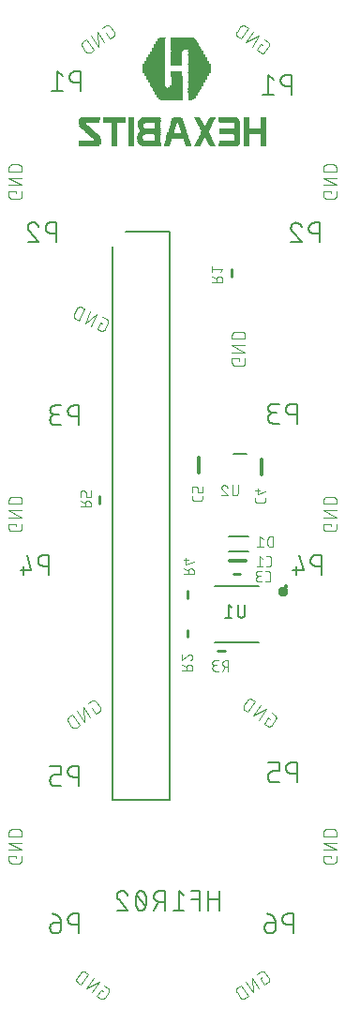
<source format=gbr>
G04 EAGLE Gerber RS-274X export*
G75*
%MOMM*%
%FSLAX34Y34*%
%LPD*%
%INSilkscreen Bottom*%
%IPPOS*%
%AMOC8*
5,1,8,0,0,1.08239X$1,22.5*%
G01*
%ADD10C,0.101600*%
%ADD11C,0.152400*%
%ADD12C,0.508000*%
%ADD13C,0.200000*%
%ADD14C,0.254000*%
%ADD15C,0.076200*%
%ADD16C,0.127000*%
%ADD17C,0.304800*%
%ADD18C,0.150000*%
%ADD19R,0.345438X0.020319*%
%ADD20R,1.950719X0.020319*%
%ADD21R,0.467356X0.020319*%
%ADD22R,2.072637X0.020319*%
%ADD23R,0.508000X0.020319*%
%ADD24R,2.113281X0.020319*%
%ADD25R,0.528319X0.020319*%
%ADD26R,2.133600X0.020319*%
%ADD27R,0.568956X0.020319*%
%ADD28R,2.174238X0.020319*%
%ADD29R,0.589275X0.020319*%
%ADD30R,2.194556X0.020319*%
%ADD31R,0.609600X0.020319*%
%ADD32R,2.214881X0.020319*%
%ADD33R,0.629919X0.020319*%
%ADD34R,2.235200X0.020319*%
%ADD35R,0.650238X0.020319*%
%ADD36R,2.255519X0.020319*%
%ADD37R,0.670556X0.020319*%
%ADD38R,2.275838X0.020319*%
%ADD39R,0.690875X0.020319*%
%ADD40R,2.296156X0.020319*%
%ADD41R,2.316481X0.020319*%
%ADD42R,0.711200X0.020319*%
%ADD43R,2.336800X0.020319*%
%ADD44R,0.731519X0.020319*%
%ADD45R,0.751838X0.020319*%
%ADD46R,2.357119X0.020319*%
%ADD47R,0.772156X0.020319*%
%ADD48R,2.377438X0.020319*%
%ADD49R,0.792475X0.020319*%
%ADD50R,2.397756X0.020319*%
%ADD51R,2.418081X0.020319*%
%ADD52R,0.812800X0.020319*%
%ADD53R,0.833119X0.020319*%
%ADD54R,2.438400X0.020319*%
%ADD55R,2.458719X0.020319*%
%ADD56R,0.853438X0.020319*%
%ADD57R,0.894081X0.020319*%
%ADD58R,2.479038X0.020319*%
%ADD59R,2.499356X0.020319*%
%ADD60R,0.914400X0.020319*%
%ADD61R,0.934719X0.020319*%
%ADD62R,2.519681X0.020319*%
%ADD63R,0.955038X0.020319*%
%ADD64R,2.540000X0.020319*%
%ADD65R,0.975363X0.020319*%
%ADD66R,2.560319X0.020319*%
%ADD67R,2.580637X0.020319*%
%ADD68R,0.995681X0.020319*%
%ADD69R,2.600956X0.020319*%
%ADD70R,1.016000X0.020319*%
%ADD71R,2.621281X0.020319*%
%ADD72R,1.036319X0.020319*%
%ADD73R,2.641600X0.020319*%
%ADD74R,1.056638X0.020319*%
%ADD75R,2.661919X0.020319*%
%ADD76R,1.076963X0.020319*%
%ADD77R,1.097281X0.020319*%
%ADD78R,1.117600X0.020319*%
%ADD79R,2.682238X0.020319*%
%ADD80R,2.702556X0.020319*%
%ADD81R,1.137919X0.020319*%
%ADD82R,2.722881X0.020319*%
%ADD83R,2.743200X0.020319*%
%ADD84R,1.158238X0.020319*%
%ADD85R,1.280156X0.020319*%
%ADD86R,1.341119X0.020319*%
%ADD87R,1.178556X0.020319*%
%ADD88R,1.259838X0.020319*%
%ADD89R,1.219200X0.020319*%
%ADD90R,1.300481X0.020319*%
%ADD91R,1.300475X0.020319*%
%ADD92R,1.198875X0.020319*%
%ADD93R,1.239519X0.020319*%
%ADD94R,1.076956X0.020319*%
%ADD95R,1.320800X0.020319*%
%ADD96R,1.361438X0.020319*%
%ADD97R,1.381756X0.020319*%
%ADD98R,1.402075X0.020319*%
%ADD99R,1.422400X0.020319*%
%ADD100R,1.564638X0.020319*%
%ADD101R,0.548638X0.020319*%
%ADD102R,1.544319X0.020319*%
%ADD103R,1.666238X0.020319*%
%ADD104R,1.645919X0.020319*%
%ADD105R,1.747519X0.020319*%
%ADD106R,1.442719X0.020319*%
%ADD107R,1.686556X0.020319*%
%ADD108R,1.727200X0.020319*%
%ADD109R,1.808475X0.020319*%
%ADD110R,1.463037X0.020319*%
%ADD111R,1.706875X0.020319*%
%ADD112R,0.568963X0.020319*%
%ADD113R,1.828800X0.020319*%
%ADD114R,1.788156X0.020319*%
%ADD115R,1.849119X0.020319*%
%ADD116R,1.483356X0.020319*%
%ADD117R,0.589281X0.020319*%
%ADD118R,1.889756X0.020319*%
%ADD119R,1.767838X0.020319*%
%ADD120R,1.910075X0.020319*%
%ADD121R,1.503675X0.020319*%
%ADD122R,1.930400X0.020319*%
%ADD123R,1.524000X0.020319*%
%ADD124R,1.971037X0.020319*%
%ADD125R,1.991356X0.020319*%
%ADD126R,1.869438X0.020319*%
%ADD127R,1.584956X0.020319*%
%ADD128R,2.011675X0.020319*%
%ADD129R,1.605275X0.020319*%
%ADD130R,2.032000X0.020319*%
%ADD131R,1.625600X0.020319*%
%ADD132R,2.052319X0.020319*%
%ADD133R,0.690881X0.020319*%
%ADD134R,2.092956X0.020319*%
%ADD135R,0.772163X0.020319*%
%ADD136R,2.011681X0.020319*%
%ADD137R,1.910081X0.020319*%
%ADD138R,0.873756X0.020319*%
%ADD139R,1.889763X0.020319*%
%ADD140R,0.670563X0.020319*%
%ADD141R,1.808481X0.020319*%
%ADD142R,0.792481X0.020319*%
%ADD143R,2.113275X0.020319*%
%ADD144R,0.894075X0.020319*%
%ADD145R,0.487681X0.020319*%
%ADD146R,0.975356X0.020319*%
%ADD147R,1.706881X0.020319*%
%ADD148R,1.503681X0.020319*%
%ADD149R,1.605281X0.020319*%
%ADD150R,0.487675X0.020319*%
%ADD151R,0.447038X0.020319*%
%ADD152R,0.060963X0.020319*%
%ADD153R,1.402081X0.020319*%
%ADD154R,1.280163X0.020319*%
%ADD155R,1.097275X0.020319*%
%ADD156R,2.722875X0.020319*%
%ADD157R,2.621275X0.020319*%
%ADD158R,0.995675X0.020319*%
%ADD159R,2.519675X0.020319*%
%ADD160R,2.418075X0.020319*%
%ADD161R,2.316475X0.020319*%
%ADD162R,2.214875X0.020319*%
%ADD163R,2.153919X0.020319*%
%ADD164R,0.426719X0.020319*%
%ADD165R,0.386075X0.020319*%


D10*
X-63729Y-431167D02*
X-65324Y-430050D01*
X-69047Y-435367D01*
X-65857Y-437601D01*
X-65774Y-437656D01*
X-65690Y-437708D01*
X-65603Y-437757D01*
X-65515Y-437803D01*
X-65425Y-437845D01*
X-65333Y-437884D01*
X-65240Y-437919D01*
X-65146Y-437951D01*
X-65051Y-437979D01*
X-64954Y-438003D01*
X-64857Y-438024D01*
X-64759Y-438040D01*
X-64660Y-438053D01*
X-64561Y-438063D01*
X-64462Y-438068D01*
X-64362Y-438070D01*
X-64263Y-438068D01*
X-64164Y-438062D01*
X-64065Y-438052D01*
X-63966Y-438039D01*
X-63868Y-438021D01*
X-63771Y-438000D01*
X-63675Y-437976D01*
X-63579Y-437947D01*
X-63485Y-437915D01*
X-63392Y-437880D01*
X-63301Y-437841D01*
X-63211Y-437798D01*
X-63123Y-437752D01*
X-63037Y-437703D01*
X-62952Y-437650D01*
X-62870Y-437594D01*
X-62790Y-437535D01*
X-62712Y-437473D01*
X-62637Y-437408D01*
X-62564Y-437341D01*
X-62494Y-437270D01*
X-62426Y-437197D01*
X-62362Y-437121D01*
X-62300Y-437043D01*
X-62241Y-436963D01*
X-58518Y-431646D01*
X-58518Y-431647D02*
X-58462Y-431564D01*
X-58410Y-431479D01*
X-58361Y-431393D01*
X-58315Y-431304D01*
X-58273Y-431214D01*
X-58234Y-431123D01*
X-58199Y-431030D01*
X-58167Y-430935D01*
X-58139Y-430840D01*
X-58115Y-430743D01*
X-58094Y-430646D01*
X-58078Y-430548D01*
X-58065Y-430449D01*
X-58055Y-430350D01*
X-58050Y-430251D01*
X-58048Y-430151D01*
X-58050Y-430052D01*
X-58056Y-429953D01*
X-58066Y-429854D01*
X-58079Y-429755D01*
X-58097Y-429657D01*
X-58118Y-429560D01*
X-58142Y-429464D01*
X-58171Y-429368D01*
X-58203Y-429274D01*
X-58238Y-429181D01*
X-58277Y-429090D01*
X-58320Y-429000D01*
X-58366Y-428912D01*
X-58416Y-428825D01*
X-58468Y-428741D01*
X-58524Y-428658D01*
X-58583Y-428578D01*
X-58645Y-428500D01*
X-58710Y-428425D01*
X-58778Y-428352D01*
X-58848Y-428282D01*
X-58921Y-428215D01*
X-58997Y-428150D01*
X-59075Y-428088D01*
X-59155Y-428030D01*
X-62346Y-425796D01*
X-67016Y-422526D02*
X-73717Y-432097D01*
X-79035Y-428374D02*
X-67016Y-422526D01*
X-72333Y-418803D02*
X-79035Y-428374D01*
X-83704Y-425104D02*
X-77003Y-415533D01*
X-79661Y-413671D01*
X-79755Y-413608D01*
X-79851Y-413548D01*
X-79949Y-413491D01*
X-80049Y-413438D01*
X-80151Y-413388D01*
X-80255Y-413342D01*
X-80360Y-413300D01*
X-80466Y-413261D01*
X-80574Y-413226D01*
X-80683Y-413195D01*
X-80793Y-413167D01*
X-80904Y-413144D01*
X-81015Y-413124D01*
X-81127Y-413108D01*
X-81240Y-413096D01*
X-81353Y-413088D01*
X-81466Y-413084D01*
X-81580Y-413084D01*
X-81693Y-413088D01*
X-81806Y-413096D01*
X-81919Y-413108D01*
X-82031Y-413124D01*
X-82142Y-413144D01*
X-82253Y-413167D01*
X-82363Y-413195D01*
X-82472Y-413226D01*
X-82580Y-413261D01*
X-82686Y-413300D01*
X-82791Y-413342D01*
X-82895Y-413388D01*
X-82997Y-413438D01*
X-83097Y-413491D01*
X-83195Y-413548D01*
X-83291Y-413608D01*
X-83385Y-413671D01*
X-83476Y-413738D01*
X-83566Y-413807D01*
X-83653Y-413880D01*
X-83737Y-413956D01*
X-83818Y-414035D01*
X-83897Y-414116D01*
X-83973Y-414200D01*
X-84046Y-414287D01*
X-84115Y-414377D01*
X-84182Y-414468D01*
X-87160Y-418722D01*
X-87161Y-418722D02*
X-87224Y-418816D01*
X-87284Y-418912D01*
X-87341Y-419010D01*
X-87394Y-419110D01*
X-87444Y-419212D01*
X-87490Y-419316D01*
X-87532Y-419421D01*
X-87571Y-419527D01*
X-87606Y-419635D01*
X-87637Y-419744D01*
X-87665Y-419854D01*
X-87688Y-419965D01*
X-87708Y-420076D01*
X-87724Y-420188D01*
X-87736Y-420301D01*
X-87744Y-420414D01*
X-87748Y-420527D01*
X-87748Y-420641D01*
X-87744Y-420754D01*
X-87736Y-420867D01*
X-87724Y-420980D01*
X-87708Y-421092D01*
X-87688Y-421203D01*
X-87665Y-421314D01*
X-87637Y-421424D01*
X-87606Y-421533D01*
X-87571Y-421641D01*
X-87532Y-421747D01*
X-87490Y-421852D01*
X-87444Y-421956D01*
X-87394Y-422058D01*
X-87341Y-422158D01*
X-87284Y-422256D01*
X-87224Y-422352D01*
X-87161Y-422446D01*
X-87094Y-422538D01*
X-87025Y-422627D01*
X-86952Y-422714D01*
X-86876Y-422798D01*
X-86797Y-422879D01*
X-86716Y-422958D01*
X-86632Y-423034D01*
X-86545Y-423107D01*
X-86455Y-423176D01*
X-86364Y-423243D01*
X-86363Y-423242D02*
X-83704Y-425104D01*
X141937Y-310931D02*
X141937Y-308984D01*
X135446Y-308984D01*
X135446Y-312879D01*
X135448Y-312978D01*
X135454Y-313078D01*
X135463Y-313177D01*
X135476Y-313275D01*
X135493Y-313373D01*
X135514Y-313471D01*
X135539Y-313567D01*
X135567Y-313662D01*
X135599Y-313756D01*
X135634Y-313849D01*
X135673Y-313941D01*
X135716Y-314031D01*
X135761Y-314119D01*
X135811Y-314206D01*
X135863Y-314290D01*
X135919Y-314373D01*
X135977Y-314453D01*
X136039Y-314531D01*
X136104Y-314606D01*
X136172Y-314679D01*
X136242Y-314749D01*
X136315Y-314817D01*
X136390Y-314882D01*
X136468Y-314944D01*
X136548Y-315002D01*
X136631Y-315058D01*
X136715Y-315110D01*
X136802Y-315160D01*
X136890Y-315205D01*
X136980Y-315248D01*
X137072Y-315287D01*
X137165Y-315322D01*
X137259Y-315354D01*
X137354Y-315382D01*
X137450Y-315407D01*
X137548Y-315428D01*
X137646Y-315445D01*
X137744Y-315458D01*
X137843Y-315467D01*
X137943Y-315473D01*
X138042Y-315475D01*
X144533Y-315475D01*
X144632Y-315473D01*
X144732Y-315467D01*
X144831Y-315458D01*
X144929Y-315445D01*
X145027Y-315428D01*
X145125Y-315407D01*
X145221Y-315382D01*
X145316Y-315354D01*
X145410Y-315322D01*
X145503Y-315287D01*
X145595Y-315248D01*
X145685Y-315205D01*
X145773Y-315160D01*
X145860Y-315110D01*
X145944Y-315058D01*
X146027Y-315002D01*
X146107Y-314944D01*
X146185Y-314882D01*
X146260Y-314817D01*
X146333Y-314749D01*
X146403Y-314679D01*
X146471Y-314606D01*
X146536Y-314531D01*
X146598Y-314453D01*
X146656Y-314373D01*
X146712Y-314290D01*
X146764Y-314206D01*
X146814Y-314119D01*
X146859Y-314031D01*
X146902Y-313941D01*
X146941Y-313849D01*
X146976Y-313757D01*
X147008Y-313662D01*
X147036Y-313567D01*
X147061Y-313471D01*
X147082Y-313373D01*
X147099Y-313275D01*
X147112Y-313177D01*
X147121Y-313078D01*
X147127Y-312978D01*
X147129Y-312879D01*
X147130Y-312879D02*
X147130Y-308984D01*
X147130Y-303283D02*
X135446Y-303283D01*
X135446Y-296792D02*
X147130Y-303283D01*
X147130Y-296792D02*
X135446Y-296792D01*
X135446Y-291091D02*
X147130Y-291091D01*
X147130Y-287846D01*
X147128Y-287733D01*
X147122Y-287620D01*
X147112Y-287507D01*
X147098Y-287394D01*
X147081Y-287282D01*
X147059Y-287171D01*
X147034Y-287061D01*
X147004Y-286951D01*
X146971Y-286843D01*
X146934Y-286736D01*
X146894Y-286630D01*
X146849Y-286526D01*
X146801Y-286423D01*
X146750Y-286322D01*
X146695Y-286223D01*
X146637Y-286126D01*
X146575Y-286031D01*
X146510Y-285938D01*
X146442Y-285848D01*
X146371Y-285760D01*
X146296Y-285674D01*
X146219Y-285591D01*
X146139Y-285511D01*
X146056Y-285434D01*
X145970Y-285359D01*
X145882Y-285288D01*
X145792Y-285220D01*
X145699Y-285155D01*
X145604Y-285093D01*
X145507Y-285035D01*
X145408Y-284980D01*
X145307Y-284929D01*
X145204Y-284881D01*
X145100Y-284836D01*
X144994Y-284796D01*
X144887Y-284759D01*
X144779Y-284726D01*
X144669Y-284696D01*
X144559Y-284671D01*
X144448Y-284649D01*
X144336Y-284632D01*
X144223Y-284618D01*
X144110Y-284608D01*
X143997Y-284602D01*
X143884Y-284600D01*
X138691Y-284600D01*
X138578Y-284602D01*
X138465Y-284608D01*
X138352Y-284618D01*
X138239Y-284632D01*
X138127Y-284649D01*
X138016Y-284671D01*
X137906Y-284696D01*
X137796Y-284726D01*
X137688Y-284759D01*
X137581Y-284796D01*
X137475Y-284836D01*
X137371Y-284881D01*
X137268Y-284929D01*
X137167Y-284980D01*
X137068Y-285035D01*
X136971Y-285093D01*
X136876Y-285155D01*
X136783Y-285220D01*
X136693Y-285288D01*
X136605Y-285359D01*
X136519Y-285434D01*
X136436Y-285511D01*
X136356Y-285591D01*
X136279Y-285674D01*
X136204Y-285760D01*
X136133Y-285848D01*
X136065Y-285938D01*
X136000Y-286031D01*
X135938Y-286126D01*
X135880Y-286223D01*
X135825Y-286322D01*
X135774Y-286423D01*
X135726Y-286526D01*
X135681Y-286630D01*
X135641Y-286736D01*
X135604Y-286843D01*
X135571Y-286951D01*
X135541Y-287061D01*
X135516Y-287171D01*
X135494Y-287282D01*
X135477Y-287394D01*
X135463Y-287507D01*
X135453Y-287620D01*
X135447Y-287733D01*
X135445Y-287846D01*
X135446Y-287846D02*
X135446Y-291091D01*
X79989Y-418670D02*
X78394Y-419787D01*
X82117Y-425104D01*
X85307Y-422870D01*
X85387Y-422811D01*
X85465Y-422749D01*
X85541Y-422685D01*
X85614Y-422617D01*
X85685Y-422547D01*
X85752Y-422474D01*
X85817Y-422399D01*
X85879Y-422321D01*
X85938Y-422241D01*
X85994Y-422159D01*
X86047Y-422074D01*
X86096Y-421988D01*
X86142Y-421900D01*
X86185Y-421810D01*
X86224Y-421719D01*
X86259Y-421626D01*
X86291Y-421532D01*
X86320Y-421436D01*
X86344Y-421340D01*
X86365Y-421243D01*
X86383Y-421145D01*
X86396Y-421046D01*
X86406Y-420947D01*
X86412Y-420848D01*
X86414Y-420749D01*
X86412Y-420649D01*
X86407Y-420550D01*
X86398Y-420451D01*
X86384Y-420352D01*
X86368Y-420254D01*
X86347Y-420157D01*
X86323Y-420060D01*
X86295Y-419965D01*
X86263Y-419871D01*
X86228Y-419778D01*
X86189Y-419686D01*
X86147Y-419596D01*
X86101Y-419508D01*
X86052Y-419421D01*
X86000Y-419337D01*
X85945Y-419254D01*
X82222Y-413937D01*
X82163Y-413857D01*
X82101Y-413779D01*
X82037Y-413703D01*
X81969Y-413630D01*
X81899Y-413559D01*
X81826Y-413492D01*
X81751Y-413427D01*
X81673Y-413365D01*
X81593Y-413306D01*
X81511Y-413250D01*
X81426Y-413197D01*
X81340Y-413148D01*
X81252Y-413102D01*
X81162Y-413059D01*
X81071Y-413020D01*
X80978Y-412985D01*
X80884Y-412953D01*
X80788Y-412924D01*
X80692Y-412900D01*
X80595Y-412879D01*
X80497Y-412861D01*
X80398Y-412848D01*
X80299Y-412838D01*
X80200Y-412832D01*
X80101Y-412830D01*
X80001Y-412832D01*
X79902Y-412837D01*
X79803Y-412846D01*
X79704Y-412860D01*
X79606Y-412876D01*
X79509Y-412897D01*
X79412Y-412921D01*
X79317Y-412949D01*
X79223Y-412981D01*
X79130Y-413016D01*
X79038Y-413055D01*
X78948Y-413097D01*
X78860Y-413143D01*
X78773Y-413192D01*
X78689Y-413244D01*
X78606Y-413299D01*
X78605Y-413299D02*
X75415Y-415533D01*
X70745Y-418803D02*
X77447Y-428374D01*
X72130Y-432097D02*
X70745Y-418803D01*
X65428Y-422526D02*
X72130Y-432097D01*
X67460Y-435367D02*
X60758Y-425796D01*
X58100Y-427657D01*
X58099Y-427657D02*
X58008Y-427724D01*
X57918Y-427793D01*
X57831Y-427866D01*
X57747Y-427942D01*
X57666Y-428021D01*
X57587Y-428102D01*
X57511Y-428186D01*
X57438Y-428273D01*
X57369Y-428362D01*
X57302Y-428454D01*
X57239Y-428548D01*
X57179Y-428644D01*
X57122Y-428742D01*
X57069Y-428842D01*
X57019Y-428944D01*
X56973Y-429048D01*
X56931Y-429153D01*
X56892Y-429259D01*
X56857Y-429367D01*
X56826Y-429476D01*
X56798Y-429586D01*
X56775Y-429697D01*
X56755Y-429808D01*
X56739Y-429920D01*
X56727Y-430033D01*
X56719Y-430146D01*
X56715Y-430259D01*
X56715Y-430373D01*
X56719Y-430486D01*
X56727Y-430599D01*
X56739Y-430712D01*
X56755Y-430824D01*
X56775Y-430935D01*
X56798Y-431046D01*
X56826Y-431156D01*
X56857Y-431265D01*
X56892Y-431373D01*
X56931Y-431479D01*
X56973Y-431584D01*
X57019Y-431688D01*
X57069Y-431790D01*
X57122Y-431890D01*
X57179Y-431988D01*
X57239Y-432084D01*
X57302Y-432178D01*
X57303Y-432178D02*
X60281Y-436431D01*
X60281Y-436432D02*
X60348Y-436523D01*
X60417Y-436613D01*
X60490Y-436700D01*
X60566Y-436784D01*
X60645Y-436865D01*
X60726Y-436944D01*
X60810Y-437020D01*
X60897Y-437093D01*
X60987Y-437162D01*
X61078Y-437229D01*
X61172Y-437292D01*
X61268Y-437352D01*
X61366Y-437409D01*
X61466Y-437462D01*
X61568Y-437512D01*
X61672Y-437558D01*
X61777Y-437600D01*
X61883Y-437639D01*
X61991Y-437674D01*
X62100Y-437705D01*
X62210Y-437733D01*
X62321Y-437756D01*
X62432Y-437776D01*
X62544Y-437792D01*
X62657Y-437804D01*
X62770Y-437812D01*
X62883Y-437816D01*
X62997Y-437816D01*
X63110Y-437812D01*
X63223Y-437804D01*
X63336Y-437792D01*
X63448Y-437776D01*
X63559Y-437756D01*
X63670Y-437733D01*
X63780Y-437705D01*
X63889Y-437674D01*
X63997Y-437639D01*
X64103Y-437600D01*
X64208Y-437558D01*
X64312Y-437512D01*
X64414Y-437462D01*
X64514Y-437409D01*
X64612Y-437352D01*
X64708Y-437292D01*
X64802Y-437229D01*
X64801Y-437228D02*
X67460Y-435367D01*
D11*
X106599Y378460D02*
X106599Y396240D01*
X101660Y396240D01*
X101520Y396238D01*
X101381Y396232D01*
X101241Y396222D01*
X101102Y396208D01*
X100963Y396191D01*
X100825Y396169D01*
X100688Y396143D01*
X100551Y396114D01*
X100415Y396081D01*
X100281Y396044D01*
X100147Y396003D01*
X100015Y395958D01*
X99883Y395909D01*
X99754Y395857D01*
X99626Y395802D01*
X99499Y395742D01*
X99374Y395679D01*
X99251Y395613D01*
X99130Y395543D01*
X99011Y395470D01*
X98894Y395393D01*
X98780Y395313D01*
X98667Y395230D01*
X98557Y395144D01*
X98450Y395054D01*
X98345Y394962D01*
X98243Y394867D01*
X98143Y394769D01*
X98046Y394668D01*
X97952Y394564D01*
X97862Y394458D01*
X97774Y394349D01*
X97689Y394238D01*
X97608Y394124D01*
X97529Y394009D01*
X97454Y393891D01*
X97383Y393771D01*
X97315Y393648D01*
X97250Y393525D01*
X97189Y393399D01*
X97131Y393271D01*
X97077Y393143D01*
X97027Y393012D01*
X96980Y392880D01*
X96937Y392747D01*
X96898Y392613D01*
X96863Y392478D01*
X96832Y392342D01*
X96804Y392204D01*
X96781Y392067D01*
X96761Y391928D01*
X96745Y391789D01*
X96733Y391650D01*
X96725Y391511D01*
X96721Y391371D01*
X96721Y391231D01*
X96725Y391091D01*
X96733Y390952D01*
X96745Y390813D01*
X96761Y390674D01*
X96781Y390535D01*
X96804Y390398D01*
X96832Y390260D01*
X96863Y390124D01*
X96898Y389989D01*
X96937Y389855D01*
X96980Y389722D01*
X97027Y389590D01*
X97077Y389459D01*
X97131Y389331D01*
X97189Y389203D01*
X97250Y389077D01*
X97315Y388954D01*
X97383Y388832D01*
X97454Y388711D01*
X97529Y388593D01*
X97608Y388478D01*
X97689Y388364D01*
X97774Y388253D01*
X97862Y388144D01*
X97952Y388038D01*
X98046Y387934D01*
X98143Y387833D01*
X98243Y387735D01*
X98345Y387640D01*
X98450Y387548D01*
X98557Y387458D01*
X98667Y387372D01*
X98780Y387289D01*
X98894Y387209D01*
X99011Y387132D01*
X99130Y387059D01*
X99251Y386989D01*
X99374Y386923D01*
X99499Y386860D01*
X99626Y386800D01*
X99754Y386745D01*
X99883Y386693D01*
X100015Y386644D01*
X100147Y386599D01*
X100281Y386558D01*
X100415Y386521D01*
X100551Y386488D01*
X100688Y386459D01*
X100825Y386433D01*
X100963Y386411D01*
X101102Y386394D01*
X101241Y386380D01*
X101381Y386370D01*
X101520Y386364D01*
X101660Y386362D01*
X106599Y386362D01*
X90604Y392289D02*
X85665Y396240D01*
X85665Y378460D01*
X90604Y378460D02*
X80726Y378460D01*
X41494Y-340360D02*
X41494Y-358140D01*
X41494Y-348262D02*
X31616Y-348262D01*
X31616Y-340360D02*
X31616Y-358140D01*
X23598Y-358140D02*
X23598Y-340360D01*
X15696Y-340360D01*
X15696Y-348262D02*
X23598Y-348262D01*
X9668Y-344311D02*
X4729Y-340360D01*
X4729Y-358140D01*
X-209Y-358140D02*
X9668Y-358140D01*
X-7726Y-358140D02*
X-7726Y-340360D01*
X-12665Y-340360D01*
X-12805Y-340362D01*
X-12944Y-340368D01*
X-13084Y-340378D01*
X-13223Y-340392D01*
X-13362Y-340409D01*
X-13500Y-340431D01*
X-13637Y-340457D01*
X-13774Y-340486D01*
X-13910Y-340519D01*
X-14044Y-340556D01*
X-14178Y-340597D01*
X-14310Y-340642D01*
X-14442Y-340691D01*
X-14571Y-340743D01*
X-14699Y-340798D01*
X-14826Y-340858D01*
X-14951Y-340921D01*
X-15074Y-340987D01*
X-15195Y-341057D01*
X-15314Y-341130D01*
X-15431Y-341207D01*
X-15545Y-341287D01*
X-15658Y-341370D01*
X-15768Y-341456D01*
X-15875Y-341546D01*
X-15980Y-341638D01*
X-16082Y-341733D01*
X-16182Y-341831D01*
X-16279Y-341932D01*
X-16373Y-342036D01*
X-16463Y-342142D01*
X-16551Y-342251D01*
X-16636Y-342362D01*
X-16717Y-342476D01*
X-16796Y-342591D01*
X-16871Y-342709D01*
X-16942Y-342830D01*
X-17010Y-342952D01*
X-17075Y-343075D01*
X-17136Y-343201D01*
X-17194Y-343329D01*
X-17248Y-343457D01*
X-17298Y-343588D01*
X-17345Y-343720D01*
X-17388Y-343853D01*
X-17427Y-343987D01*
X-17462Y-344122D01*
X-17493Y-344258D01*
X-17521Y-344396D01*
X-17544Y-344533D01*
X-17564Y-344672D01*
X-17580Y-344811D01*
X-17592Y-344950D01*
X-17600Y-345089D01*
X-17604Y-345229D01*
X-17604Y-345369D01*
X-17600Y-345509D01*
X-17592Y-345648D01*
X-17580Y-345787D01*
X-17564Y-345926D01*
X-17544Y-346065D01*
X-17521Y-346202D01*
X-17493Y-346340D01*
X-17462Y-346476D01*
X-17427Y-346611D01*
X-17388Y-346745D01*
X-17345Y-346878D01*
X-17298Y-347010D01*
X-17248Y-347141D01*
X-17194Y-347269D01*
X-17136Y-347397D01*
X-17075Y-347523D01*
X-17010Y-347646D01*
X-16942Y-347769D01*
X-16871Y-347889D01*
X-16796Y-348007D01*
X-16717Y-348122D01*
X-16636Y-348236D01*
X-16551Y-348347D01*
X-16463Y-348456D01*
X-16373Y-348562D01*
X-16279Y-348666D01*
X-16182Y-348767D01*
X-16082Y-348865D01*
X-15980Y-348960D01*
X-15875Y-349052D01*
X-15768Y-349142D01*
X-15658Y-349228D01*
X-15545Y-349311D01*
X-15431Y-349391D01*
X-15314Y-349468D01*
X-15195Y-349541D01*
X-15074Y-349611D01*
X-14951Y-349677D01*
X-14826Y-349740D01*
X-14699Y-349800D01*
X-14571Y-349855D01*
X-14442Y-349907D01*
X-14310Y-349956D01*
X-14178Y-350001D01*
X-14044Y-350042D01*
X-13910Y-350079D01*
X-13774Y-350112D01*
X-13637Y-350141D01*
X-13500Y-350167D01*
X-13362Y-350189D01*
X-13223Y-350206D01*
X-13084Y-350220D01*
X-12944Y-350230D01*
X-12805Y-350236D01*
X-12665Y-350238D01*
X-7726Y-350238D01*
X-13653Y-350238D02*
X-17604Y-358140D01*
X-24391Y-349250D02*
X-24395Y-348900D01*
X-24408Y-348551D01*
X-24429Y-348202D01*
X-24458Y-347853D01*
X-24495Y-347505D01*
X-24541Y-347158D01*
X-24595Y-346813D01*
X-24657Y-346469D01*
X-24728Y-346126D01*
X-24807Y-345785D01*
X-24893Y-345446D01*
X-24988Y-345110D01*
X-25091Y-344775D01*
X-25202Y-344444D01*
X-25320Y-344115D01*
X-25447Y-343788D01*
X-25581Y-343465D01*
X-25723Y-343146D01*
X-25873Y-342829D01*
X-25873Y-342830D02*
X-25913Y-342717D01*
X-25957Y-342607D01*
X-26005Y-342497D01*
X-26056Y-342390D01*
X-26111Y-342284D01*
X-26169Y-342179D01*
X-26231Y-342077D01*
X-26296Y-341977D01*
X-26364Y-341879D01*
X-26435Y-341783D01*
X-26510Y-341690D01*
X-26587Y-341599D01*
X-26667Y-341511D01*
X-26750Y-341426D01*
X-26836Y-341343D01*
X-26925Y-341263D01*
X-27016Y-341186D01*
X-27110Y-341112D01*
X-27206Y-341041D01*
X-27304Y-340973D01*
X-27404Y-340909D01*
X-27507Y-340847D01*
X-27611Y-340790D01*
X-27717Y-340735D01*
X-27825Y-340684D01*
X-27935Y-340637D01*
X-28046Y-340593D01*
X-28158Y-340553D01*
X-28272Y-340517D01*
X-28386Y-340484D01*
X-28502Y-340455D01*
X-28619Y-340430D01*
X-28736Y-340409D01*
X-28854Y-340391D01*
X-28973Y-340378D01*
X-29092Y-340368D01*
X-29211Y-340362D01*
X-29330Y-340360D01*
X-29449Y-340362D01*
X-29568Y-340368D01*
X-29687Y-340378D01*
X-29806Y-340391D01*
X-29924Y-340409D01*
X-30041Y-340430D01*
X-30158Y-340455D01*
X-30274Y-340484D01*
X-30388Y-340517D01*
X-30502Y-340553D01*
X-30614Y-340593D01*
X-30725Y-340637D01*
X-30835Y-340684D01*
X-30943Y-340735D01*
X-31049Y-340790D01*
X-31153Y-340847D01*
X-31256Y-340909D01*
X-31356Y-340973D01*
X-31454Y-341041D01*
X-31550Y-341112D01*
X-31644Y-341186D01*
X-31735Y-341263D01*
X-31824Y-341343D01*
X-31910Y-341426D01*
X-31993Y-341511D01*
X-32073Y-341599D01*
X-32150Y-341690D01*
X-32225Y-341784D01*
X-32296Y-341879D01*
X-32364Y-341977D01*
X-32429Y-342077D01*
X-32491Y-342179D01*
X-32549Y-342284D01*
X-32604Y-342390D01*
X-32655Y-342497D01*
X-32703Y-342607D01*
X-32747Y-342717D01*
X-32787Y-342830D01*
X-32937Y-343146D01*
X-33079Y-343465D01*
X-33213Y-343788D01*
X-33340Y-344115D01*
X-33458Y-344444D01*
X-33569Y-344775D01*
X-33672Y-345110D01*
X-33767Y-345446D01*
X-33853Y-345785D01*
X-33932Y-346126D01*
X-34003Y-346469D01*
X-34065Y-346813D01*
X-34119Y-347158D01*
X-34165Y-347505D01*
X-34202Y-347853D01*
X-34231Y-348202D01*
X-34252Y-348551D01*
X-34265Y-348900D01*
X-34269Y-349250D01*
X-24391Y-349250D02*
X-24395Y-349600D01*
X-24408Y-349949D01*
X-24429Y-350298D01*
X-24458Y-350647D01*
X-24495Y-350995D01*
X-24541Y-351342D01*
X-24595Y-351687D01*
X-24657Y-352031D01*
X-24728Y-352374D01*
X-24807Y-352715D01*
X-24893Y-353054D01*
X-24988Y-353390D01*
X-25091Y-353725D01*
X-25202Y-354056D01*
X-25320Y-354385D01*
X-25447Y-354712D01*
X-25581Y-355035D01*
X-25723Y-355354D01*
X-25873Y-355670D01*
X-25913Y-355783D01*
X-25957Y-355893D01*
X-26005Y-356003D01*
X-26056Y-356111D01*
X-26111Y-356217D01*
X-26169Y-356321D01*
X-26231Y-356423D01*
X-26296Y-356523D01*
X-26364Y-356621D01*
X-26435Y-356717D01*
X-26510Y-356810D01*
X-26587Y-356901D01*
X-26667Y-356989D01*
X-26751Y-357074D01*
X-26836Y-357157D01*
X-26925Y-357237D01*
X-27016Y-357314D01*
X-27110Y-357388D01*
X-27206Y-357459D01*
X-27304Y-357527D01*
X-27404Y-357591D01*
X-27507Y-357653D01*
X-27611Y-357711D01*
X-27717Y-357765D01*
X-27825Y-357816D01*
X-27935Y-357863D01*
X-28046Y-357907D01*
X-28158Y-357947D01*
X-28272Y-357983D01*
X-28386Y-358016D01*
X-28502Y-358045D01*
X-28619Y-358070D01*
X-28736Y-358091D01*
X-28854Y-358109D01*
X-28973Y-358122D01*
X-29092Y-358132D01*
X-29211Y-358138D01*
X-29330Y-358140D01*
X-32787Y-355670D02*
X-32937Y-355354D01*
X-33079Y-355035D01*
X-33213Y-354712D01*
X-33340Y-354385D01*
X-33458Y-354056D01*
X-33569Y-353725D01*
X-33672Y-353390D01*
X-33767Y-353054D01*
X-33853Y-352715D01*
X-33932Y-352374D01*
X-34003Y-352031D01*
X-34065Y-351687D01*
X-34119Y-351342D01*
X-34165Y-350995D01*
X-34202Y-350647D01*
X-34231Y-350298D01*
X-34252Y-349949D01*
X-34265Y-349600D01*
X-34269Y-349250D01*
X-32787Y-355670D02*
X-32747Y-355783D01*
X-32703Y-355893D01*
X-32655Y-356003D01*
X-32604Y-356110D01*
X-32549Y-356216D01*
X-32491Y-356321D01*
X-32429Y-356423D01*
X-32364Y-356523D01*
X-32296Y-356621D01*
X-32225Y-356717D01*
X-32150Y-356810D01*
X-32073Y-356901D01*
X-31993Y-356989D01*
X-31910Y-357074D01*
X-31824Y-357157D01*
X-31735Y-357237D01*
X-31644Y-357314D01*
X-31550Y-357388D01*
X-31454Y-357459D01*
X-31356Y-357527D01*
X-31256Y-357591D01*
X-31153Y-357653D01*
X-31049Y-357710D01*
X-30943Y-357765D01*
X-30835Y-357816D01*
X-30725Y-357863D01*
X-30614Y-357907D01*
X-30502Y-357947D01*
X-30388Y-357983D01*
X-30274Y-358016D01*
X-30158Y-358045D01*
X-30041Y-358070D01*
X-29924Y-358091D01*
X-29806Y-358109D01*
X-29687Y-358122D01*
X-29568Y-358132D01*
X-29449Y-358138D01*
X-29330Y-358140D01*
X-25379Y-354189D02*
X-33281Y-344311D01*
X-46574Y-340360D02*
X-46706Y-340362D01*
X-46837Y-340368D01*
X-46969Y-340378D01*
X-47100Y-340391D01*
X-47230Y-340409D01*
X-47360Y-340430D01*
X-47490Y-340455D01*
X-47618Y-340484D01*
X-47746Y-340517D01*
X-47872Y-340554D01*
X-47998Y-340594D01*
X-48122Y-340638D01*
X-48245Y-340686D01*
X-48366Y-340737D01*
X-48486Y-340792D01*
X-48604Y-340850D01*
X-48720Y-340912D01*
X-48834Y-340978D01*
X-48947Y-341046D01*
X-49057Y-341118D01*
X-49165Y-341193D01*
X-49271Y-341272D01*
X-49375Y-341353D01*
X-49476Y-341438D01*
X-49574Y-341525D01*
X-49670Y-341616D01*
X-49763Y-341709D01*
X-49854Y-341805D01*
X-49941Y-341903D01*
X-50026Y-342004D01*
X-50107Y-342108D01*
X-50186Y-342214D01*
X-50261Y-342322D01*
X-50333Y-342432D01*
X-50401Y-342545D01*
X-50467Y-342659D01*
X-50529Y-342775D01*
X-50587Y-342893D01*
X-50642Y-343013D01*
X-50693Y-343134D01*
X-50741Y-343257D01*
X-50785Y-343381D01*
X-50825Y-343507D01*
X-50862Y-343633D01*
X-50895Y-343761D01*
X-50924Y-343889D01*
X-50949Y-344019D01*
X-50970Y-344149D01*
X-50988Y-344279D01*
X-51001Y-344410D01*
X-51011Y-344542D01*
X-51017Y-344673D01*
X-51019Y-344805D01*
X-46574Y-340360D02*
X-46424Y-340362D01*
X-46275Y-340368D01*
X-46126Y-340378D01*
X-45977Y-340391D01*
X-45828Y-340409D01*
X-45680Y-340430D01*
X-45532Y-340456D01*
X-45386Y-340485D01*
X-45240Y-340518D01*
X-45095Y-340555D01*
X-44951Y-340596D01*
X-44808Y-340640D01*
X-44666Y-340688D01*
X-44526Y-340740D01*
X-44387Y-340795D01*
X-44249Y-340854D01*
X-44114Y-340917D01*
X-43979Y-340983D01*
X-43847Y-341053D01*
X-43717Y-341126D01*
X-43588Y-341203D01*
X-43461Y-341283D01*
X-43337Y-341366D01*
X-43215Y-341452D01*
X-43095Y-341542D01*
X-42978Y-341635D01*
X-42863Y-341730D01*
X-42750Y-341829D01*
X-42640Y-341931D01*
X-42533Y-342035D01*
X-42429Y-342142D01*
X-42327Y-342252D01*
X-42229Y-342365D01*
X-42133Y-342480D01*
X-42041Y-342598D01*
X-41951Y-342718D01*
X-41865Y-342840D01*
X-41782Y-342964D01*
X-41702Y-343091D01*
X-41626Y-343219D01*
X-41553Y-343350D01*
X-41483Y-343483D01*
X-41417Y-343617D01*
X-41355Y-343753D01*
X-41296Y-343890D01*
X-41240Y-344029D01*
X-41189Y-344170D01*
X-41141Y-344311D01*
X-49537Y-348262D02*
X-49633Y-348169D01*
X-49725Y-348073D01*
X-49815Y-347974D01*
X-49902Y-347873D01*
X-49987Y-347770D01*
X-50068Y-347665D01*
X-50146Y-347557D01*
X-50221Y-347447D01*
X-50294Y-347335D01*
X-50363Y-347221D01*
X-50429Y-347105D01*
X-50491Y-346987D01*
X-50550Y-346868D01*
X-50606Y-346747D01*
X-50659Y-346624D01*
X-50708Y-346500D01*
X-50753Y-346375D01*
X-50796Y-346248D01*
X-50834Y-346121D01*
X-50869Y-345992D01*
X-50900Y-345863D01*
X-50928Y-345732D01*
X-50952Y-345601D01*
X-50973Y-345469D01*
X-50989Y-345337D01*
X-51002Y-345204D01*
X-51012Y-345071D01*
X-51017Y-344938D01*
X-51019Y-344805D01*
X-49537Y-348262D02*
X-41141Y-358140D01*
X-51019Y-358140D01*
X-105661Y245575D02*
X-105661Y263355D01*
X-110600Y263355D01*
X-110740Y263353D01*
X-110879Y263347D01*
X-111019Y263337D01*
X-111158Y263323D01*
X-111297Y263306D01*
X-111435Y263284D01*
X-111572Y263258D01*
X-111709Y263229D01*
X-111845Y263196D01*
X-111979Y263159D01*
X-112113Y263118D01*
X-112245Y263073D01*
X-112377Y263024D01*
X-112506Y262972D01*
X-112634Y262917D01*
X-112761Y262857D01*
X-112886Y262794D01*
X-113009Y262728D01*
X-113130Y262658D01*
X-113249Y262585D01*
X-113366Y262508D01*
X-113480Y262428D01*
X-113593Y262345D01*
X-113703Y262259D01*
X-113810Y262169D01*
X-113915Y262077D01*
X-114017Y261982D01*
X-114117Y261884D01*
X-114214Y261783D01*
X-114308Y261679D01*
X-114398Y261573D01*
X-114486Y261464D01*
X-114571Y261353D01*
X-114652Y261239D01*
X-114731Y261124D01*
X-114806Y261006D01*
X-114877Y260886D01*
X-114945Y260763D01*
X-115010Y260640D01*
X-115071Y260514D01*
X-115129Y260386D01*
X-115183Y260258D01*
X-115233Y260127D01*
X-115280Y259995D01*
X-115323Y259862D01*
X-115362Y259728D01*
X-115397Y259593D01*
X-115428Y259457D01*
X-115456Y259319D01*
X-115479Y259182D01*
X-115499Y259043D01*
X-115515Y258904D01*
X-115527Y258765D01*
X-115535Y258626D01*
X-115539Y258486D01*
X-115539Y258346D01*
X-115535Y258206D01*
X-115527Y258067D01*
X-115515Y257928D01*
X-115499Y257789D01*
X-115479Y257650D01*
X-115456Y257513D01*
X-115428Y257375D01*
X-115397Y257239D01*
X-115362Y257104D01*
X-115323Y256970D01*
X-115280Y256837D01*
X-115233Y256705D01*
X-115183Y256574D01*
X-115129Y256446D01*
X-115071Y256318D01*
X-115010Y256192D01*
X-114945Y256069D01*
X-114877Y255946D01*
X-114806Y255826D01*
X-114731Y255708D01*
X-114652Y255593D01*
X-114571Y255479D01*
X-114486Y255368D01*
X-114398Y255259D01*
X-114308Y255153D01*
X-114214Y255049D01*
X-114117Y254948D01*
X-114017Y254850D01*
X-113915Y254755D01*
X-113810Y254663D01*
X-113703Y254573D01*
X-113593Y254487D01*
X-113480Y254404D01*
X-113366Y254324D01*
X-113249Y254247D01*
X-113130Y254174D01*
X-113009Y254104D01*
X-112886Y254038D01*
X-112761Y253975D01*
X-112634Y253915D01*
X-112506Y253860D01*
X-112377Y253808D01*
X-112245Y253759D01*
X-112113Y253714D01*
X-111979Y253673D01*
X-111845Y253636D01*
X-111709Y253603D01*
X-111572Y253574D01*
X-111435Y253548D01*
X-111297Y253526D01*
X-111158Y253509D01*
X-111019Y253495D01*
X-110879Y253485D01*
X-110740Y253479D01*
X-110600Y253477D01*
X-105661Y253477D01*
X-127089Y263355D02*
X-127221Y263353D01*
X-127352Y263347D01*
X-127484Y263337D01*
X-127615Y263324D01*
X-127745Y263306D01*
X-127875Y263285D01*
X-128005Y263260D01*
X-128133Y263231D01*
X-128261Y263198D01*
X-128387Y263161D01*
X-128513Y263121D01*
X-128637Y263077D01*
X-128760Y263029D01*
X-128881Y262978D01*
X-129001Y262923D01*
X-129119Y262865D01*
X-129235Y262803D01*
X-129349Y262737D01*
X-129462Y262669D01*
X-129572Y262597D01*
X-129680Y262522D01*
X-129786Y262443D01*
X-129890Y262362D01*
X-129991Y262277D01*
X-130089Y262190D01*
X-130185Y262099D01*
X-130278Y262006D01*
X-130369Y261910D01*
X-130456Y261812D01*
X-130541Y261711D01*
X-130622Y261607D01*
X-130701Y261501D01*
X-130776Y261393D01*
X-130848Y261283D01*
X-130916Y261170D01*
X-130982Y261056D01*
X-131044Y260940D01*
X-131102Y260822D01*
X-131157Y260702D01*
X-131208Y260581D01*
X-131256Y260458D01*
X-131300Y260334D01*
X-131340Y260208D01*
X-131377Y260082D01*
X-131410Y259954D01*
X-131439Y259826D01*
X-131464Y259696D01*
X-131485Y259566D01*
X-131503Y259436D01*
X-131516Y259305D01*
X-131526Y259173D01*
X-131532Y259042D01*
X-131534Y258910D01*
X-127089Y263355D02*
X-126939Y263353D01*
X-126790Y263347D01*
X-126641Y263337D01*
X-126492Y263324D01*
X-126343Y263306D01*
X-126195Y263285D01*
X-126047Y263259D01*
X-125901Y263230D01*
X-125755Y263197D01*
X-125610Y263160D01*
X-125466Y263119D01*
X-125323Y263075D01*
X-125181Y263027D01*
X-125041Y262975D01*
X-124902Y262920D01*
X-124764Y262861D01*
X-124629Y262798D01*
X-124494Y262732D01*
X-124362Y262662D01*
X-124232Y262589D01*
X-124103Y262512D01*
X-123976Y262432D01*
X-123852Y262349D01*
X-123730Y262263D01*
X-123610Y262173D01*
X-123493Y262080D01*
X-123378Y261985D01*
X-123265Y261886D01*
X-123155Y261784D01*
X-123048Y261680D01*
X-122944Y261573D01*
X-122842Y261463D01*
X-122744Y261350D01*
X-122648Y261235D01*
X-122556Y261117D01*
X-122466Y260997D01*
X-122380Y260875D01*
X-122297Y260751D01*
X-122217Y260624D01*
X-122141Y260496D01*
X-122068Y260365D01*
X-121998Y260232D01*
X-121932Y260098D01*
X-121870Y259962D01*
X-121811Y259825D01*
X-121755Y259686D01*
X-121704Y259545D01*
X-121656Y259404D01*
X-130052Y255453D02*
X-130148Y255546D01*
X-130240Y255642D01*
X-130330Y255741D01*
X-130417Y255842D01*
X-130502Y255945D01*
X-130583Y256050D01*
X-130661Y256158D01*
X-130736Y256268D01*
X-130809Y256380D01*
X-130878Y256494D01*
X-130944Y256610D01*
X-131006Y256728D01*
X-131065Y256847D01*
X-131121Y256968D01*
X-131174Y257091D01*
X-131223Y257215D01*
X-131268Y257340D01*
X-131311Y257467D01*
X-131349Y257594D01*
X-131384Y257723D01*
X-131415Y257852D01*
X-131443Y257983D01*
X-131467Y258114D01*
X-131488Y258246D01*
X-131504Y258378D01*
X-131517Y258511D01*
X-131527Y258644D01*
X-131532Y258777D01*
X-131534Y258910D01*
X-130052Y255453D02*
X-121656Y245575D01*
X-131534Y245575D01*
X131999Y245110D02*
X131999Y262890D01*
X127060Y262890D01*
X126920Y262888D01*
X126781Y262882D01*
X126641Y262872D01*
X126502Y262858D01*
X126363Y262841D01*
X126225Y262819D01*
X126088Y262793D01*
X125951Y262764D01*
X125815Y262731D01*
X125681Y262694D01*
X125547Y262653D01*
X125415Y262608D01*
X125283Y262559D01*
X125154Y262507D01*
X125026Y262452D01*
X124899Y262392D01*
X124774Y262329D01*
X124651Y262263D01*
X124530Y262193D01*
X124411Y262120D01*
X124294Y262043D01*
X124180Y261963D01*
X124067Y261880D01*
X123957Y261794D01*
X123850Y261704D01*
X123745Y261612D01*
X123643Y261517D01*
X123543Y261419D01*
X123446Y261318D01*
X123352Y261214D01*
X123262Y261108D01*
X123174Y260999D01*
X123089Y260888D01*
X123008Y260774D01*
X122929Y260659D01*
X122854Y260541D01*
X122783Y260421D01*
X122715Y260298D01*
X122650Y260175D01*
X122589Y260049D01*
X122531Y259921D01*
X122477Y259793D01*
X122427Y259662D01*
X122380Y259530D01*
X122337Y259397D01*
X122298Y259263D01*
X122263Y259128D01*
X122232Y258992D01*
X122204Y258854D01*
X122181Y258717D01*
X122161Y258578D01*
X122145Y258439D01*
X122133Y258300D01*
X122125Y258161D01*
X122121Y258021D01*
X122121Y257881D01*
X122125Y257741D01*
X122133Y257602D01*
X122145Y257463D01*
X122161Y257324D01*
X122181Y257185D01*
X122204Y257048D01*
X122232Y256910D01*
X122263Y256774D01*
X122298Y256639D01*
X122337Y256505D01*
X122380Y256372D01*
X122427Y256240D01*
X122477Y256109D01*
X122531Y255981D01*
X122589Y255853D01*
X122650Y255727D01*
X122715Y255604D01*
X122783Y255481D01*
X122854Y255361D01*
X122929Y255243D01*
X123008Y255128D01*
X123089Y255014D01*
X123174Y254903D01*
X123262Y254794D01*
X123352Y254688D01*
X123446Y254584D01*
X123543Y254483D01*
X123643Y254385D01*
X123745Y254290D01*
X123850Y254198D01*
X123957Y254108D01*
X124067Y254022D01*
X124180Y253939D01*
X124294Y253859D01*
X124411Y253782D01*
X124530Y253709D01*
X124651Y253639D01*
X124774Y253573D01*
X124899Y253510D01*
X125026Y253450D01*
X125154Y253395D01*
X125283Y253343D01*
X125415Y253294D01*
X125547Y253249D01*
X125681Y253208D01*
X125815Y253171D01*
X125951Y253138D01*
X126088Y253109D01*
X126225Y253083D01*
X126363Y253061D01*
X126502Y253044D01*
X126641Y253030D01*
X126781Y253020D01*
X126920Y253014D01*
X127060Y253012D01*
X131999Y253012D01*
X110571Y262890D02*
X110439Y262888D01*
X110308Y262882D01*
X110176Y262872D01*
X110045Y262859D01*
X109915Y262841D01*
X109785Y262820D01*
X109655Y262795D01*
X109527Y262766D01*
X109399Y262733D01*
X109273Y262696D01*
X109147Y262656D01*
X109023Y262612D01*
X108900Y262564D01*
X108779Y262513D01*
X108659Y262458D01*
X108541Y262400D01*
X108425Y262338D01*
X108311Y262272D01*
X108198Y262204D01*
X108088Y262132D01*
X107980Y262057D01*
X107874Y261978D01*
X107770Y261897D01*
X107669Y261812D01*
X107571Y261725D01*
X107475Y261634D01*
X107382Y261541D01*
X107291Y261445D01*
X107204Y261347D01*
X107119Y261246D01*
X107038Y261142D01*
X106959Y261036D01*
X106884Y260928D01*
X106812Y260818D01*
X106744Y260705D01*
X106678Y260591D01*
X106616Y260475D01*
X106558Y260357D01*
X106503Y260237D01*
X106452Y260116D01*
X106404Y259993D01*
X106360Y259869D01*
X106320Y259743D01*
X106283Y259617D01*
X106250Y259489D01*
X106221Y259361D01*
X106196Y259231D01*
X106175Y259101D01*
X106157Y258971D01*
X106144Y258840D01*
X106134Y258708D01*
X106128Y258577D01*
X106126Y258445D01*
X110571Y262890D02*
X110721Y262888D01*
X110870Y262882D01*
X111019Y262872D01*
X111168Y262859D01*
X111317Y262841D01*
X111465Y262820D01*
X111613Y262794D01*
X111759Y262765D01*
X111905Y262732D01*
X112050Y262695D01*
X112194Y262654D01*
X112337Y262610D01*
X112479Y262562D01*
X112619Y262510D01*
X112758Y262455D01*
X112896Y262396D01*
X113031Y262333D01*
X113166Y262267D01*
X113298Y262197D01*
X113428Y262124D01*
X113557Y262047D01*
X113684Y261967D01*
X113808Y261884D01*
X113930Y261798D01*
X114050Y261708D01*
X114167Y261615D01*
X114282Y261520D01*
X114395Y261421D01*
X114505Y261319D01*
X114612Y261215D01*
X114716Y261108D01*
X114818Y260998D01*
X114916Y260885D01*
X115012Y260770D01*
X115104Y260652D01*
X115194Y260532D01*
X115280Y260410D01*
X115363Y260286D01*
X115443Y260159D01*
X115519Y260031D01*
X115592Y259900D01*
X115662Y259767D01*
X115728Y259633D01*
X115790Y259497D01*
X115849Y259360D01*
X115905Y259221D01*
X115956Y259080D01*
X116004Y258939D01*
X107608Y254988D02*
X107512Y255081D01*
X107420Y255177D01*
X107330Y255276D01*
X107243Y255377D01*
X107159Y255480D01*
X107077Y255585D01*
X106999Y255693D01*
X106924Y255803D01*
X106851Y255915D01*
X106782Y256029D01*
X106716Y256145D01*
X106654Y256263D01*
X106595Y256382D01*
X106539Y256503D01*
X106486Y256626D01*
X106437Y256750D01*
X106392Y256875D01*
X106349Y257002D01*
X106311Y257129D01*
X106276Y257258D01*
X106245Y257387D01*
X106217Y257518D01*
X106193Y257649D01*
X106172Y257781D01*
X106156Y257913D01*
X106143Y258046D01*
X106133Y258179D01*
X106128Y258312D01*
X106126Y258445D01*
X107608Y254988D02*
X116004Y245110D01*
X106126Y245110D01*
X-83901Y381635D02*
X-83901Y399415D01*
X-88840Y399415D01*
X-88980Y399413D01*
X-89119Y399407D01*
X-89259Y399397D01*
X-89398Y399383D01*
X-89537Y399366D01*
X-89675Y399344D01*
X-89812Y399318D01*
X-89949Y399289D01*
X-90085Y399256D01*
X-90219Y399219D01*
X-90353Y399178D01*
X-90485Y399133D01*
X-90617Y399084D01*
X-90746Y399032D01*
X-90874Y398977D01*
X-91001Y398917D01*
X-91126Y398854D01*
X-91249Y398788D01*
X-91370Y398718D01*
X-91489Y398645D01*
X-91606Y398568D01*
X-91720Y398488D01*
X-91833Y398405D01*
X-91943Y398319D01*
X-92050Y398229D01*
X-92155Y398137D01*
X-92257Y398042D01*
X-92357Y397944D01*
X-92454Y397843D01*
X-92548Y397739D01*
X-92638Y397633D01*
X-92726Y397524D01*
X-92811Y397413D01*
X-92892Y397299D01*
X-92971Y397184D01*
X-93046Y397066D01*
X-93117Y396946D01*
X-93185Y396823D01*
X-93250Y396700D01*
X-93311Y396574D01*
X-93369Y396446D01*
X-93423Y396318D01*
X-93473Y396187D01*
X-93520Y396055D01*
X-93563Y395922D01*
X-93602Y395788D01*
X-93637Y395653D01*
X-93668Y395517D01*
X-93696Y395379D01*
X-93719Y395242D01*
X-93739Y395103D01*
X-93755Y394964D01*
X-93767Y394825D01*
X-93775Y394686D01*
X-93779Y394546D01*
X-93779Y394406D01*
X-93775Y394266D01*
X-93767Y394127D01*
X-93755Y393988D01*
X-93739Y393849D01*
X-93719Y393710D01*
X-93696Y393573D01*
X-93668Y393435D01*
X-93637Y393299D01*
X-93602Y393164D01*
X-93563Y393030D01*
X-93520Y392897D01*
X-93473Y392765D01*
X-93423Y392634D01*
X-93369Y392506D01*
X-93311Y392378D01*
X-93250Y392252D01*
X-93185Y392129D01*
X-93117Y392007D01*
X-93046Y391886D01*
X-92971Y391768D01*
X-92892Y391653D01*
X-92811Y391539D01*
X-92726Y391428D01*
X-92638Y391319D01*
X-92548Y391213D01*
X-92454Y391109D01*
X-92357Y391008D01*
X-92257Y390910D01*
X-92155Y390815D01*
X-92050Y390723D01*
X-91943Y390633D01*
X-91833Y390547D01*
X-91720Y390464D01*
X-91606Y390384D01*
X-91489Y390307D01*
X-91370Y390234D01*
X-91249Y390164D01*
X-91126Y390098D01*
X-91001Y390035D01*
X-90874Y389975D01*
X-90746Y389920D01*
X-90617Y389868D01*
X-90485Y389819D01*
X-90353Y389774D01*
X-90219Y389733D01*
X-90085Y389696D01*
X-89949Y389663D01*
X-89812Y389634D01*
X-89675Y389608D01*
X-89537Y389586D01*
X-89398Y389569D01*
X-89259Y389555D01*
X-89119Y389545D01*
X-88980Y389539D01*
X-88840Y389537D01*
X-83901Y389537D01*
X-99896Y395464D02*
X-104835Y399415D01*
X-104835Y381635D01*
X-99896Y381635D02*
X-109774Y381635D01*
D10*
X85488Y-183987D02*
X87084Y-185104D01*
X85488Y-183987D02*
X81765Y-189304D01*
X84956Y-191538D01*
X85039Y-191593D01*
X85123Y-191645D01*
X85210Y-191694D01*
X85298Y-191740D01*
X85388Y-191782D01*
X85480Y-191821D01*
X85573Y-191856D01*
X85667Y-191888D01*
X85762Y-191916D01*
X85859Y-191940D01*
X85956Y-191961D01*
X86054Y-191977D01*
X86153Y-191991D01*
X86252Y-192000D01*
X86351Y-192005D01*
X86451Y-192007D01*
X86550Y-192005D01*
X86649Y-191999D01*
X86748Y-191989D01*
X86847Y-191976D01*
X86945Y-191958D01*
X87042Y-191937D01*
X87138Y-191913D01*
X87234Y-191884D01*
X87328Y-191852D01*
X87421Y-191817D01*
X87512Y-191778D01*
X87602Y-191735D01*
X87690Y-191689D01*
X87776Y-191640D01*
X87861Y-191587D01*
X87943Y-191531D01*
X88023Y-191472D01*
X88101Y-191410D01*
X88176Y-191345D01*
X88249Y-191278D01*
X88319Y-191207D01*
X88387Y-191134D01*
X88451Y-191058D01*
X88513Y-190980D01*
X88572Y-190900D01*
X88572Y-190901D02*
X92295Y-185583D01*
X92295Y-185584D02*
X92351Y-185501D01*
X92403Y-185416D01*
X92452Y-185330D01*
X92498Y-185241D01*
X92540Y-185151D01*
X92579Y-185060D01*
X92614Y-184967D01*
X92646Y-184872D01*
X92674Y-184777D01*
X92698Y-184680D01*
X92719Y-184583D01*
X92735Y-184485D01*
X92748Y-184386D01*
X92758Y-184287D01*
X92763Y-184188D01*
X92765Y-184088D01*
X92763Y-183989D01*
X92757Y-183890D01*
X92747Y-183791D01*
X92734Y-183692D01*
X92716Y-183594D01*
X92695Y-183497D01*
X92671Y-183401D01*
X92642Y-183305D01*
X92610Y-183211D01*
X92575Y-183118D01*
X92536Y-183027D01*
X92493Y-182937D01*
X92447Y-182849D01*
X92397Y-182762D01*
X92345Y-182678D01*
X92289Y-182595D01*
X92230Y-182515D01*
X92168Y-182437D01*
X92103Y-182362D01*
X92035Y-182289D01*
X91965Y-182219D01*
X91892Y-182152D01*
X91816Y-182087D01*
X91738Y-182025D01*
X91658Y-181967D01*
X91657Y-181967D02*
X88467Y-179733D01*
X83797Y-176463D02*
X77095Y-186034D01*
X71778Y-182311D02*
X83797Y-176463D01*
X78480Y-172740D02*
X71778Y-182311D01*
X67108Y-179041D02*
X73810Y-169470D01*
X71151Y-167609D01*
X71152Y-167608D02*
X71058Y-167545D01*
X70962Y-167485D01*
X70864Y-167428D01*
X70764Y-167375D01*
X70662Y-167325D01*
X70558Y-167279D01*
X70453Y-167237D01*
X70347Y-167198D01*
X70239Y-167163D01*
X70130Y-167132D01*
X70020Y-167104D01*
X69909Y-167081D01*
X69798Y-167061D01*
X69686Y-167045D01*
X69573Y-167033D01*
X69460Y-167025D01*
X69347Y-167021D01*
X69233Y-167021D01*
X69120Y-167025D01*
X69007Y-167033D01*
X68894Y-167045D01*
X68782Y-167061D01*
X68671Y-167081D01*
X68560Y-167104D01*
X68450Y-167132D01*
X68341Y-167163D01*
X68233Y-167198D01*
X68127Y-167237D01*
X68022Y-167279D01*
X67918Y-167325D01*
X67816Y-167375D01*
X67716Y-167428D01*
X67618Y-167485D01*
X67522Y-167545D01*
X67428Y-167608D01*
X67337Y-167675D01*
X67247Y-167744D01*
X67160Y-167817D01*
X67076Y-167893D01*
X66995Y-167972D01*
X66916Y-168053D01*
X66840Y-168137D01*
X66767Y-168224D01*
X66698Y-168314D01*
X66631Y-168405D01*
X66631Y-168406D02*
X63653Y-172660D01*
X63652Y-172659D02*
X63589Y-172753D01*
X63529Y-172849D01*
X63472Y-172947D01*
X63419Y-173047D01*
X63369Y-173149D01*
X63323Y-173253D01*
X63281Y-173358D01*
X63242Y-173464D01*
X63207Y-173572D01*
X63176Y-173681D01*
X63148Y-173791D01*
X63125Y-173902D01*
X63105Y-174013D01*
X63089Y-174125D01*
X63077Y-174238D01*
X63069Y-174351D01*
X63065Y-174464D01*
X63065Y-174578D01*
X63069Y-174691D01*
X63077Y-174804D01*
X63089Y-174917D01*
X63105Y-175029D01*
X63125Y-175140D01*
X63148Y-175251D01*
X63176Y-175361D01*
X63207Y-175470D01*
X63242Y-175578D01*
X63281Y-175684D01*
X63323Y-175789D01*
X63369Y-175893D01*
X63419Y-175995D01*
X63472Y-176095D01*
X63529Y-176193D01*
X63589Y-176289D01*
X63652Y-176383D01*
X63719Y-176475D01*
X63788Y-176564D01*
X63861Y-176651D01*
X63937Y-176735D01*
X64016Y-176816D01*
X64097Y-176895D01*
X64181Y-176971D01*
X64268Y-177044D01*
X64358Y-177113D01*
X64449Y-177180D01*
X64450Y-177180D02*
X67108Y-179041D01*
X-64465Y172197D02*
X-66230Y173020D01*
X-68973Y167137D01*
X-65444Y165491D01*
X-65443Y165491D02*
X-65352Y165451D01*
X-65260Y165414D01*
X-65166Y165381D01*
X-65071Y165351D01*
X-64975Y165325D01*
X-64878Y165303D01*
X-64780Y165285D01*
X-64682Y165270D01*
X-64583Y165259D01*
X-64484Y165252D01*
X-64385Y165248D01*
X-64285Y165249D01*
X-64186Y165253D01*
X-64087Y165261D01*
X-63988Y165273D01*
X-63890Y165288D01*
X-63792Y165308D01*
X-63695Y165331D01*
X-63600Y165358D01*
X-63505Y165388D01*
X-63412Y165422D01*
X-63319Y165460D01*
X-63229Y165501D01*
X-63140Y165545D01*
X-63053Y165593D01*
X-62968Y165644D01*
X-62884Y165699D01*
X-62803Y165756D01*
X-62724Y165817D01*
X-62648Y165880D01*
X-62574Y165947D01*
X-62503Y166016D01*
X-62434Y166088D01*
X-62368Y166163D01*
X-62305Y166240D01*
X-62245Y166319D01*
X-62188Y166401D01*
X-62135Y166484D01*
X-62084Y166570D01*
X-62037Y166658D01*
X-61993Y166747D01*
X-59250Y172630D01*
X-59210Y172721D01*
X-59173Y172813D01*
X-59140Y172907D01*
X-59110Y173002D01*
X-59084Y173098D01*
X-59062Y173195D01*
X-59044Y173293D01*
X-59029Y173391D01*
X-59018Y173490D01*
X-59011Y173589D01*
X-59007Y173688D01*
X-59008Y173788D01*
X-59012Y173887D01*
X-59020Y173986D01*
X-59032Y174085D01*
X-59047Y174183D01*
X-59067Y174281D01*
X-59090Y174378D01*
X-59117Y174473D01*
X-59147Y174568D01*
X-59181Y174661D01*
X-59219Y174754D01*
X-59260Y174844D01*
X-59304Y174933D01*
X-59352Y175020D01*
X-59403Y175105D01*
X-59458Y175189D01*
X-59515Y175270D01*
X-59576Y175349D01*
X-59639Y175425D01*
X-59706Y175499D01*
X-59775Y175570D01*
X-59847Y175639D01*
X-59922Y175705D01*
X-59999Y175768D01*
X-60078Y175828D01*
X-60160Y175885D01*
X-60243Y175938D01*
X-60329Y175989D01*
X-60417Y176036D01*
X-60506Y176080D01*
X-64035Y177726D01*
X-69202Y180135D02*
X-74140Y169546D01*
X-80023Y172289D02*
X-69202Y180135D01*
X-75085Y182879D02*
X-80023Y172289D01*
X-85190Y174699D02*
X-80252Y185288D01*
X-83193Y186660D01*
X-83297Y186706D01*
X-83402Y186748D01*
X-83508Y186787D01*
X-83616Y186822D01*
X-83725Y186853D01*
X-83835Y186881D01*
X-83946Y186904D01*
X-84057Y186924D01*
X-84169Y186940D01*
X-84282Y186952D01*
X-84395Y186960D01*
X-84508Y186964D01*
X-84622Y186964D01*
X-84735Y186960D01*
X-84848Y186952D01*
X-84961Y186940D01*
X-85073Y186924D01*
X-85184Y186904D01*
X-85295Y186881D01*
X-85405Y186853D01*
X-85514Y186822D01*
X-85622Y186787D01*
X-85728Y186748D01*
X-85833Y186706D01*
X-85937Y186660D01*
X-86039Y186610D01*
X-86139Y186557D01*
X-86237Y186500D01*
X-86333Y186440D01*
X-86427Y186377D01*
X-86518Y186310D01*
X-86608Y186241D01*
X-86695Y186168D01*
X-86779Y186092D01*
X-86860Y186013D01*
X-86939Y185932D01*
X-87015Y185848D01*
X-87088Y185761D01*
X-87157Y185671D01*
X-87224Y185580D01*
X-87287Y185486D01*
X-87347Y185390D01*
X-87404Y185292D01*
X-87457Y185192D01*
X-87507Y185090D01*
X-87506Y185090D02*
X-89701Y180383D01*
X-89702Y180384D02*
X-89748Y180280D01*
X-89790Y180175D01*
X-89829Y180069D01*
X-89864Y179961D01*
X-89895Y179852D01*
X-89923Y179742D01*
X-89946Y179631D01*
X-89966Y179520D01*
X-89982Y179408D01*
X-89994Y179295D01*
X-90002Y179182D01*
X-90006Y179069D01*
X-90006Y178955D01*
X-90002Y178842D01*
X-89994Y178729D01*
X-89982Y178616D01*
X-89966Y178504D01*
X-89946Y178393D01*
X-89923Y178282D01*
X-89895Y178172D01*
X-89864Y178063D01*
X-89829Y177955D01*
X-89790Y177849D01*
X-89748Y177744D01*
X-89702Y177640D01*
X-89652Y177538D01*
X-89599Y177438D01*
X-89542Y177340D01*
X-89482Y177244D01*
X-89419Y177150D01*
X-89352Y177059D01*
X-89283Y176969D01*
X-89210Y176882D01*
X-89134Y176798D01*
X-89055Y176717D01*
X-88974Y176638D01*
X-88890Y176562D01*
X-88803Y176489D01*
X-88714Y176420D01*
X-88622Y176353D01*
X-88528Y176290D01*
X-88432Y176230D01*
X-88334Y176173D01*
X-88234Y176120D01*
X-88132Y176070D01*
X-88131Y176070D02*
X-85190Y174699D01*
X-72411Y-174195D02*
X-74006Y-175312D01*
X-70283Y-180629D01*
X-67093Y-178395D01*
X-67013Y-178336D01*
X-66935Y-178274D01*
X-66859Y-178210D01*
X-66786Y-178142D01*
X-66715Y-178072D01*
X-66648Y-177999D01*
X-66583Y-177924D01*
X-66521Y-177846D01*
X-66462Y-177766D01*
X-66406Y-177684D01*
X-66353Y-177599D01*
X-66304Y-177513D01*
X-66258Y-177425D01*
X-66215Y-177335D01*
X-66176Y-177244D01*
X-66141Y-177151D01*
X-66109Y-177057D01*
X-66080Y-176961D01*
X-66056Y-176865D01*
X-66035Y-176768D01*
X-66017Y-176670D01*
X-66004Y-176571D01*
X-65994Y-176472D01*
X-65988Y-176373D01*
X-65986Y-176274D01*
X-65988Y-176174D01*
X-65993Y-176075D01*
X-66002Y-175976D01*
X-66016Y-175877D01*
X-66032Y-175779D01*
X-66053Y-175682D01*
X-66077Y-175585D01*
X-66105Y-175490D01*
X-66137Y-175396D01*
X-66172Y-175303D01*
X-66211Y-175211D01*
X-66253Y-175121D01*
X-66299Y-175033D01*
X-66348Y-174946D01*
X-66400Y-174862D01*
X-66455Y-174779D01*
X-70179Y-169462D01*
X-70178Y-169462D02*
X-70237Y-169382D01*
X-70299Y-169304D01*
X-70363Y-169228D01*
X-70431Y-169155D01*
X-70501Y-169084D01*
X-70574Y-169017D01*
X-70649Y-168952D01*
X-70727Y-168890D01*
X-70807Y-168831D01*
X-70889Y-168775D01*
X-70974Y-168722D01*
X-71060Y-168673D01*
X-71148Y-168627D01*
X-71238Y-168584D01*
X-71329Y-168545D01*
X-71422Y-168510D01*
X-71516Y-168478D01*
X-71612Y-168449D01*
X-71708Y-168425D01*
X-71805Y-168404D01*
X-71903Y-168386D01*
X-72002Y-168373D01*
X-72101Y-168363D01*
X-72200Y-168357D01*
X-72299Y-168355D01*
X-72399Y-168357D01*
X-72498Y-168362D01*
X-72597Y-168372D01*
X-72696Y-168385D01*
X-72794Y-168401D01*
X-72891Y-168422D01*
X-72988Y-168446D01*
X-73083Y-168474D01*
X-73177Y-168506D01*
X-73270Y-168541D01*
X-73362Y-168580D01*
X-73452Y-168622D01*
X-73540Y-168668D01*
X-73627Y-168717D01*
X-73711Y-168769D01*
X-73794Y-168824D01*
X-73795Y-168824D02*
X-76985Y-171058D01*
X-81655Y-174328D02*
X-74953Y-183899D01*
X-80270Y-187622D02*
X-81655Y-174328D01*
X-86972Y-178051D02*
X-80270Y-187622D01*
X-84940Y-190892D02*
X-91642Y-181321D01*
X-94301Y-183182D01*
X-94392Y-183249D01*
X-94482Y-183318D01*
X-94569Y-183391D01*
X-94653Y-183467D01*
X-94734Y-183546D01*
X-94813Y-183627D01*
X-94889Y-183711D01*
X-94962Y-183798D01*
X-95031Y-183888D01*
X-95098Y-183979D01*
X-95161Y-184073D01*
X-95221Y-184169D01*
X-95278Y-184267D01*
X-95331Y-184367D01*
X-95381Y-184469D01*
X-95427Y-184573D01*
X-95469Y-184678D01*
X-95508Y-184784D01*
X-95543Y-184892D01*
X-95574Y-185001D01*
X-95602Y-185111D01*
X-95625Y-185222D01*
X-95645Y-185333D01*
X-95661Y-185445D01*
X-95673Y-185558D01*
X-95681Y-185671D01*
X-95685Y-185784D01*
X-95685Y-185898D01*
X-95681Y-186011D01*
X-95673Y-186124D01*
X-95661Y-186237D01*
X-95645Y-186349D01*
X-95625Y-186460D01*
X-95602Y-186571D01*
X-95574Y-186681D01*
X-95543Y-186790D01*
X-95508Y-186898D01*
X-95469Y-187004D01*
X-95427Y-187109D01*
X-95381Y-187213D01*
X-95331Y-187315D01*
X-95278Y-187415D01*
X-95221Y-187513D01*
X-95161Y-187609D01*
X-95098Y-187703D01*
X-92119Y-191956D01*
X-92120Y-191957D02*
X-92053Y-192048D01*
X-91984Y-192138D01*
X-91911Y-192225D01*
X-91835Y-192309D01*
X-91756Y-192390D01*
X-91675Y-192469D01*
X-91591Y-192545D01*
X-91504Y-192618D01*
X-91414Y-192687D01*
X-91323Y-192754D01*
X-91229Y-192817D01*
X-91133Y-192877D01*
X-91035Y-192934D01*
X-90935Y-192987D01*
X-90833Y-193037D01*
X-90729Y-193083D01*
X-90624Y-193125D01*
X-90518Y-193164D01*
X-90410Y-193199D01*
X-90301Y-193230D01*
X-90191Y-193258D01*
X-90080Y-193281D01*
X-89969Y-193301D01*
X-89857Y-193317D01*
X-89744Y-193329D01*
X-89631Y-193337D01*
X-89518Y-193341D01*
X-89404Y-193341D01*
X-89291Y-193337D01*
X-89178Y-193329D01*
X-89065Y-193317D01*
X-88953Y-193301D01*
X-88842Y-193281D01*
X-88731Y-193258D01*
X-88621Y-193230D01*
X-88512Y-193199D01*
X-88404Y-193164D01*
X-88298Y-193125D01*
X-88193Y-193083D01*
X-88089Y-193037D01*
X-87987Y-192987D01*
X-87887Y-192934D01*
X-87789Y-192877D01*
X-87693Y-192817D01*
X-87599Y-192754D01*
X-87599Y-192753D02*
X-84940Y-190892D01*
X-142226Y-308984D02*
X-142226Y-310931D01*
X-142226Y-308984D02*
X-148717Y-308984D01*
X-148717Y-312879D01*
X-148715Y-312978D01*
X-148709Y-313078D01*
X-148700Y-313177D01*
X-148687Y-313275D01*
X-148670Y-313373D01*
X-148649Y-313471D01*
X-148624Y-313567D01*
X-148596Y-313662D01*
X-148564Y-313756D01*
X-148529Y-313849D01*
X-148490Y-313941D01*
X-148447Y-314031D01*
X-148402Y-314119D01*
X-148352Y-314206D01*
X-148300Y-314290D01*
X-148244Y-314373D01*
X-148186Y-314453D01*
X-148124Y-314531D01*
X-148059Y-314606D01*
X-147991Y-314679D01*
X-147921Y-314749D01*
X-147848Y-314817D01*
X-147773Y-314882D01*
X-147695Y-314944D01*
X-147615Y-315002D01*
X-147532Y-315058D01*
X-147448Y-315110D01*
X-147361Y-315160D01*
X-147273Y-315205D01*
X-147183Y-315248D01*
X-147091Y-315287D01*
X-146998Y-315322D01*
X-146904Y-315354D01*
X-146809Y-315382D01*
X-146713Y-315407D01*
X-146615Y-315428D01*
X-146517Y-315445D01*
X-146419Y-315458D01*
X-146320Y-315467D01*
X-146220Y-315473D01*
X-146121Y-315475D01*
X-139629Y-315475D01*
X-139629Y-315476D02*
X-139530Y-315474D01*
X-139430Y-315468D01*
X-139331Y-315459D01*
X-139233Y-315446D01*
X-139135Y-315428D01*
X-139037Y-315408D01*
X-138941Y-315383D01*
X-138845Y-315355D01*
X-138751Y-315323D01*
X-138658Y-315288D01*
X-138567Y-315249D01*
X-138477Y-315206D01*
X-138388Y-315161D01*
X-138302Y-315111D01*
X-138217Y-315059D01*
X-138135Y-315003D01*
X-138055Y-314944D01*
X-137977Y-314883D01*
X-137901Y-314818D01*
X-137828Y-314750D01*
X-137758Y-314680D01*
X-137690Y-314607D01*
X-137625Y-314531D01*
X-137564Y-314453D01*
X-137505Y-314373D01*
X-137449Y-314291D01*
X-137397Y-314206D01*
X-137348Y-314120D01*
X-137302Y-314031D01*
X-137259Y-313941D01*
X-137220Y-313850D01*
X-137185Y-313757D01*
X-137153Y-313663D01*
X-137125Y-313567D01*
X-137100Y-313471D01*
X-137080Y-313373D01*
X-137062Y-313275D01*
X-137049Y-313177D01*
X-137040Y-313078D01*
X-137034Y-312979D01*
X-137032Y-312879D01*
X-137033Y-312879D02*
X-137033Y-308984D01*
X-137033Y-303283D02*
X-148717Y-303283D01*
X-148717Y-296792D02*
X-137033Y-303283D01*
X-137033Y-296792D02*
X-148717Y-296792D01*
X-148717Y-291091D02*
X-137033Y-291091D01*
X-137033Y-287846D01*
X-137035Y-287733D01*
X-137041Y-287620D01*
X-137051Y-287507D01*
X-137065Y-287394D01*
X-137082Y-287282D01*
X-137104Y-287171D01*
X-137129Y-287061D01*
X-137159Y-286951D01*
X-137192Y-286843D01*
X-137229Y-286736D01*
X-137269Y-286630D01*
X-137314Y-286526D01*
X-137362Y-286423D01*
X-137413Y-286322D01*
X-137468Y-286223D01*
X-137526Y-286126D01*
X-137588Y-286031D01*
X-137653Y-285938D01*
X-137721Y-285848D01*
X-137792Y-285760D01*
X-137867Y-285674D01*
X-137944Y-285591D01*
X-138024Y-285511D01*
X-138107Y-285434D01*
X-138193Y-285359D01*
X-138281Y-285288D01*
X-138371Y-285220D01*
X-138464Y-285155D01*
X-138559Y-285093D01*
X-138656Y-285035D01*
X-138755Y-284980D01*
X-138856Y-284929D01*
X-138959Y-284881D01*
X-139063Y-284836D01*
X-139169Y-284796D01*
X-139276Y-284759D01*
X-139384Y-284726D01*
X-139494Y-284696D01*
X-139604Y-284671D01*
X-139715Y-284649D01*
X-139827Y-284632D01*
X-139940Y-284618D01*
X-140053Y-284608D01*
X-140166Y-284602D01*
X-140279Y-284600D01*
X-145471Y-284600D01*
X-145584Y-284602D01*
X-145697Y-284608D01*
X-145810Y-284618D01*
X-145923Y-284632D01*
X-146035Y-284649D01*
X-146146Y-284671D01*
X-146256Y-284696D01*
X-146366Y-284726D01*
X-146474Y-284759D01*
X-146581Y-284796D01*
X-146687Y-284836D01*
X-146791Y-284881D01*
X-146894Y-284929D01*
X-146995Y-284980D01*
X-147094Y-285035D01*
X-147191Y-285093D01*
X-147286Y-285155D01*
X-147379Y-285220D01*
X-147469Y-285288D01*
X-147557Y-285359D01*
X-147643Y-285434D01*
X-147726Y-285511D01*
X-147806Y-285591D01*
X-147883Y-285674D01*
X-147958Y-285760D01*
X-148029Y-285848D01*
X-148097Y-285938D01*
X-148162Y-286031D01*
X-148224Y-286126D01*
X-148282Y-286223D01*
X-148337Y-286322D01*
X-148388Y-286423D01*
X-148436Y-286526D01*
X-148481Y-286630D01*
X-148521Y-286736D01*
X-148558Y-286843D01*
X-148591Y-286951D01*
X-148621Y-287061D01*
X-148646Y-287171D01*
X-148668Y-287282D01*
X-148685Y-287394D01*
X-148699Y-287507D01*
X-148709Y-287620D01*
X-148715Y-287733D01*
X-148717Y-287846D01*
X-148717Y-291091D01*
X-142226Y289144D02*
X-142226Y291091D01*
X-148717Y291091D01*
X-148717Y287196D01*
X-148715Y287097D01*
X-148709Y286997D01*
X-148700Y286898D01*
X-148687Y286800D01*
X-148670Y286702D01*
X-148649Y286604D01*
X-148624Y286508D01*
X-148596Y286413D01*
X-148564Y286319D01*
X-148529Y286226D01*
X-148490Y286134D01*
X-148447Y286044D01*
X-148402Y285956D01*
X-148352Y285869D01*
X-148300Y285785D01*
X-148244Y285702D01*
X-148186Y285622D01*
X-148124Y285544D01*
X-148059Y285469D01*
X-147991Y285396D01*
X-147921Y285326D01*
X-147848Y285258D01*
X-147773Y285193D01*
X-147695Y285131D01*
X-147615Y285073D01*
X-147532Y285017D01*
X-147448Y284965D01*
X-147361Y284915D01*
X-147273Y284870D01*
X-147183Y284827D01*
X-147091Y284788D01*
X-146998Y284753D01*
X-146904Y284721D01*
X-146809Y284693D01*
X-146713Y284668D01*
X-146615Y284647D01*
X-146517Y284630D01*
X-146419Y284617D01*
X-146320Y284608D01*
X-146220Y284602D01*
X-146121Y284600D01*
X-139629Y284600D01*
X-139530Y284602D01*
X-139430Y284608D01*
X-139331Y284617D01*
X-139233Y284630D01*
X-139135Y284648D01*
X-139037Y284668D01*
X-138941Y284693D01*
X-138845Y284721D01*
X-138751Y284753D01*
X-138658Y284788D01*
X-138567Y284827D01*
X-138477Y284870D01*
X-138388Y284915D01*
X-138302Y284965D01*
X-138217Y285017D01*
X-138135Y285073D01*
X-138055Y285132D01*
X-137977Y285193D01*
X-137901Y285258D01*
X-137828Y285326D01*
X-137758Y285396D01*
X-137690Y285469D01*
X-137625Y285545D01*
X-137564Y285623D01*
X-137505Y285703D01*
X-137449Y285785D01*
X-137397Y285870D01*
X-137348Y285956D01*
X-137302Y286045D01*
X-137259Y286135D01*
X-137220Y286226D01*
X-137185Y286319D01*
X-137153Y286413D01*
X-137125Y286509D01*
X-137100Y286605D01*
X-137080Y286703D01*
X-137062Y286801D01*
X-137049Y286899D01*
X-137040Y286998D01*
X-137034Y287097D01*
X-137032Y287197D01*
X-137033Y287196D02*
X-137033Y291091D01*
X-137033Y296792D02*
X-148717Y296792D01*
X-148717Y303283D02*
X-137033Y296792D01*
X-137033Y303283D02*
X-148717Y303283D01*
X-148717Y308984D02*
X-137033Y308984D01*
X-137033Y312229D01*
X-137035Y312342D01*
X-137041Y312455D01*
X-137051Y312568D01*
X-137065Y312681D01*
X-137082Y312793D01*
X-137104Y312904D01*
X-137129Y313014D01*
X-137159Y313124D01*
X-137192Y313232D01*
X-137229Y313339D01*
X-137269Y313445D01*
X-137314Y313549D01*
X-137362Y313652D01*
X-137413Y313753D01*
X-137468Y313852D01*
X-137526Y313949D01*
X-137588Y314044D01*
X-137653Y314137D01*
X-137721Y314227D01*
X-137792Y314315D01*
X-137867Y314401D01*
X-137944Y314484D01*
X-138024Y314564D01*
X-138107Y314641D01*
X-138193Y314716D01*
X-138281Y314787D01*
X-138371Y314855D01*
X-138464Y314920D01*
X-138559Y314982D01*
X-138656Y315040D01*
X-138755Y315095D01*
X-138856Y315146D01*
X-138959Y315194D01*
X-139063Y315239D01*
X-139169Y315279D01*
X-139276Y315316D01*
X-139384Y315349D01*
X-139494Y315379D01*
X-139604Y315404D01*
X-139715Y315426D01*
X-139827Y315443D01*
X-139940Y315457D01*
X-140053Y315467D01*
X-140166Y315473D01*
X-140279Y315475D01*
X-145471Y315475D01*
X-145471Y315476D02*
X-145584Y315474D01*
X-145697Y315468D01*
X-145810Y315458D01*
X-145923Y315444D01*
X-146035Y315427D01*
X-146146Y315405D01*
X-146256Y315380D01*
X-146366Y315350D01*
X-146474Y315317D01*
X-146581Y315280D01*
X-146687Y315240D01*
X-146791Y315195D01*
X-146894Y315147D01*
X-146995Y315096D01*
X-147094Y315041D01*
X-147191Y314983D01*
X-147286Y314921D01*
X-147379Y314856D01*
X-147469Y314788D01*
X-147557Y314717D01*
X-147643Y314642D01*
X-147726Y314565D01*
X-147806Y314485D01*
X-147883Y314402D01*
X-147958Y314316D01*
X-148029Y314228D01*
X-148097Y314138D01*
X-148162Y314045D01*
X-148224Y313950D01*
X-148282Y313853D01*
X-148337Y313754D01*
X-148388Y313653D01*
X-148436Y313550D01*
X-148481Y313446D01*
X-148521Y313340D01*
X-148558Y313233D01*
X-148591Y313125D01*
X-148621Y313015D01*
X-148646Y312905D01*
X-148668Y312794D01*
X-148685Y312682D01*
X-148699Y312569D01*
X-148709Y312456D01*
X-148715Y312343D01*
X-148717Y312230D01*
X-148717Y312229D02*
X-148717Y308984D01*
X141937Y291091D02*
X141937Y289144D01*
X141937Y291091D02*
X135446Y291091D01*
X135446Y287196D01*
X135448Y287097D01*
X135454Y286997D01*
X135463Y286898D01*
X135476Y286800D01*
X135493Y286702D01*
X135514Y286604D01*
X135539Y286508D01*
X135567Y286413D01*
X135599Y286319D01*
X135634Y286226D01*
X135673Y286134D01*
X135716Y286044D01*
X135761Y285956D01*
X135811Y285869D01*
X135863Y285785D01*
X135919Y285702D01*
X135977Y285622D01*
X136039Y285544D01*
X136104Y285469D01*
X136172Y285396D01*
X136242Y285326D01*
X136315Y285258D01*
X136390Y285193D01*
X136468Y285131D01*
X136548Y285073D01*
X136631Y285017D01*
X136715Y284965D01*
X136802Y284915D01*
X136890Y284870D01*
X136980Y284827D01*
X137072Y284788D01*
X137165Y284753D01*
X137259Y284721D01*
X137354Y284693D01*
X137450Y284668D01*
X137548Y284647D01*
X137646Y284630D01*
X137744Y284617D01*
X137843Y284608D01*
X137943Y284602D01*
X138042Y284600D01*
X144533Y284600D01*
X144632Y284602D01*
X144732Y284608D01*
X144831Y284617D01*
X144929Y284630D01*
X145027Y284647D01*
X145125Y284668D01*
X145221Y284693D01*
X145316Y284721D01*
X145410Y284753D01*
X145503Y284788D01*
X145595Y284827D01*
X145685Y284870D01*
X145773Y284915D01*
X145860Y284965D01*
X145944Y285017D01*
X146027Y285073D01*
X146107Y285131D01*
X146185Y285193D01*
X146260Y285258D01*
X146333Y285326D01*
X146403Y285396D01*
X146471Y285469D01*
X146536Y285544D01*
X146598Y285622D01*
X146656Y285702D01*
X146712Y285785D01*
X146764Y285869D01*
X146814Y285956D01*
X146859Y286044D01*
X146902Y286134D01*
X146941Y286226D01*
X146976Y286318D01*
X147008Y286413D01*
X147036Y286508D01*
X147061Y286604D01*
X147082Y286702D01*
X147099Y286800D01*
X147112Y286898D01*
X147121Y286997D01*
X147127Y287097D01*
X147129Y287196D01*
X147130Y287196D02*
X147130Y291091D01*
X147130Y296792D02*
X135446Y296792D01*
X135446Y303283D02*
X147130Y296792D01*
X147130Y303283D02*
X135446Y303283D01*
X135446Y308984D02*
X147130Y308984D01*
X147130Y312229D01*
X147128Y312342D01*
X147122Y312455D01*
X147112Y312568D01*
X147098Y312681D01*
X147081Y312793D01*
X147059Y312904D01*
X147034Y313014D01*
X147004Y313124D01*
X146971Y313232D01*
X146934Y313339D01*
X146894Y313445D01*
X146849Y313549D01*
X146801Y313652D01*
X146750Y313753D01*
X146695Y313852D01*
X146637Y313949D01*
X146575Y314044D01*
X146510Y314137D01*
X146442Y314227D01*
X146371Y314315D01*
X146296Y314401D01*
X146219Y314484D01*
X146139Y314564D01*
X146056Y314641D01*
X145970Y314716D01*
X145882Y314787D01*
X145792Y314855D01*
X145699Y314920D01*
X145604Y314982D01*
X145507Y315040D01*
X145408Y315095D01*
X145307Y315146D01*
X145204Y315194D01*
X145100Y315239D01*
X144994Y315279D01*
X144887Y315316D01*
X144779Y315349D01*
X144669Y315379D01*
X144559Y315404D01*
X144448Y315426D01*
X144336Y315443D01*
X144223Y315457D01*
X144110Y315467D01*
X143997Y315473D01*
X143884Y315475D01*
X138691Y315475D01*
X138578Y315473D01*
X138465Y315467D01*
X138352Y315457D01*
X138239Y315443D01*
X138127Y315426D01*
X138016Y315404D01*
X137906Y315379D01*
X137796Y315349D01*
X137688Y315316D01*
X137581Y315279D01*
X137475Y315239D01*
X137371Y315194D01*
X137268Y315146D01*
X137167Y315095D01*
X137068Y315040D01*
X136971Y314982D01*
X136876Y314920D01*
X136783Y314855D01*
X136693Y314787D01*
X136605Y314716D01*
X136519Y314641D01*
X136436Y314564D01*
X136356Y314484D01*
X136279Y314401D01*
X136204Y314315D01*
X136133Y314227D01*
X136065Y314137D01*
X136000Y314044D01*
X135938Y313949D01*
X135880Y313852D01*
X135825Y313753D01*
X135774Y313652D01*
X135726Y313549D01*
X135681Y313445D01*
X135641Y313339D01*
X135604Y313232D01*
X135571Y313124D01*
X135541Y313014D01*
X135516Y312904D01*
X135494Y312793D01*
X135477Y312681D01*
X135463Y312568D01*
X135453Y312455D01*
X135447Y312342D01*
X135445Y312229D01*
X135446Y312229D02*
X135446Y308984D01*
X-142226Y-8946D02*
X-142226Y-10894D01*
X-142226Y-8946D02*
X-148717Y-8946D01*
X-148717Y-12841D01*
X-148715Y-12940D01*
X-148709Y-13040D01*
X-148700Y-13139D01*
X-148687Y-13237D01*
X-148670Y-13335D01*
X-148649Y-13433D01*
X-148624Y-13529D01*
X-148596Y-13624D01*
X-148564Y-13718D01*
X-148529Y-13811D01*
X-148490Y-13903D01*
X-148447Y-13993D01*
X-148402Y-14081D01*
X-148352Y-14168D01*
X-148300Y-14252D01*
X-148244Y-14335D01*
X-148186Y-14415D01*
X-148124Y-14493D01*
X-148059Y-14568D01*
X-147991Y-14641D01*
X-147921Y-14711D01*
X-147848Y-14779D01*
X-147773Y-14844D01*
X-147695Y-14906D01*
X-147615Y-14964D01*
X-147532Y-15020D01*
X-147448Y-15072D01*
X-147361Y-15122D01*
X-147273Y-15167D01*
X-147183Y-15210D01*
X-147091Y-15249D01*
X-146998Y-15284D01*
X-146904Y-15316D01*
X-146809Y-15344D01*
X-146713Y-15369D01*
X-146615Y-15390D01*
X-146517Y-15407D01*
X-146419Y-15420D01*
X-146320Y-15429D01*
X-146220Y-15435D01*
X-146121Y-15437D01*
X-146121Y-15438D02*
X-139629Y-15438D01*
X-139530Y-15436D01*
X-139430Y-15430D01*
X-139331Y-15421D01*
X-139233Y-15408D01*
X-139135Y-15390D01*
X-139037Y-15370D01*
X-138941Y-15345D01*
X-138845Y-15317D01*
X-138751Y-15285D01*
X-138658Y-15250D01*
X-138567Y-15211D01*
X-138477Y-15168D01*
X-138388Y-15123D01*
X-138302Y-15073D01*
X-138217Y-15021D01*
X-138135Y-14965D01*
X-138055Y-14906D01*
X-137977Y-14845D01*
X-137901Y-14780D01*
X-137828Y-14712D01*
X-137758Y-14642D01*
X-137690Y-14569D01*
X-137625Y-14493D01*
X-137564Y-14415D01*
X-137505Y-14335D01*
X-137449Y-14253D01*
X-137397Y-14168D01*
X-137348Y-14082D01*
X-137302Y-13993D01*
X-137259Y-13903D01*
X-137220Y-13812D01*
X-137185Y-13719D01*
X-137153Y-13625D01*
X-137125Y-13529D01*
X-137100Y-13433D01*
X-137080Y-13335D01*
X-137062Y-13237D01*
X-137049Y-13139D01*
X-137040Y-13040D01*
X-137034Y-12941D01*
X-137032Y-12841D01*
X-137033Y-12841D02*
X-137033Y-8946D01*
X-137033Y-3246D02*
X-148717Y-3246D01*
X-148717Y3246D02*
X-137033Y-3246D01*
X-137033Y3246D02*
X-148717Y3246D01*
X-148717Y8946D02*
X-137033Y8946D01*
X-137033Y12192D01*
X-137035Y12305D01*
X-137041Y12418D01*
X-137051Y12531D01*
X-137065Y12644D01*
X-137082Y12756D01*
X-137104Y12867D01*
X-137129Y12977D01*
X-137159Y13087D01*
X-137192Y13195D01*
X-137229Y13302D01*
X-137269Y13408D01*
X-137314Y13512D01*
X-137362Y13615D01*
X-137413Y13716D01*
X-137468Y13815D01*
X-137526Y13912D01*
X-137588Y14007D01*
X-137653Y14100D01*
X-137721Y14190D01*
X-137792Y14278D01*
X-137867Y14364D01*
X-137944Y14447D01*
X-138024Y14527D01*
X-138107Y14604D01*
X-138193Y14679D01*
X-138281Y14750D01*
X-138371Y14818D01*
X-138464Y14883D01*
X-138559Y14945D01*
X-138656Y15003D01*
X-138755Y15058D01*
X-138856Y15109D01*
X-138959Y15157D01*
X-139063Y15202D01*
X-139169Y15242D01*
X-139276Y15279D01*
X-139384Y15312D01*
X-139494Y15342D01*
X-139604Y15367D01*
X-139715Y15389D01*
X-139827Y15406D01*
X-139940Y15420D01*
X-140053Y15430D01*
X-140166Y15436D01*
X-140279Y15438D01*
X-145471Y15438D01*
X-145584Y15436D01*
X-145697Y15430D01*
X-145810Y15420D01*
X-145923Y15406D01*
X-146035Y15389D01*
X-146146Y15367D01*
X-146256Y15342D01*
X-146366Y15312D01*
X-146474Y15279D01*
X-146581Y15242D01*
X-146687Y15202D01*
X-146791Y15157D01*
X-146894Y15109D01*
X-146995Y15058D01*
X-147094Y15003D01*
X-147191Y14945D01*
X-147286Y14883D01*
X-147379Y14818D01*
X-147469Y14750D01*
X-147557Y14679D01*
X-147643Y14604D01*
X-147726Y14527D01*
X-147806Y14447D01*
X-147883Y14364D01*
X-147958Y14278D01*
X-148029Y14190D01*
X-148097Y14100D01*
X-148162Y14007D01*
X-148224Y13912D01*
X-148282Y13815D01*
X-148337Y13716D01*
X-148388Y13615D01*
X-148436Y13512D01*
X-148481Y13408D01*
X-148521Y13302D01*
X-148558Y13195D01*
X-148591Y13087D01*
X-148621Y12977D01*
X-148646Y12867D01*
X-148668Y12756D01*
X-148685Y12644D01*
X-148699Y12531D01*
X-148709Y12418D01*
X-148715Y12305D01*
X-148717Y12192D01*
X-148717Y8946D01*
X141937Y-8946D02*
X141937Y-10894D01*
X141937Y-8946D02*
X135446Y-8946D01*
X135446Y-12841D01*
X135448Y-12940D01*
X135454Y-13040D01*
X135463Y-13139D01*
X135476Y-13237D01*
X135493Y-13335D01*
X135514Y-13433D01*
X135539Y-13529D01*
X135567Y-13624D01*
X135599Y-13718D01*
X135634Y-13811D01*
X135673Y-13903D01*
X135716Y-13993D01*
X135761Y-14081D01*
X135811Y-14168D01*
X135863Y-14252D01*
X135919Y-14335D01*
X135977Y-14415D01*
X136039Y-14493D01*
X136104Y-14568D01*
X136172Y-14641D01*
X136242Y-14711D01*
X136315Y-14779D01*
X136390Y-14844D01*
X136468Y-14906D01*
X136548Y-14964D01*
X136631Y-15020D01*
X136715Y-15072D01*
X136802Y-15122D01*
X136890Y-15167D01*
X136980Y-15210D01*
X137072Y-15249D01*
X137165Y-15284D01*
X137259Y-15316D01*
X137354Y-15344D01*
X137450Y-15369D01*
X137548Y-15390D01*
X137646Y-15407D01*
X137744Y-15420D01*
X137843Y-15429D01*
X137943Y-15435D01*
X138042Y-15437D01*
X138042Y-15438D02*
X144533Y-15438D01*
X144533Y-15437D02*
X144632Y-15435D01*
X144732Y-15429D01*
X144831Y-15420D01*
X144929Y-15407D01*
X145027Y-15390D01*
X145125Y-15369D01*
X145221Y-15344D01*
X145316Y-15316D01*
X145410Y-15284D01*
X145503Y-15249D01*
X145595Y-15210D01*
X145685Y-15167D01*
X145773Y-15122D01*
X145860Y-15072D01*
X145944Y-15020D01*
X146027Y-14964D01*
X146107Y-14906D01*
X146185Y-14844D01*
X146260Y-14779D01*
X146333Y-14711D01*
X146403Y-14641D01*
X146471Y-14568D01*
X146536Y-14493D01*
X146598Y-14415D01*
X146656Y-14335D01*
X146712Y-14252D01*
X146764Y-14168D01*
X146814Y-14081D01*
X146859Y-13993D01*
X146902Y-13903D01*
X146941Y-13811D01*
X146976Y-13719D01*
X147008Y-13624D01*
X147036Y-13529D01*
X147061Y-13433D01*
X147082Y-13335D01*
X147099Y-13237D01*
X147112Y-13139D01*
X147121Y-13040D01*
X147127Y-12940D01*
X147129Y-12841D01*
X147130Y-12841D02*
X147130Y-8946D01*
X147130Y-3246D02*
X135446Y-3246D01*
X135446Y3246D02*
X147130Y-3246D01*
X147130Y3246D02*
X135446Y3246D01*
X135446Y8946D02*
X147130Y8946D01*
X147130Y12192D01*
X147128Y12305D01*
X147122Y12418D01*
X147112Y12531D01*
X147098Y12644D01*
X147081Y12756D01*
X147059Y12867D01*
X147034Y12977D01*
X147004Y13087D01*
X146971Y13195D01*
X146934Y13302D01*
X146894Y13408D01*
X146849Y13512D01*
X146801Y13615D01*
X146750Y13716D01*
X146695Y13815D01*
X146637Y13912D01*
X146575Y14007D01*
X146510Y14100D01*
X146442Y14190D01*
X146371Y14278D01*
X146296Y14364D01*
X146219Y14447D01*
X146139Y14527D01*
X146056Y14604D01*
X145970Y14679D01*
X145882Y14750D01*
X145792Y14818D01*
X145699Y14883D01*
X145604Y14945D01*
X145507Y15003D01*
X145408Y15058D01*
X145307Y15109D01*
X145204Y15157D01*
X145100Y15202D01*
X144994Y15242D01*
X144887Y15279D01*
X144779Y15312D01*
X144669Y15342D01*
X144559Y15367D01*
X144448Y15389D01*
X144336Y15406D01*
X144223Y15420D01*
X144110Y15430D01*
X143997Y15436D01*
X143884Y15438D01*
X138691Y15438D01*
X138578Y15436D01*
X138465Y15430D01*
X138352Y15420D01*
X138239Y15406D01*
X138127Y15389D01*
X138016Y15367D01*
X137906Y15342D01*
X137796Y15312D01*
X137688Y15279D01*
X137581Y15242D01*
X137475Y15202D01*
X137371Y15157D01*
X137268Y15109D01*
X137167Y15058D01*
X137068Y15003D01*
X136971Y14945D01*
X136876Y14883D01*
X136783Y14818D01*
X136693Y14750D01*
X136605Y14679D01*
X136519Y14604D01*
X136436Y14527D01*
X136356Y14447D01*
X136279Y14364D01*
X136204Y14278D01*
X136133Y14190D01*
X136065Y14100D01*
X136000Y14007D01*
X135938Y13912D01*
X135880Y13815D01*
X135825Y13716D01*
X135774Y13615D01*
X135726Y13512D01*
X135681Y13408D01*
X135641Y13302D01*
X135604Y13195D01*
X135571Y13087D01*
X135541Y12977D01*
X135516Y12867D01*
X135494Y12756D01*
X135477Y12644D01*
X135463Y12531D01*
X135453Y12418D01*
X135447Y12305D01*
X135445Y12192D01*
X135446Y12192D02*
X135446Y8946D01*
X-61306Y434288D02*
X-59711Y435405D01*
X-61306Y434288D02*
X-57583Y428971D01*
X-54393Y431205D01*
X-54313Y431264D01*
X-54235Y431326D01*
X-54159Y431390D01*
X-54086Y431458D01*
X-54015Y431528D01*
X-53948Y431601D01*
X-53883Y431676D01*
X-53821Y431754D01*
X-53762Y431834D01*
X-53706Y431916D01*
X-53653Y432001D01*
X-53604Y432087D01*
X-53558Y432175D01*
X-53515Y432265D01*
X-53476Y432356D01*
X-53441Y432449D01*
X-53409Y432543D01*
X-53380Y432639D01*
X-53356Y432735D01*
X-53335Y432832D01*
X-53317Y432930D01*
X-53304Y433029D01*
X-53294Y433128D01*
X-53288Y433227D01*
X-53286Y433326D01*
X-53288Y433426D01*
X-53293Y433525D01*
X-53303Y433624D01*
X-53316Y433723D01*
X-53332Y433821D01*
X-53353Y433918D01*
X-53377Y434015D01*
X-53405Y434110D01*
X-53437Y434204D01*
X-53472Y434297D01*
X-53511Y434389D01*
X-53553Y434479D01*
X-53599Y434567D01*
X-53648Y434654D01*
X-53700Y434738D01*
X-53755Y434821D01*
X-57479Y440138D01*
X-57478Y440138D02*
X-57537Y440218D01*
X-57599Y440296D01*
X-57663Y440372D01*
X-57731Y440445D01*
X-57801Y440516D01*
X-57874Y440583D01*
X-57949Y440648D01*
X-58027Y440710D01*
X-58107Y440769D01*
X-58189Y440825D01*
X-58274Y440878D01*
X-58360Y440927D01*
X-58448Y440973D01*
X-58538Y441016D01*
X-58629Y441055D01*
X-58722Y441090D01*
X-58816Y441122D01*
X-58912Y441151D01*
X-59008Y441175D01*
X-59105Y441196D01*
X-59203Y441214D01*
X-59302Y441227D01*
X-59401Y441237D01*
X-59500Y441243D01*
X-59599Y441245D01*
X-59699Y441243D01*
X-59798Y441238D01*
X-59897Y441228D01*
X-59996Y441215D01*
X-60094Y441199D01*
X-60191Y441178D01*
X-60288Y441154D01*
X-60383Y441126D01*
X-60477Y441094D01*
X-60570Y441059D01*
X-60662Y441020D01*
X-60752Y440978D01*
X-60840Y440932D01*
X-60927Y440883D01*
X-61011Y440831D01*
X-61094Y440776D01*
X-61095Y440776D02*
X-64285Y438542D01*
X-68955Y435272D02*
X-62253Y425701D01*
X-67570Y421978D02*
X-68955Y435272D01*
X-74272Y431549D02*
X-67570Y421978D01*
X-72240Y418708D02*
X-78942Y428279D01*
X-81601Y426417D01*
X-81601Y426418D02*
X-81692Y426351D01*
X-81782Y426282D01*
X-81869Y426209D01*
X-81953Y426133D01*
X-82034Y426054D01*
X-82113Y425973D01*
X-82189Y425889D01*
X-82262Y425802D01*
X-82331Y425712D01*
X-82398Y425621D01*
X-82461Y425527D01*
X-82521Y425431D01*
X-82578Y425333D01*
X-82631Y425233D01*
X-82681Y425131D01*
X-82727Y425027D01*
X-82769Y424922D01*
X-82808Y424816D01*
X-82843Y424708D01*
X-82874Y424599D01*
X-82902Y424489D01*
X-82925Y424378D01*
X-82945Y424267D01*
X-82961Y424155D01*
X-82973Y424042D01*
X-82981Y423929D01*
X-82985Y423816D01*
X-82985Y423702D01*
X-82981Y423589D01*
X-82973Y423476D01*
X-82961Y423363D01*
X-82945Y423251D01*
X-82925Y423140D01*
X-82902Y423029D01*
X-82874Y422919D01*
X-82843Y422810D01*
X-82808Y422702D01*
X-82769Y422596D01*
X-82727Y422491D01*
X-82681Y422387D01*
X-82631Y422285D01*
X-82578Y422185D01*
X-82521Y422087D01*
X-82461Y421991D01*
X-82398Y421897D01*
X-79419Y417643D01*
X-79420Y417643D02*
X-79353Y417552D01*
X-79284Y417462D01*
X-79211Y417375D01*
X-79135Y417291D01*
X-79056Y417210D01*
X-78975Y417131D01*
X-78891Y417055D01*
X-78804Y416982D01*
X-78714Y416913D01*
X-78623Y416846D01*
X-78529Y416783D01*
X-78433Y416723D01*
X-78335Y416666D01*
X-78235Y416613D01*
X-78133Y416563D01*
X-78029Y416517D01*
X-77924Y416475D01*
X-77818Y416436D01*
X-77710Y416401D01*
X-77601Y416370D01*
X-77491Y416342D01*
X-77380Y416319D01*
X-77269Y416299D01*
X-77157Y416283D01*
X-77044Y416271D01*
X-76931Y416263D01*
X-76818Y416259D01*
X-76704Y416259D01*
X-76591Y416263D01*
X-76478Y416271D01*
X-76365Y416283D01*
X-76253Y416299D01*
X-76142Y416319D01*
X-76031Y416342D01*
X-75921Y416370D01*
X-75812Y416401D01*
X-75704Y416436D01*
X-75598Y416475D01*
X-75493Y416517D01*
X-75389Y416563D01*
X-75287Y416613D01*
X-75187Y416666D01*
X-75089Y416723D01*
X-74993Y416783D01*
X-74899Y416846D01*
X-72240Y418708D01*
X59387Y140279D02*
X59387Y138331D01*
X59387Y140279D02*
X52896Y140279D01*
X52896Y136384D01*
X52898Y136285D01*
X52904Y136185D01*
X52913Y136086D01*
X52926Y135988D01*
X52943Y135890D01*
X52964Y135792D01*
X52989Y135696D01*
X53017Y135601D01*
X53049Y135507D01*
X53084Y135414D01*
X53123Y135322D01*
X53166Y135232D01*
X53211Y135144D01*
X53261Y135057D01*
X53313Y134973D01*
X53369Y134890D01*
X53427Y134810D01*
X53489Y134732D01*
X53554Y134657D01*
X53622Y134584D01*
X53692Y134514D01*
X53765Y134446D01*
X53840Y134381D01*
X53918Y134319D01*
X53998Y134261D01*
X54081Y134205D01*
X54165Y134153D01*
X54252Y134103D01*
X54340Y134058D01*
X54430Y134015D01*
X54522Y133976D01*
X54615Y133941D01*
X54709Y133909D01*
X54804Y133881D01*
X54900Y133856D01*
X54998Y133835D01*
X55096Y133818D01*
X55194Y133805D01*
X55293Y133796D01*
X55393Y133790D01*
X55492Y133788D01*
X61983Y133788D01*
X62082Y133790D01*
X62182Y133796D01*
X62281Y133805D01*
X62379Y133818D01*
X62477Y133835D01*
X62575Y133856D01*
X62671Y133881D01*
X62766Y133909D01*
X62860Y133941D01*
X62953Y133976D01*
X63045Y134015D01*
X63135Y134058D01*
X63223Y134103D01*
X63310Y134153D01*
X63394Y134205D01*
X63477Y134261D01*
X63557Y134319D01*
X63635Y134381D01*
X63710Y134446D01*
X63783Y134514D01*
X63853Y134584D01*
X63921Y134657D01*
X63986Y134732D01*
X64048Y134810D01*
X64106Y134890D01*
X64162Y134973D01*
X64214Y135057D01*
X64264Y135144D01*
X64309Y135232D01*
X64352Y135322D01*
X64391Y135414D01*
X64426Y135506D01*
X64458Y135601D01*
X64486Y135696D01*
X64511Y135792D01*
X64532Y135890D01*
X64549Y135988D01*
X64562Y136086D01*
X64571Y136185D01*
X64577Y136285D01*
X64579Y136384D01*
X64580Y136384D02*
X64580Y140279D01*
X64580Y145979D02*
X52896Y145979D01*
X52896Y152471D02*
X64580Y145979D01*
X64580Y152471D02*
X52896Y152471D01*
X52896Y158171D02*
X64580Y158171D01*
X64580Y161417D01*
X64578Y161530D01*
X64572Y161643D01*
X64562Y161756D01*
X64548Y161869D01*
X64531Y161981D01*
X64509Y162092D01*
X64484Y162202D01*
X64454Y162312D01*
X64421Y162420D01*
X64384Y162527D01*
X64344Y162633D01*
X64299Y162737D01*
X64251Y162840D01*
X64200Y162941D01*
X64145Y163040D01*
X64087Y163137D01*
X64025Y163232D01*
X63960Y163325D01*
X63892Y163415D01*
X63821Y163503D01*
X63746Y163589D01*
X63669Y163672D01*
X63589Y163752D01*
X63506Y163829D01*
X63420Y163904D01*
X63332Y163975D01*
X63242Y164043D01*
X63149Y164108D01*
X63054Y164170D01*
X62957Y164228D01*
X62858Y164283D01*
X62757Y164334D01*
X62654Y164382D01*
X62550Y164427D01*
X62444Y164467D01*
X62337Y164504D01*
X62229Y164537D01*
X62119Y164567D01*
X62009Y164592D01*
X61898Y164614D01*
X61786Y164631D01*
X61673Y164645D01*
X61560Y164655D01*
X61447Y164661D01*
X61334Y164663D01*
X56141Y164663D01*
X56028Y164661D01*
X55915Y164655D01*
X55802Y164645D01*
X55689Y164631D01*
X55577Y164614D01*
X55466Y164592D01*
X55356Y164567D01*
X55246Y164537D01*
X55138Y164504D01*
X55031Y164467D01*
X54925Y164427D01*
X54821Y164382D01*
X54718Y164334D01*
X54617Y164283D01*
X54518Y164228D01*
X54421Y164170D01*
X54326Y164108D01*
X54233Y164043D01*
X54143Y163975D01*
X54055Y163904D01*
X53969Y163829D01*
X53886Y163752D01*
X53806Y163672D01*
X53729Y163589D01*
X53654Y163503D01*
X53583Y163415D01*
X53515Y163325D01*
X53450Y163232D01*
X53388Y163137D01*
X53330Y163040D01*
X53275Y162941D01*
X53224Y162840D01*
X53176Y162737D01*
X53131Y162633D01*
X53091Y162527D01*
X53054Y162420D01*
X53021Y162312D01*
X52991Y162202D01*
X52966Y162092D01*
X52944Y161981D01*
X52927Y161869D01*
X52913Y161756D01*
X52903Y161643D01*
X52897Y161530D01*
X52895Y161417D01*
X52896Y161417D02*
X52896Y158171D01*
X80734Y422908D02*
X79138Y424025D01*
X75415Y418708D01*
X78606Y416474D01*
X78689Y416419D01*
X78773Y416367D01*
X78860Y416318D01*
X78948Y416272D01*
X79038Y416230D01*
X79130Y416191D01*
X79223Y416156D01*
X79317Y416124D01*
X79412Y416096D01*
X79509Y416072D01*
X79606Y416051D01*
X79704Y416035D01*
X79803Y416021D01*
X79902Y416012D01*
X80001Y416007D01*
X80101Y416005D01*
X80200Y416007D01*
X80299Y416013D01*
X80398Y416023D01*
X80497Y416036D01*
X80595Y416054D01*
X80692Y416075D01*
X80788Y416099D01*
X80884Y416128D01*
X80978Y416160D01*
X81071Y416195D01*
X81162Y416234D01*
X81252Y416277D01*
X81340Y416323D01*
X81426Y416372D01*
X81511Y416425D01*
X81593Y416481D01*
X81673Y416540D01*
X81751Y416602D01*
X81826Y416667D01*
X81899Y416734D01*
X81969Y416805D01*
X82037Y416878D01*
X82101Y416954D01*
X82163Y417032D01*
X82222Y417112D01*
X85945Y422429D01*
X86000Y422512D01*
X86052Y422596D01*
X86101Y422683D01*
X86147Y422771D01*
X86189Y422861D01*
X86228Y422953D01*
X86263Y423046D01*
X86295Y423140D01*
X86323Y423235D01*
X86347Y423332D01*
X86368Y423429D01*
X86384Y423527D01*
X86398Y423626D01*
X86407Y423725D01*
X86412Y423824D01*
X86414Y423924D01*
X86412Y424023D01*
X86406Y424122D01*
X86396Y424221D01*
X86383Y424320D01*
X86365Y424418D01*
X86344Y424515D01*
X86320Y424611D01*
X86291Y424707D01*
X86259Y424801D01*
X86224Y424894D01*
X86185Y424985D01*
X86142Y425075D01*
X86096Y425163D01*
X86047Y425249D01*
X85994Y425334D01*
X85938Y425416D01*
X85879Y425496D01*
X85817Y425574D01*
X85752Y425649D01*
X85685Y425722D01*
X85614Y425792D01*
X85541Y425860D01*
X85465Y425924D01*
X85387Y425986D01*
X85307Y426045D01*
X82117Y428279D01*
X77447Y431549D02*
X70745Y421978D01*
X65428Y425701D02*
X77447Y431549D01*
X72130Y435272D02*
X65428Y425701D01*
X60758Y428971D02*
X67460Y438542D01*
X64801Y440403D01*
X64802Y440404D02*
X64708Y440467D01*
X64612Y440527D01*
X64514Y440584D01*
X64414Y440637D01*
X64312Y440687D01*
X64208Y440733D01*
X64103Y440775D01*
X63997Y440814D01*
X63889Y440849D01*
X63780Y440880D01*
X63670Y440908D01*
X63559Y440931D01*
X63448Y440951D01*
X63336Y440967D01*
X63223Y440979D01*
X63110Y440987D01*
X62997Y440991D01*
X62883Y440991D01*
X62770Y440987D01*
X62657Y440979D01*
X62544Y440967D01*
X62432Y440951D01*
X62321Y440931D01*
X62210Y440908D01*
X62100Y440880D01*
X61991Y440849D01*
X61883Y440814D01*
X61777Y440775D01*
X61672Y440733D01*
X61568Y440687D01*
X61466Y440637D01*
X61366Y440584D01*
X61268Y440527D01*
X61172Y440467D01*
X61078Y440404D01*
X60987Y440337D01*
X60897Y440268D01*
X60810Y440195D01*
X60726Y440119D01*
X60645Y440040D01*
X60566Y439959D01*
X60490Y439875D01*
X60417Y439788D01*
X60348Y439699D01*
X60281Y439607D01*
X60281Y439606D02*
X57303Y435353D01*
X57302Y435353D02*
X57239Y435259D01*
X57179Y435163D01*
X57122Y435065D01*
X57069Y434965D01*
X57019Y434863D01*
X56973Y434759D01*
X56931Y434654D01*
X56892Y434548D01*
X56857Y434440D01*
X56826Y434331D01*
X56798Y434221D01*
X56775Y434110D01*
X56755Y433999D01*
X56739Y433887D01*
X56727Y433774D01*
X56719Y433661D01*
X56715Y433548D01*
X56715Y433434D01*
X56719Y433321D01*
X56727Y433208D01*
X56739Y433095D01*
X56755Y432983D01*
X56775Y432872D01*
X56798Y432761D01*
X56826Y432651D01*
X56857Y432542D01*
X56892Y432434D01*
X56931Y432328D01*
X56973Y432223D01*
X57019Y432119D01*
X57069Y432017D01*
X57122Y431917D01*
X57179Y431819D01*
X57239Y431723D01*
X57302Y431629D01*
X57369Y431537D01*
X57438Y431448D01*
X57511Y431361D01*
X57587Y431277D01*
X57666Y431196D01*
X57747Y431117D01*
X57831Y431041D01*
X57918Y430968D01*
X58008Y430899D01*
X58099Y430832D01*
X58100Y430832D02*
X60758Y428971D01*
D11*
X-85489Y97790D02*
X-85489Y80010D01*
X-85489Y97790D02*
X-90428Y97790D01*
X-90568Y97788D01*
X-90707Y97782D01*
X-90847Y97772D01*
X-90986Y97758D01*
X-91125Y97741D01*
X-91263Y97719D01*
X-91400Y97693D01*
X-91537Y97664D01*
X-91673Y97631D01*
X-91807Y97594D01*
X-91941Y97553D01*
X-92073Y97508D01*
X-92205Y97459D01*
X-92334Y97407D01*
X-92462Y97352D01*
X-92589Y97292D01*
X-92714Y97229D01*
X-92837Y97163D01*
X-92958Y97093D01*
X-93077Y97020D01*
X-93194Y96943D01*
X-93308Y96863D01*
X-93421Y96780D01*
X-93531Y96694D01*
X-93638Y96604D01*
X-93743Y96512D01*
X-93845Y96417D01*
X-93945Y96319D01*
X-94042Y96218D01*
X-94136Y96114D01*
X-94226Y96008D01*
X-94314Y95899D01*
X-94399Y95788D01*
X-94480Y95674D01*
X-94559Y95559D01*
X-94634Y95441D01*
X-94705Y95320D01*
X-94773Y95198D01*
X-94838Y95075D01*
X-94899Y94949D01*
X-94957Y94821D01*
X-95011Y94693D01*
X-95061Y94562D01*
X-95108Y94430D01*
X-95151Y94297D01*
X-95190Y94163D01*
X-95225Y94028D01*
X-95256Y93892D01*
X-95284Y93754D01*
X-95307Y93617D01*
X-95327Y93478D01*
X-95343Y93339D01*
X-95355Y93200D01*
X-95363Y93061D01*
X-95367Y92921D01*
X-95367Y92781D01*
X-95363Y92641D01*
X-95355Y92502D01*
X-95343Y92363D01*
X-95327Y92224D01*
X-95307Y92085D01*
X-95284Y91948D01*
X-95256Y91810D01*
X-95225Y91674D01*
X-95190Y91539D01*
X-95151Y91405D01*
X-95108Y91272D01*
X-95061Y91140D01*
X-95011Y91009D01*
X-94957Y90881D01*
X-94899Y90753D01*
X-94838Y90627D01*
X-94773Y90504D01*
X-94705Y90381D01*
X-94634Y90261D01*
X-94559Y90143D01*
X-94480Y90028D01*
X-94399Y89914D01*
X-94314Y89803D01*
X-94226Y89694D01*
X-94136Y89588D01*
X-94042Y89484D01*
X-93945Y89383D01*
X-93845Y89285D01*
X-93743Y89190D01*
X-93638Y89098D01*
X-93531Y89008D01*
X-93421Y88922D01*
X-93308Y88839D01*
X-93194Y88759D01*
X-93077Y88682D01*
X-92958Y88609D01*
X-92837Y88539D01*
X-92714Y88473D01*
X-92589Y88410D01*
X-92462Y88350D01*
X-92334Y88295D01*
X-92205Y88243D01*
X-92073Y88194D01*
X-91941Y88149D01*
X-91807Y88108D01*
X-91673Y88071D01*
X-91537Y88038D01*
X-91400Y88009D01*
X-91263Y87983D01*
X-91125Y87961D01*
X-90986Y87944D01*
X-90847Y87930D01*
X-90707Y87920D01*
X-90568Y87914D01*
X-90428Y87912D01*
X-85489Y87912D01*
X-101484Y80010D02*
X-106423Y80010D01*
X-106563Y80012D01*
X-106702Y80018D01*
X-106842Y80028D01*
X-106981Y80042D01*
X-107120Y80059D01*
X-107258Y80081D01*
X-107395Y80107D01*
X-107532Y80136D01*
X-107668Y80169D01*
X-107802Y80206D01*
X-107936Y80247D01*
X-108068Y80292D01*
X-108200Y80341D01*
X-108329Y80393D01*
X-108457Y80448D01*
X-108584Y80508D01*
X-108709Y80571D01*
X-108832Y80637D01*
X-108953Y80707D01*
X-109072Y80780D01*
X-109189Y80857D01*
X-109303Y80937D01*
X-109416Y81020D01*
X-109526Y81106D01*
X-109633Y81196D01*
X-109738Y81288D01*
X-109840Y81383D01*
X-109940Y81481D01*
X-110037Y81582D01*
X-110131Y81686D01*
X-110221Y81792D01*
X-110309Y81901D01*
X-110394Y82012D01*
X-110475Y82126D01*
X-110554Y82241D01*
X-110629Y82359D01*
X-110700Y82479D01*
X-110768Y82602D01*
X-110833Y82725D01*
X-110894Y82851D01*
X-110952Y82979D01*
X-111006Y83107D01*
X-111056Y83238D01*
X-111103Y83370D01*
X-111146Y83503D01*
X-111185Y83637D01*
X-111220Y83772D01*
X-111251Y83908D01*
X-111279Y84046D01*
X-111302Y84183D01*
X-111322Y84322D01*
X-111338Y84461D01*
X-111350Y84600D01*
X-111358Y84739D01*
X-111362Y84879D01*
X-111362Y85019D01*
X-111358Y85159D01*
X-111350Y85298D01*
X-111338Y85437D01*
X-111322Y85576D01*
X-111302Y85715D01*
X-111279Y85852D01*
X-111251Y85990D01*
X-111220Y86126D01*
X-111185Y86261D01*
X-111146Y86395D01*
X-111103Y86528D01*
X-111056Y86660D01*
X-111006Y86791D01*
X-110952Y86919D01*
X-110894Y87047D01*
X-110833Y87173D01*
X-110768Y87296D01*
X-110700Y87418D01*
X-110629Y87539D01*
X-110554Y87657D01*
X-110475Y87772D01*
X-110394Y87886D01*
X-110309Y87997D01*
X-110221Y88106D01*
X-110131Y88212D01*
X-110037Y88316D01*
X-109940Y88417D01*
X-109840Y88515D01*
X-109738Y88610D01*
X-109633Y88702D01*
X-109526Y88792D01*
X-109416Y88878D01*
X-109303Y88961D01*
X-109189Y89041D01*
X-109072Y89118D01*
X-108953Y89191D01*
X-108832Y89261D01*
X-108709Y89327D01*
X-108584Y89390D01*
X-108457Y89450D01*
X-108329Y89505D01*
X-108200Y89557D01*
X-108068Y89606D01*
X-107936Y89651D01*
X-107802Y89692D01*
X-107668Y89729D01*
X-107532Y89762D01*
X-107395Y89791D01*
X-107258Y89817D01*
X-107120Y89839D01*
X-106981Y89856D01*
X-106842Y89870D01*
X-106702Y89880D01*
X-106563Y89886D01*
X-106423Y89888D01*
X-107410Y97790D02*
X-101484Y97790D01*
X-107410Y97790D02*
X-107534Y97788D01*
X-107658Y97782D01*
X-107782Y97772D01*
X-107905Y97759D01*
X-108028Y97741D01*
X-108150Y97720D01*
X-108272Y97695D01*
X-108393Y97666D01*
X-108512Y97633D01*
X-108631Y97597D01*
X-108748Y97556D01*
X-108864Y97513D01*
X-108979Y97465D01*
X-109092Y97414D01*
X-109204Y97359D01*
X-109313Y97301D01*
X-109421Y97240D01*
X-109527Y97175D01*
X-109631Y97107D01*
X-109732Y97035D01*
X-109832Y96961D01*
X-109928Y96883D01*
X-110023Y96803D01*
X-110115Y96719D01*
X-110204Y96633D01*
X-110290Y96544D01*
X-110374Y96452D01*
X-110454Y96357D01*
X-110532Y96261D01*
X-110606Y96161D01*
X-110678Y96060D01*
X-110746Y95956D01*
X-110811Y95850D01*
X-110872Y95742D01*
X-110930Y95633D01*
X-110985Y95521D01*
X-111036Y95408D01*
X-111084Y95293D01*
X-111127Y95177D01*
X-111168Y95060D01*
X-111204Y94941D01*
X-111237Y94822D01*
X-111266Y94701D01*
X-111291Y94579D01*
X-111312Y94457D01*
X-111330Y94334D01*
X-111343Y94211D01*
X-111353Y94087D01*
X-111359Y93963D01*
X-111361Y93839D01*
X-111359Y93715D01*
X-111353Y93591D01*
X-111343Y93467D01*
X-111330Y93344D01*
X-111312Y93221D01*
X-111291Y93099D01*
X-111266Y92977D01*
X-111237Y92856D01*
X-111204Y92737D01*
X-111168Y92618D01*
X-111127Y92501D01*
X-111084Y92385D01*
X-111036Y92270D01*
X-110985Y92157D01*
X-110930Y92045D01*
X-110872Y91936D01*
X-110811Y91828D01*
X-110746Y91722D01*
X-110678Y91618D01*
X-110606Y91517D01*
X-110532Y91417D01*
X-110454Y91321D01*
X-110374Y91226D01*
X-110290Y91134D01*
X-110204Y91045D01*
X-110115Y90959D01*
X-110023Y90875D01*
X-109928Y90795D01*
X-109832Y90717D01*
X-109732Y90643D01*
X-109631Y90571D01*
X-109527Y90503D01*
X-109421Y90438D01*
X-109313Y90377D01*
X-109204Y90319D01*
X-109092Y90264D01*
X-108979Y90213D01*
X-108864Y90165D01*
X-108748Y90122D01*
X-108631Y90081D01*
X-108512Y90045D01*
X-108393Y90012D01*
X-108272Y89983D01*
X-108150Y89958D01*
X-108028Y89937D01*
X-107905Y89919D01*
X-107782Y89906D01*
X-107658Y89896D01*
X-107534Y89890D01*
X-107410Y89888D01*
X-103459Y89888D01*
X133586Y-37148D02*
X133586Y-54928D01*
X133586Y-37148D02*
X128648Y-37148D01*
X128648Y-37147D02*
X128508Y-37149D01*
X128369Y-37155D01*
X128229Y-37165D01*
X128090Y-37179D01*
X127951Y-37196D01*
X127813Y-37218D01*
X127676Y-37244D01*
X127539Y-37273D01*
X127403Y-37306D01*
X127269Y-37343D01*
X127135Y-37384D01*
X127003Y-37429D01*
X126871Y-37478D01*
X126742Y-37530D01*
X126614Y-37585D01*
X126487Y-37645D01*
X126362Y-37708D01*
X126239Y-37774D01*
X126118Y-37844D01*
X125999Y-37917D01*
X125882Y-37994D01*
X125768Y-38074D01*
X125655Y-38157D01*
X125545Y-38243D01*
X125438Y-38333D01*
X125333Y-38425D01*
X125231Y-38520D01*
X125131Y-38618D01*
X125034Y-38719D01*
X124940Y-38823D01*
X124850Y-38929D01*
X124762Y-39038D01*
X124677Y-39149D01*
X124596Y-39263D01*
X124517Y-39378D01*
X124442Y-39496D01*
X124371Y-39617D01*
X124303Y-39739D01*
X124238Y-39862D01*
X124177Y-39988D01*
X124119Y-40116D01*
X124065Y-40244D01*
X124015Y-40375D01*
X123968Y-40507D01*
X123925Y-40640D01*
X123886Y-40774D01*
X123851Y-40909D01*
X123820Y-41045D01*
X123792Y-41183D01*
X123769Y-41320D01*
X123749Y-41459D01*
X123733Y-41598D01*
X123721Y-41737D01*
X123713Y-41876D01*
X123709Y-42016D01*
X123709Y-42156D01*
X123713Y-42296D01*
X123721Y-42435D01*
X123733Y-42574D01*
X123749Y-42713D01*
X123769Y-42852D01*
X123792Y-42989D01*
X123820Y-43127D01*
X123851Y-43263D01*
X123886Y-43398D01*
X123925Y-43532D01*
X123968Y-43665D01*
X124015Y-43797D01*
X124065Y-43928D01*
X124119Y-44056D01*
X124177Y-44184D01*
X124238Y-44310D01*
X124303Y-44433D01*
X124371Y-44556D01*
X124442Y-44676D01*
X124517Y-44794D01*
X124596Y-44909D01*
X124677Y-45023D01*
X124762Y-45134D01*
X124850Y-45243D01*
X124940Y-45349D01*
X125034Y-45453D01*
X125131Y-45554D01*
X125231Y-45652D01*
X125333Y-45747D01*
X125438Y-45839D01*
X125545Y-45929D01*
X125655Y-46015D01*
X125768Y-46098D01*
X125882Y-46178D01*
X125999Y-46255D01*
X126118Y-46328D01*
X126239Y-46398D01*
X126362Y-46464D01*
X126487Y-46527D01*
X126614Y-46587D01*
X126742Y-46642D01*
X126871Y-46694D01*
X127003Y-46743D01*
X127135Y-46788D01*
X127269Y-46829D01*
X127403Y-46866D01*
X127539Y-46899D01*
X127676Y-46928D01*
X127813Y-46954D01*
X127951Y-46976D01*
X128090Y-46993D01*
X128229Y-47007D01*
X128369Y-47017D01*
X128508Y-47023D01*
X128648Y-47025D01*
X133586Y-47025D01*
X117591Y-50976D02*
X113640Y-37148D01*
X117591Y-50976D02*
X107714Y-50976D01*
X110677Y-47025D02*
X110677Y-54928D01*
X111361Y81598D02*
X111361Y99378D01*
X106423Y99378D01*
X106283Y99376D01*
X106144Y99370D01*
X106004Y99360D01*
X105865Y99346D01*
X105726Y99329D01*
X105588Y99307D01*
X105451Y99281D01*
X105314Y99252D01*
X105178Y99219D01*
X105044Y99182D01*
X104910Y99141D01*
X104778Y99096D01*
X104646Y99047D01*
X104517Y98995D01*
X104389Y98940D01*
X104262Y98880D01*
X104137Y98817D01*
X104014Y98751D01*
X103893Y98681D01*
X103774Y98608D01*
X103657Y98531D01*
X103543Y98451D01*
X103430Y98368D01*
X103320Y98282D01*
X103213Y98192D01*
X103108Y98100D01*
X103006Y98005D01*
X102906Y97907D01*
X102809Y97806D01*
X102715Y97702D01*
X102625Y97596D01*
X102537Y97487D01*
X102452Y97376D01*
X102371Y97262D01*
X102292Y97147D01*
X102217Y97029D01*
X102146Y96908D01*
X102078Y96786D01*
X102013Y96663D01*
X101952Y96537D01*
X101894Y96409D01*
X101840Y96281D01*
X101790Y96150D01*
X101743Y96018D01*
X101700Y95885D01*
X101661Y95751D01*
X101626Y95616D01*
X101595Y95480D01*
X101567Y95342D01*
X101544Y95205D01*
X101524Y95066D01*
X101508Y94927D01*
X101496Y94788D01*
X101488Y94649D01*
X101484Y94509D01*
X101484Y94369D01*
X101488Y94229D01*
X101496Y94090D01*
X101508Y93951D01*
X101524Y93812D01*
X101544Y93673D01*
X101567Y93536D01*
X101595Y93398D01*
X101626Y93262D01*
X101661Y93127D01*
X101700Y92993D01*
X101743Y92860D01*
X101790Y92728D01*
X101840Y92597D01*
X101894Y92469D01*
X101952Y92341D01*
X102013Y92215D01*
X102078Y92092D01*
X102146Y91969D01*
X102217Y91849D01*
X102292Y91731D01*
X102371Y91616D01*
X102452Y91502D01*
X102537Y91391D01*
X102625Y91282D01*
X102715Y91176D01*
X102809Y91072D01*
X102906Y90971D01*
X103006Y90873D01*
X103108Y90778D01*
X103213Y90686D01*
X103320Y90596D01*
X103430Y90510D01*
X103543Y90427D01*
X103657Y90347D01*
X103774Y90270D01*
X103893Y90197D01*
X104014Y90127D01*
X104137Y90061D01*
X104262Y89998D01*
X104389Y89938D01*
X104517Y89883D01*
X104646Y89831D01*
X104778Y89782D01*
X104910Y89737D01*
X105044Y89696D01*
X105178Y89659D01*
X105314Y89626D01*
X105451Y89597D01*
X105588Y89571D01*
X105726Y89549D01*
X105865Y89532D01*
X106004Y89518D01*
X106144Y89508D01*
X106283Y89502D01*
X106423Y89500D01*
X111361Y89500D01*
X95366Y81598D02*
X90427Y81598D01*
X90427Y81597D02*
X90287Y81599D01*
X90148Y81605D01*
X90008Y81615D01*
X89869Y81629D01*
X89730Y81646D01*
X89592Y81668D01*
X89455Y81694D01*
X89318Y81723D01*
X89182Y81756D01*
X89048Y81793D01*
X88914Y81834D01*
X88782Y81879D01*
X88650Y81928D01*
X88521Y81980D01*
X88393Y82035D01*
X88266Y82095D01*
X88141Y82158D01*
X88018Y82224D01*
X87897Y82294D01*
X87778Y82367D01*
X87661Y82444D01*
X87547Y82524D01*
X87434Y82607D01*
X87324Y82693D01*
X87217Y82783D01*
X87112Y82875D01*
X87010Y82970D01*
X86910Y83068D01*
X86813Y83169D01*
X86719Y83273D01*
X86629Y83379D01*
X86541Y83488D01*
X86456Y83599D01*
X86375Y83713D01*
X86296Y83828D01*
X86221Y83946D01*
X86150Y84066D01*
X86082Y84189D01*
X86017Y84312D01*
X85956Y84438D01*
X85898Y84566D01*
X85844Y84694D01*
X85794Y84825D01*
X85747Y84957D01*
X85704Y85090D01*
X85665Y85224D01*
X85630Y85359D01*
X85599Y85495D01*
X85571Y85633D01*
X85548Y85770D01*
X85528Y85909D01*
X85512Y86048D01*
X85500Y86187D01*
X85492Y86326D01*
X85488Y86466D01*
X85488Y86606D01*
X85492Y86746D01*
X85500Y86885D01*
X85512Y87024D01*
X85528Y87163D01*
X85548Y87302D01*
X85571Y87439D01*
X85599Y87577D01*
X85630Y87713D01*
X85665Y87848D01*
X85704Y87982D01*
X85747Y88115D01*
X85794Y88247D01*
X85844Y88378D01*
X85898Y88506D01*
X85956Y88634D01*
X86017Y88760D01*
X86082Y88883D01*
X86150Y89005D01*
X86221Y89126D01*
X86296Y89244D01*
X86375Y89359D01*
X86456Y89473D01*
X86541Y89584D01*
X86629Y89693D01*
X86719Y89799D01*
X86813Y89903D01*
X86910Y90004D01*
X87010Y90102D01*
X87112Y90197D01*
X87217Y90289D01*
X87324Y90379D01*
X87434Y90465D01*
X87547Y90548D01*
X87661Y90628D01*
X87778Y90705D01*
X87897Y90778D01*
X88018Y90848D01*
X88141Y90914D01*
X88266Y90977D01*
X88393Y91037D01*
X88521Y91092D01*
X88650Y91144D01*
X88782Y91193D01*
X88914Y91238D01*
X89048Y91279D01*
X89182Y91316D01*
X89318Y91349D01*
X89455Y91378D01*
X89592Y91404D01*
X89730Y91426D01*
X89869Y91443D01*
X90008Y91457D01*
X90148Y91467D01*
X90287Y91473D01*
X90427Y91475D01*
X89440Y99378D02*
X95366Y99378D01*
X89440Y99377D02*
X89316Y99375D01*
X89192Y99369D01*
X89068Y99359D01*
X88945Y99346D01*
X88822Y99328D01*
X88700Y99307D01*
X88578Y99282D01*
X88457Y99253D01*
X88338Y99220D01*
X88219Y99184D01*
X88102Y99143D01*
X87986Y99100D01*
X87871Y99052D01*
X87758Y99001D01*
X87646Y98946D01*
X87537Y98888D01*
X87429Y98827D01*
X87323Y98762D01*
X87219Y98694D01*
X87118Y98622D01*
X87018Y98548D01*
X86922Y98470D01*
X86827Y98390D01*
X86735Y98306D01*
X86646Y98220D01*
X86560Y98131D01*
X86476Y98039D01*
X86396Y97944D01*
X86318Y97848D01*
X86244Y97748D01*
X86172Y97647D01*
X86104Y97543D01*
X86039Y97437D01*
X85978Y97329D01*
X85920Y97220D01*
X85865Y97108D01*
X85814Y96995D01*
X85766Y96880D01*
X85723Y96764D01*
X85682Y96647D01*
X85646Y96528D01*
X85613Y96409D01*
X85584Y96288D01*
X85559Y96166D01*
X85538Y96044D01*
X85520Y95921D01*
X85507Y95798D01*
X85497Y95674D01*
X85491Y95550D01*
X85489Y95426D01*
X85491Y95302D01*
X85497Y95178D01*
X85507Y95054D01*
X85520Y94931D01*
X85538Y94808D01*
X85559Y94686D01*
X85584Y94564D01*
X85613Y94443D01*
X85646Y94324D01*
X85682Y94205D01*
X85723Y94088D01*
X85766Y93972D01*
X85814Y93857D01*
X85865Y93744D01*
X85920Y93632D01*
X85978Y93523D01*
X86039Y93415D01*
X86104Y93309D01*
X86172Y93205D01*
X86244Y93104D01*
X86318Y93004D01*
X86396Y92908D01*
X86476Y92813D01*
X86560Y92721D01*
X86646Y92632D01*
X86735Y92546D01*
X86827Y92462D01*
X86922Y92382D01*
X87018Y92304D01*
X87118Y92230D01*
X87219Y92158D01*
X87323Y92090D01*
X87429Y92025D01*
X87537Y91964D01*
X87646Y91906D01*
X87758Y91851D01*
X87871Y91800D01*
X87986Y91752D01*
X88102Y91709D01*
X88219Y91668D01*
X88338Y91632D01*
X88457Y91599D01*
X88578Y91570D01*
X88700Y91545D01*
X88822Y91524D01*
X88945Y91506D01*
X89068Y91493D01*
X89192Y91483D01*
X89316Y91477D01*
X89440Y91475D01*
X93391Y91475D01*
X-112476Y-37148D02*
X-112476Y-54928D01*
X-112476Y-37148D02*
X-117415Y-37148D01*
X-117415Y-37147D02*
X-117555Y-37149D01*
X-117694Y-37155D01*
X-117834Y-37165D01*
X-117973Y-37179D01*
X-118112Y-37196D01*
X-118250Y-37218D01*
X-118387Y-37244D01*
X-118524Y-37273D01*
X-118660Y-37306D01*
X-118794Y-37343D01*
X-118928Y-37384D01*
X-119060Y-37429D01*
X-119192Y-37478D01*
X-119321Y-37530D01*
X-119449Y-37585D01*
X-119576Y-37645D01*
X-119701Y-37708D01*
X-119824Y-37774D01*
X-119945Y-37844D01*
X-120064Y-37917D01*
X-120181Y-37994D01*
X-120295Y-38074D01*
X-120408Y-38157D01*
X-120518Y-38243D01*
X-120625Y-38333D01*
X-120730Y-38425D01*
X-120832Y-38520D01*
X-120932Y-38618D01*
X-121029Y-38719D01*
X-121123Y-38823D01*
X-121213Y-38929D01*
X-121301Y-39038D01*
X-121386Y-39149D01*
X-121467Y-39263D01*
X-121546Y-39378D01*
X-121621Y-39496D01*
X-121692Y-39617D01*
X-121760Y-39739D01*
X-121825Y-39862D01*
X-121886Y-39988D01*
X-121944Y-40116D01*
X-121998Y-40244D01*
X-122048Y-40375D01*
X-122095Y-40507D01*
X-122138Y-40640D01*
X-122177Y-40774D01*
X-122212Y-40909D01*
X-122243Y-41045D01*
X-122271Y-41183D01*
X-122294Y-41320D01*
X-122314Y-41459D01*
X-122330Y-41598D01*
X-122342Y-41737D01*
X-122350Y-41876D01*
X-122354Y-42016D01*
X-122354Y-42156D01*
X-122350Y-42296D01*
X-122342Y-42435D01*
X-122330Y-42574D01*
X-122314Y-42713D01*
X-122294Y-42852D01*
X-122271Y-42989D01*
X-122243Y-43127D01*
X-122212Y-43263D01*
X-122177Y-43398D01*
X-122138Y-43532D01*
X-122095Y-43665D01*
X-122048Y-43797D01*
X-121998Y-43928D01*
X-121944Y-44056D01*
X-121886Y-44184D01*
X-121825Y-44310D01*
X-121760Y-44433D01*
X-121692Y-44556D01*
X-121621Y-44676D01*
X-121546Y-44794D01*
X-121467Y-44909D01*
X-121386Y-45023D01*
X-121301Y-45134D01*
X-121213Y-45243D01*
X-121123Y-45349D01*
X-121029Y-45453D01*
X-120932Y-45554D01*
X-120832Y-45652D01*
X-120730Y-45747D01*
X-120625Y-45839D01*
X-120518Y-45929D01*
X-120408Y-46015D01*
X-120295Y-46098D01*
X-120181Y-46178D01*
X-120064Y-46255D01*
X-119945Y-46328D01*
X-119824Y-46398D01*
X-119701Y-46464D01*
X-119576Y-46527D01*
X-119449Y-46587D01*
X-119321Y-46642D01*
X-119192Y-46694D01*
X-119060Y-46743D01*
X-118928Y-46788D01*
X-118794Y-46829D01*
X-118660Y-46866D01*
X-118524Y-46899D01*
X-118387Y-46928D01*
X-118250Y-46954D01*
X-118112Y-46976D01*
X-117973Y-46993D01*
X-117834Y-47007D01*
X-117694Y-47017D01*
X-117555Y-47023D01*
X-117415Y-47025D01*
X-112476Y-47025D01*
X-128471Y-50976D02*
X-132422Y-37148D01*
X-128471Y-50976D02*
X-138349Y-50976D01*
X-135386Y-47025D02*
X-135386Y-54928D01*
X111361Y-224473D02*
X111361Y-242253D01*
X111361Y-224473D02*
X106423Y-224473D01*
X106423Y-224472D02*
X106283Y-224474D01*
X106144Y-224480D01*
X106004Y-224490D01*
X105865Y-224504D01*
X105726Y-224521D01*
X105588Y-224543D01*
X105451Y-224569D01*
X105314Y-224598D01*
X105178Y-224631D01*
X105044Y-224668D01*
X104910Y-224709D01*
X104778Y-224754D01*
X104646Y-224803D01*
X104517Y-224855D01*
X104389Y-224910D01*
X104262Y-224970D01*
X104137Y-225033D01*
X104014Y-225099D01*
X103893Y-225169D01*
X103774Y-225242D01*
X103657Y-225319D01*
X103543Y-225399D01*
X103430Y-225482D01*
X103320Y-225568D01*
X103213Y-225658D01*
X103108Y-225750D01*
X103006Y-225845D01*
X102906Y-225943D01*
X102809Y-226044D01*
X102715Y-226148D01*
X102625Y-226254D01*
X102537Y-226363D01*
X102452Y-226474D01*
X102371Y-226588D01*
X102292Y-226703D01*
X102217Y-226821D01*
X102146Y-226942D01*
X102078Y-227064D01*
X102013Y-227187D01*
X101952Y-227313D01*
X101894Y-227441D01*
X101840Y-227569D01*
X101790Y-227700D01*
X101743Y-227832D01*
X101700Y-227965D01*
X101661Y-228099D01*
X101626Y-228234D01*
X101595Y-228370D01*
X101567Y-228508D01*
X101544Y-228645D01*
X101524Y-228784D01*
X101508Y-228923D01*
X101496Y-229062D01*
X101488Y-229201D01*
X101484Y-229341D01*
X101484Y-229481D01*
X101488Y-229621D01*
X101496Y-229760D01*
X101508Y-229899D01*
X101524Y-230038D01*
X101544Y-230177D01*
X101567Y-230314D01*
X101595Y-230452D01*
X101626Y-230588D01*
X101661Y-230723D01*
X101700Y-230857D01*
X101743Y-230990D01*
X101790Y-231122D01*
X101840Y-231253D01*
X101894Y-231381D01*
X101952Y-231509D01*
X102013Y-231635D01*
X102078Y-231758D01*
X102146Y-231881D01*
X102217Y-232001D01*
X102292Y-232119D01*
X102371Y-232234D01*
X102452Y-232348D01*
X102537Y-232459D01*
X102625Y-232568D01*
X102715Y-232674D01*
X102809Y-232778D01*
X102906Y-232879D01*
X103006Y-232977D01*
X103108Y-233072D01*
X103213Y-233164D01*
X103320Y-233254D01*
X103430Y-233340D01*
X103543Y-233423D01*
X103657Y-233503D01*
X103774Y-233580D01*
X103893Y-233653D01*
X104014Y-233723D01*
X104137Y-233789D01*
X104262Y-233852D01*
X104389Y-233912D01*
X104517Y-233967D01*
X104646Y-234019D01*
X104778Y-234068D01*
X104910Y-234113D01*
X105044Y-234154D01*
X105178Y-234191D01*
X105314Y-234224D01*
X105451Y-234253D01*
X105588Y-234279D01*
X105726Y-234301D01*
X105865Y-234318D01*
X106004Y-234332D01*
X106144Y-234342D01*
X106283Y-234348D01*
X106423Y-234350D01*
X111361Y-234350D01*
X95366Y-242253D02*
X89440Y-242253D01*
X89440Y-242252D02*
X89316Y-242250D01*
X89192Y-242244D01*
X89068Y-242234D01*
X88945Y-242221D01*
X88822Y-242203D01*
X88700Y-242182D01*
X88578Y-242157D01*
X88457Y-242128D01*
X88338Y-242095D01*
X88219Y-242059D01*
X88102Y-242018D01*
X87986Y-241975D01*
X87871Y-241927D01*
X87758Y-241876D01*
X87646Y-241821D01*
X87537Y-241763D01*
X87429Y-241702D01*
X87323Y-241637D01*
X87219Y-241569D01*
X87118Y-241497D01*
X87018Y-241423D01*
X86922Y-241345D01*
X86827Y-241265D01*
X86735Y-241181D01*
X86646Y-241095D01*
X86560Y-241006D01*
X86476Y-240914D01*
X86396Y-240819D01*
X86318Y-240723D01*
X86244Y-240623D01*
X86172Y-240522D01*
X86104Y-240418D01*
X86039Y-240312D01*
X85978Y-240204D01*
X85920Y-240095D01*
X85865Y-239983D01*
X85814Y-239870D01*
X85766Y-239755D01*
X85723Y-239639D01*
X85682Y-239522D01*
X85646Y-239403D01*
X85613Y-239284D01*
X85584Y-239163D01*
X85559Y-239041D01*
X85538Y-238919D01*
X85520Y-238796D01*
X85507Y-238673D01*
X85497Y-238549D01*
X85491Y-238425D01*
X85489Y-238301D01*
X85489Y-236326D01*
X85491Y-236202D01*
X85497Y-236078D01*
X85507Y-235954D01*
X85520Y-235831D01*
X85538Y-235708D01*
X85559Y-235586D01*
X85584Y-235464D01*
X85613Y-235343D01*
X85646Y-235224D01*
X85682Y-235105D01*
X85723Y-234988D01*
X85766Y-234872D01*
X85814Y-234757D01*
X85865Y-234644D01*
X85920Y-234532D01*
X85978Y-234423D01*
X86039Y-234315D01*
X86104Y-234209D01*
X86172Y-234105D01*
X86244Y-234004D01*
X86318Y-233904D01*
X86396Y-233808D01*
X86476Y-233713D01*
X86560Y-233621D01*
X86646Y-233532D01*
X86735Y-233446D01*
X86827Y-233362D01*
X86922Y-233282D01*
X87018Y-233204D01*
X87118Y-233130D01*
X87219Y-233058D01*
X87323Y-232990D01*
X87429Y-232925D01*
X87537Y-232864D01*
X87646Y-232806D01*
X87758Y-232751D01*
X87871Y-232700D01*
X87986Y-232652D01*
X88102Y-232609D01*
X88219Y-232568D01*
X88338Y-232532D01*
X88457Y-232499D01*
X88578Y-232470D01*
X88700Y-232445D01*
X88822Y-232424D01*
X88945Y-232406D01*
X89068Y-232393D01*
X89192Y-232383D01*
X89316Y-232377D01*
X89440Y-232375D01*
X95366Y-232375D01*
X95366Y-224473D01*
X85489Y-224473D01*
X-85489Y-227648D02*
X-85489Y-245428D01*
X-85489Y-227648D02*
X-90428Y-227648D01*
X-90428Y-227647D02*
X-90568Y-227649D01*
X-90707Y-227655D01*
X-90847Y-227665D01*
X-90986Y-227679D01*
X-91125Y-227696D01*
X-91263Y-227718D01*
X-91400Y-227744D01*
X-91537Y-227773D01*
X-91673Y-227806D01*
X-91807Y-227843D01*
X-91941Y-227884D01*
X-92073Y-227929D01*
X-92205Y-227978D01*
X-92334Y-228030D01*
X-92462Y-228085D01*
X-92589Y-228145D01*
X-92714Y-228208D01*
X-92837Y-228274D01*
X-92958Y-228344D01*
X-93077Y-228417D01*
X-93194Y-228494D01*
X-93308Y-228574D01*
X-93421Y-228657D01*
X-93531Y-228743D01*
X-93638Y-228833D01*
X-93743Y-228925D01*
X-93845Y-229020D01*
X-93945Y-229118D01*
X-94042Y-229219D01*
X-94136Y-229323D01*
X-94226Y-229429D01*
X-94314Y-229538D01*
X-94399Y-229649D01*
X-94480Y-229763D01*
X-94559Y-229878D01*
X-94634Y-229996D01*
X-94705Y-230117D01*
X-94773Y-230239D01*
X-94838Y-230362D01*
X-94899Y-230488D01*
X-94957Y-230616D01*
X-95011Y-230744D01*
X-95061Y-230875D01*
X-95108Y-231007D01*
X-95151Y-231140D01*
X-95190Y-231274D01*
X-95225Y-231409D01*
X-95256Y-231545D01*
X-95284Y-231683D01*
X-95307Y-231820D01*
X-95327Y-231959D01*
X-95343Y-232098D01*
X-95355Y-232237D01*
X-95363Y-232376D01*
X-95367Y-232516D01*
X-95367Y-232656D01*
X-95363Y-232796D01*
X-95355Y-232935D01*
X-95343Y-233074D01*
X-95327Y-233213D01*
X-95307Y-233352D01*
X-95284Y-233489D01*
X-95256Y-233627D01*
X-95225Y-233763D01*
X-95190Y-233898D01*
X-95151Y-234032D01*
X-95108Y-234165D01*
X-95061Y-234297D01*
X-95011Y-234428D01*
X-94957Y-234556D01*
X-94899Y-234684D01*
X-94838Y-234810D01*
X-94773Y-234933D01*
X-94705Y-235056D01*
X-94634Y-235176D01*
X-94559Y-235294D01*
X-94480Y-235409D01*
X-94399Y-235523D01*
X-94314Y-235634D01*
X-94226Y-235743D01*
X-94136Y-235849D01*
X-94042Y-235953D01*
X-93945Y-236054D01*
X-93845Y-236152D01*
X-93743Y-236247D01*
X-93638Y-236339D01*
X-93531Y-236429D01*
X-93421Y-236515D01*
X-93308Y-236598D01*
X-93194Y-236678D01*
X-93077Y-236755D01*
X-92958Y-236828D01*
X-92837Y-236898D01*
X-92714Y-236964D01*
X-92589Y-237027D01*
X-92462Y-237087D01*
X-92334Y-237142D01*
X-92205Y-237194D01*
X-92073Y-237243D01*
X-91941Y-237288D01*
X-91807Y-237329D01*
X-91673Y-237366D01*
X-91537Y-237399D01*
X-91400Y-237428D01*
X-91263Y-237454D01*
X-91125Y-237476D01*
X-90986Y-237493D01*
X-90847Y-237507D01*
X-90707Y-237517D01*
X-90568Y-237523D01*
X-90428Y-237525D01*
X-85489Y-237525D01*
X-101484Y-245428D02*
X-107410Y-245428D01*
X-107410Y-245427D02*
X-107534Y-245425D01*
X-107658Y-245419D01*
X-107782Y-245409D01*
X-107905Y-245396D01*
X-108028Y-245378D01*
X-108150Y-245357D01*
X-108272Y-245332D01*
X-108393Y-245303D01*
X-108512Y-245270D01*
X-108631Y-245234D01*
X-108748Y-245193D01*
X-108864Y-245150D01*
X-108979Y-245102D01*
X-109092Y-245051D01*
X-109204Y-244996D01*
X-109313Y-244938D01*
X-109421Y-244877D01*
X-109527Y-244812D01*
X-109631Y-244744D01*
X-109732Y-244672D01*
X-109832Y-244598D01*
X-109928Y-244520D01*
X-110023Y-244440D01*
X-110115Y-244356D01*
X-110204Y-244270D01*
X-110290Y-244181D01*
X-110374Y-244089D01*
X-110454Y-243994D01*
X-110532Y-243898D01*
X-110606Y-243798D01*
X-110678Y-243697D01*
X-110746Y-243593D01*
X-110811Y-243487D01*
X-110872Y-243379D01*
X-110930Y-243270D01*
X-110985Y-243158D01*
X-111036Y-243045D01*
X-111084Y-242930D01*
X-111127Y-242814D01*
X-111168Y-242697D01*
X-111204Y-242578D01*
X-111237Y-242459D01*
X-111266Y-242338D01*
X-111291Y-242216D01*
X-111312Y-242094D01*
X-111330Y-241971D01*
X-111343Y-241848D01*
X-111353Y-241724D01*
X-111359Y-241600D01*
X-111361Y-241476D01*
X-111361Y-239501D01*
X-111359Y-239377D01*
X-111353Y-239253D01*
X-111343Y-239129D01*
X-111330Y-239006D01*
X-111312Y-238883D01*
X-111291Y-238761D01*
X-111266Y-238639D01*
X-111237Y-238518D01*
X-111204Y-238399D01*
X-111168Y-238280D01*
X-111127Y-238163D01*
X-111084Y-238047D01*
X-111036Y-237932D01*
X-110985Y-237819D01*
X-110930Y-237707D01*
X-110872Y-237598D01*
X-110811Y-237490D01*
X-110746Y-237384D01*
X-110678Y-237280D01*
X-110606Y-237179D01*
X-110532Y-237079D01*
X-110454Y-236983D01*
X-110374Y-236888D01*
X-110290Y-236796D01*
X-110204Y-236707D01*
X-110115Y-236621D01*
X-110023Y-236537D01*
X-109928Y-236457D01*
X-109832Y-236379D01*
X-109732Y-236305D01*
X-109631Y-236233D01*
X-109527Y-236165D01*
X-109421Y-236100D01*
X-109313Y-236039D01*
X-109204Y-235981D01*
X-109092Y-235926D01*
X-108979Y-235875D01*
X-108864Y-235827D01*
X-108748Y-235784D01*
X-108631Y-235743D01*
X-108512Y-235707D01*
X-108393Y-235674D01*
X-108272Y-235645D01*
X-108150Y-235620D01*
X-108028Y-235599D01*
X-107905Y-235581D01*
X-107782Y-235568D01*
X-107658Y-235558D01*
X-107534Y-235552D01*
X-107410Y-235550D01*
X-101484Y-235550D01*
X-101484Y-227648D01*
X-111361Y-227648D01*
X-85489Y-360998D02*
X-85489Y-378778D01*
X-85489Y-360998D02*
X-90428Y-360998D01*
X-90428Y-360997D02*
X-90568Y-360999D01*
X-90707Y-361005D01*
X-90847Y-361015D01*
X-90986Y-361029D01*
X-91125Y-361046D01*
X-91263Y-361068D01*
X-91400Y-361094D01*
X-91537Y-361123D01*
X-91673Y-361156D01*
X-91807Y-361193D01*
X-91941Y-361234D01*
X-92073Y-361279D01*
X-92205Y-361328D01*
X-92334Y-361380D01*
X-92462Y-361435D01*
X-92589Y-361495D01*
X-92714Y-361558D01*
X-92837Y-361624D01*
X-92958Y-361694D01*
X-93077Y-361767D01*
X-93194Y-361844D01*
X-93308Y-361924D01*
X-93421Y-362007D01*
X-93531Y-362093D01*
X-93638Y-362183D01*
X-93743Y-362275D01*
X-93845Y-362370D01*
X-93945Y-362468D01*
X-94042Y-362569D01*
X-94136Y-362673D01*
X-94226Y-362779D01*
X-94314Y-362888D01*
X-94399Y-362999D01*
X-94480Y-363113D01*
X-94559Y-363228D01*
X-94634Y-363346D01*
X-94705Y-363467D01*
X-94773Y-363589D01*
X-94838Y-363712D01*
X-94899Y-363838D01*
X-94957Y-363966D01*
X-95011Y-364094D01*
X-95061Y-364225D01*
X-95108Y-364357D01*
X-95151Y-364490D01*
X-95190Y-364624D01*
X-95225Y-364759D01*
X-95256Y-364895D01*
X-95284Y-365033D01*
X-95307Y-365170D01*
X-95327Y-365309D01*
X-95343Y-365448D01*
X-95355Y-365587D01*
X-95363Y-365726D01*
X-95367Y-365866D01*
X-95367Y-366006D01*
X-95363Y-366146D01*
X-95355Y-366285D01*
X-95343Y-366424D01*
X-95327Y-366563D01*
X-95307Y-366702D01*
X-95284Y-366839D01*
X-95256Y-366977D01*
X-95225Y-367113D01*
X-95190Y-367248D01*
X-95151Y-367382D01*
X-95108Y-367515D01*
X-95061Y-367647D01*
X-95011Y-367778D01*
X-94957Y-367906D01*
X-94899Y-368034D01*
X-94838Y-368160D01*
X-94773Y-368283D01*
X-94705Y-368406D01*
X-94634Y-368526D01*
X-94559Y-368644D01*
X-94480Y-368759D01*
X-94399Y-368873D01*
X-94314Y-368984D01*
X-94226Y-369093D01*
X-94136Y-369199D01*
X-94042Y-369303D01*
X-93945Y-369404D01*
X-93845Y-369502D01*
X-93743Y-369597D01*
X-93638Y-369689D01*
X-93531Y-369779D01*
X-93421Y-369865D01*
X-93308Y-369948D01*
X-93194Y-370028D01*
X-93077Y-370105D01*
X-92958Y-370178D01*
X-92837Y-370248D01*
X-92714Y-370314D01*
X-92589Y-370377D01*
X-92462Y-370437D01*
X-92334Y-370492D01*
X-92205Y-370544D01*
X-92073Y-370593D01*
X-91941Y-370638D01*
X-91807Y-370679D01*
X-91673Y-370716D01*
X-91537Y-370749D01*
X-91400Y-370778D01*
X-91263Y-370804D01*
X-91125Y-370826D01*
X-90986Y-370843D01*
X-90847Y-370857D01*
X-90707Y-370867D01*
X-90568Y-370873D01*
X-90428Y-370875D01*
X-85489Y-370875D01*
X-101484Y-368900D02*
X-107410Y-368900D01*
X-107534Y-368902D01*
X-107658Y-368908D01*
X-107782Y-368918D01*
X-107905Y-368931D01*
X-108028Y-368949D01*
X-108150Y-368970D01*
X-108272Y-368995D01*
X-108393Y-369024D01*
X-108512Y-369057D01*
X-108631Y-369093D01*
X-108748Y-369134D01*
X-108864Y-369177D01*
X-108979Y-369225D01*
X-109092Y-369276D01*
X-109204Y-369331D01*
X-109313Y-369389D01*
X-109421Y-369450D01*
X-109527Y-369515D01*
X-109631Y-369583D01*
X-109732Y-369655D01*
X-109832Y-369729D01*
X-109928Y-369807D01*
X-110023Y-369887D01*
X-110115Y-369971D01*
X-110204Y-370057D01*
X-110290Y-370146D01*
X-110374Y-370238D01*
X-110454Y-370333D01*
X-110532Y-370429D01*
X-110606Y-370529D01*
X-110678Y-370630D01*
X-110746Y-370734D01*
X-110811Y-370840D01*
X-110872Y-370948D01*
X-110930Y-371057D01*
X-110985Y-371169D01*
X-111036Y-371282D01*
X-111084Y-371397D01*
X-111127Y-371513D01*
X-111168Y-371630D01*
X-111204Y-371749D01*
X-111237Y-371868D01*
X-111266Y-371989D01*
X-111291Y-372111D01*
X-111312Y-372233D01*
X-111330Y-372356D01*
X-111343Y-372479D01*
X-111353Y-372603D01*
X-111359Y-372727D01*
X-111361Y-372851D01*
X-111361Y-373839D01*
X-111362Y-373839D02*
X-111360Y-373979D01*
X-111354Y-374118D01*
X-111344Y-374258D01*
X-111330Y-374397D01*
X-111313Y-374536D01*
X-111291Y-374674D01*
X-111265Y-374811D01*
X-111236Y-374948D01*
X-111203Y-375084D01*
X-111166Y-375218D01*
X-111125Y-375352D01*
X-111080Y-375484D01*
X-111031Y-375616D01*
X-110979Y-375745D01*
X-110924Y-375873D01*
X-110864Y-376000D01*
X-110801Y-376125D01*
X-110735Y-376248D01*
X-110665Y-376369D01*
X-110592Y-376488D01*
X-110515Y-376605D01*
X-110435Y-376719D01*
X-110352Y-376832D01*
X-110266Y-376942D01*
X-110176Y-377049D01*
X-110084Y-377154D01*
X-109989Y-377256D01*
X-109891Y-377356D01*
X-109790Y-377453D01*
X-109686Y-377547D01*
X-109580Y-377637D01*
X-109471Y-377725D01*
X-109360Y-377810D01*
X-109246Y-377891D01*
X-109131Y-377970D01*
X-109013Y-378045D01*
X-108892Y-378116D01*
X-108770Y-378184D01*
X-108647Y-378249D01*
X-108521Y-378310D01*
X-108393Y-378368D01*
X-108265Y-378422D01*
X-108134Y-378472D01*
X-108002Y-378519D01*
X-107869Y-378562D01*
X-107735Y-378601D01*
X-107600Y-378636D01*
X-107464Y-378667D01*
X-107326Y-378695D01*
X-107189Y-378718D01*
X-107050Y-378738D01*
X-106911Y-378754D01*
X-106772Y-378766D01*
X-106633Y-378774D01*
X-106493Y-378778D01*
X-106353Y-378778D01*
X-106213Y-378774D01*
X-106074Y-378766D01*
X-105935Y-378754D01*
X-105796Y-378738D01*
X-105657Y-378718D01*
X-105520Y-378695D01*
X-105382Y-378667D01*
X-105246Y-378636D01*
X-105111Y-378601D01*
X-104977Y-378562D01*
X-104844Y-378519D01*
X-104712Y-378472D01*
X-104581Y-378422D01*
X-104453Y-378368D01*
X-104325Y-378310D01*
X-104199Y-378249D01*
X-104076Y-378184D01*
X-103953Y-378116D01*
X-103833Y-378045D01*
X-103715Y-377970D01*
X-103600Y-377891D01*
X-103486Y-377810D01*
X-103375Y-377725D01*
X-103266Y-377637D01*
X-103160Y-377547D01*
X-103056Y-377453D01*
X-102955Y-377356D01*
X-102857Y-377256D01*
X-102762Y-377154D01*
X-102670Y-377049D01*
X-102580Y-376942D01*
X-102494Y-376832D01*
X-102411Y-376719D01*
X-102331Y-376605D01*
X-102254Y-376488D01*
X-102181Y-376369D01*
X-102111Y-376248D01*
X-102045Y-376125D01*
X-101982Y-376000D01*
X-101922Y-375873D01*
X-101867Y-375745D01*
X-101815Y-375616D01*
X-101766Y-375484D01*
X-101721Y-375352D01*
X-101680Y-375218D01*
X-101643Y-375084D01*
X-101610Y-374948D01*
X-101581Y-374811D01*
X-101555Y-374674D01*
X-101533Y-374536D01*
X-101516Y-374397D01*
X-101502Y-374258D01*
X-101492Y-374118D01*
X-101486Y-373979D01*
X-101484Y-373839D01*
X-101484Y-368900D01*
X-101486Y-368706D01*
X-101494Y-368512D01*
X-101505Y-368319D01*
X-101522Y-368125D01*
X-101543Y-367933D01*
X-101570Y-367741D01*
X-101600Y-367549D01*
X-101636Y-367358D01*
X-101676Y-367169D01*
X-101721Y-366980D01*
X-101770Y-366792D01*
X-101824Y-366606D01*
X-101883Y-366421D01*
X-101946Y-366238D01*
X-102013Y-366056D01*
X-102086Y-365876D01*
X-102162Y-365698D01*
X-102243Y-365521D01*
X-102328Y-365347D01*
X-102417Y-365175D01*
X-102511Y-365005D01*
X-102608Y-364838D01*
X-102710Y-364672D01*
X-102816Y-364510D01*
X-102925Y-364350D01*
X-103039Y-364193D01*
X-103156Y-364038D01*
X-103278Y-363887D01*
X-103403Y-363739D01*
X-103531Y-363593D01*
X-103663Y-363451D01*
X-103798Y-363312D01*
X-103937Y-363177D01*
X-104079Y-363045D01*
X-104225Y-362917D01*
X-104373Y-362792D01*
X-104524Y-362670D01*
X-104679Y-362553D01*
X-104836Y-362439D01*
X-104996Y-362330D01*
X-105158Y-362224D01*
X-105324Y-362122D01*
X-105491Y-362025D01*
X-105661Y-361931D01*
X-105833Y-361842D01*
X-106007Y-361757D01*
X-106184Y-361676D01*
X-106362Y-361600D01*
X-106542Y-361527D01*
X-106724Y-361460D01*
X-106907Y-361397D01*
X-107092Y-361338D01*
X-107278Y-361284D01*
X-107466Y-361235D01*
X-107655Y-361190D01*
X-107844Y-361150D01*
X-108035Y-361114D01*
X-108227Y-361084D01*
X-108419Y-361057D01*
X-108611Y-361036D01*
X-108805Y-361019D01*
X-108998Y-361008D01*
X-109192Y-361000D01*
X-109386Y-360998D01*
X108186Y-360998D02*
X108186Y-378778D01*
X108186Y-360998D02*
X103248Y-360998D01*
X103248Y-360997D02*
X103108Y-360999D01*
X102969Y-361005D01*
X102829Y-361015D01*
X102690Y-361029D01*
X102551Y-361046D01*
X102413Y-361068D01*
X102276Y-361094D01*
X102139Y-361123D01*
X102003Y-361156D01*
X101869Y-361193D01*
X101735Y-361234D01*
X101603Y-361279D01*
X101471Y-361328D01*
X101342Y-361380D01*
X101214Y-361435D01*
X101087Y-361495D01*
X100962Y-361558D01*
X100839Y-361624D01*
X100718Y-361694D01*
X100599Y-361767D01*
X100482Y-361844D01*
X100368Y-361924D01*
X100255Y-362007D01*
X100145Y-362093D01*
X100038Y-362183D01*
X99933Y-362275D01*
X99831Y-362370D01*
X99731Y-362468D01*
X99634Y-362569D01*
X99540Y-362673D01*
X99450Y-362779D01*
X99362Y-362888D01*
X99277Y-362999D01*
X99196Y-363113D01*
X99117Y-363228D01*
X99042Y-363346D01*
X98971Y-363467D01*
X98903Y-363589D01*
X98838Y-363712D01*
X98777Y-363838D01*
X98719Y-363966D01*
X98665Y-364094D01*
X98615Y-364225D01*
X98568Y-364357D01*
X98525Y-364490D01*
X98486Y-364624D01*
X98451Y-364759D01*
X98420Y-364895D01*
X98392Y-365033D01*
X98369Y-365170D01*
X98349Y-365309D01*
X98333Y-365448D01*
X98321Y-365587D01*
X98313Y-365726D01*
X98309Y-365866D01*
X98309Y-366006D01*
X98313Y-366146D01*
X98321Y-366285D01*
X98333Y-366424D01*
X98349Y-366563D01*
X98369Y-366702D01*
X98392Y-366839D01*
X98420Y-366977D01*
X98451Y-367113D01*
X98486Y-367248D01*
X98525Y-367382D01*
X98568Y-367515D01*
X98615Y-367647D01*
X98665Y-367778D01*
X98719Y-367906D01*
X98777Y-368034D01*
X98838Y-368160D01*
X98903Y-368283D01*
X98971Y-368406D01*
X99042Y-368526D01*
X99117Y-368644D01*
X99196Y-368759D01*
X99277Y-368873D01*
X99362Y-368984D01*
X99450Y-369093D01*
X99540Y-369199D01*
X99634Y-369303D01*
X99731Y-369404D01*
X99831Y-369502D01*
X99933Y-369597D01*
X100038Y-369689D01*
X100145Y-369779D01*
X100255Y-369865D01*
X100368Y-369948D01*
X100482Y-370028D01*
X100599Y-370105D01*
X100718Y-370178D01*
X100839Y-370248D01*
X100962Y-370314D01*
X101087Y-370377D01*
X101214Y-370437D01*
X101342Y-370492D01*
X101471Y-370544D01*
X101603Y-370593D01*
X101735Y-370638D01*
X101869Y-370679D01*
X102003Y-370716D01*
X102139Y-370749D01*
X102276Y-370778D01*
X102413Y-370804D01*
X102551Y-370826D01*
X102690Y-370843D01*
X102829Y-370857D01*
X102969Y-370867D01*
X103108Y-370873D01*
X103248Y-370875D01*
X108186Y-370875D01*
X92191Y-368900D02*
X86265Y-368900D01*
X86141Y-368902D01*
X86017Y-368908D01*
X85893Y-368918D01*
X85770Y-368931D01*
X85647Y-368949D01*
X85525Y-368970D01*
X85403Y-368995D01*
X85282Y-369024D01*
X85163Y-369057D01*
X85044Y-369093D01*
X84927Y-369134D01*
X84811Y-369177D01*
X84696Y-369225D01*
X84583Y-369276D01*
X84471Y-369331D01*
X84362Y-369389D01*
X84254Y-369450D01*
X84148Y-369515D01*
X84044Y-369583D01*
X83943Y-369655D01*
X83843Y-369729D01*
X83747Y-369807D01*
X83652Y-369887D01*
X83560Y-369971D01*
X83471Y-370057D01*
X83385Y-370146D01*
X83301Y-370238D01*
X83221Y-370333D01*
X83143Y-370429D01*
X83069Y-370529D01*
X82997Y-370630D01*
X82929Y-370734D01*
X82864Y-370840D01*
X82803Y-370948D01*
X82745Y-371057D01*
X82690Y-371169D01*
X82639Y-371282D01*
X82591Y-371397D01*
X82548Y-371513D01*
X82507Y-371630D01*
X82471Y-371749D01*
X82438Y-371868D01*
X82409Y-371989D01*
X82384Y-372111D01*
X82363Y-372233D01*
X82345Y-372356D01*
X82332Y-372479D01*
X82322Y-372603D01*
X82316Y-372727D01*
X82314Y-372851D01*
X82314Y-373839D01*
X82313Y-373839D02*
X82315Y-373979D01*
X82321Y-374118D01*
X82331Y-374258D01*
X82345Y-374397D01*
X82362Y-374536D01*
X82384Y-374674D01*
X82410Y-374811D01*
X82439Y-374948D01*
X82472Y-375084D01*
X82509Y-375218D01*
X82550Y-375352D01*
X82595Y-375484D01*
X82644Y-375616D01*
X82696Y-375745D01*
X82751Y-375873D01*
X82811Y-376000D01*
X82874Y-376125D01*
X82940Y-376248D01*
X83010Y-376369D01*
X83083Y-376488D01*
X83160Y-376605D01*
X83240Y-376719D01*
X83323Y-376832D01*
X83409Y-376942D01*
X83499Y-377049D01*
X83591Y-377154D01*
X83686Y-377256D01*
X83784Y-377356D01*
X83885Y-377453D01*
X83989Y-377547D01*
X84095Y-377637D01*
X84204Y-377725D01*
X84315Y-377810D01*
X84429Y-377891D01*
X84544Y-377970D01*
X84662Y-378045D01*
X84783Y-378116D01*
X84905Y-378184D01*
X85028Y-378249D01*
X85154Y-378310D01*
X85282Y-378368D01*
X85410Y-378422D01*
X85541Y-378472D01*
X85673Y-378519D01*
X85806Y-378562D01*
X85940Y-378601D01*
X86075Y-378636D01*
X86211Y-378667D01*
X86349Y-378695D01*
X86486Y-378718D01*
X86625Y-378738D01*
X86764Y-378754D01*
X86903Y-378766D01*
X87042Y-378774D01*
X87182Y-378778D01*
X87322Y-378778D01*
X87462Y-378774D01*
X87601Y-378766D01*
X87740Y-378754D01*
X87879Y-378738D01*
X88018Y-378718D01*
X88155Y-378695D01*
X88293Y-378667D01*
X88429Y-378636D01*
X88564Y-378601D01*
X88698Y-378562D01*
X88831Y-378519D01*
X88963Y-378472D01*
X89094Y-378422D01*
X89222Y-378368D01*
X89350Y-378310D01*
X89476Y-378249D01*
X89599Y-378184D01*
X89722Y-378116D01*
X89842Y-378045D01*
X89960Y-377970D01*
X90075Y-377891D01*
X90189Y-377810D01*
X90300Y-377725D01*
X90409Y-377637D01*
X90515Y-377547D01*
X90619Y-377453D01*
X90720Y-377356D01*
X90818Y-377256D01*
X90913Y-377154D01*
X91005Y-377049D01*
X91095Y-376942D01*
X91181Y-376832D01*
X91264Y-376719D01*
X91344Y-376605D01*
X91421Y-376488D01*
X91494Y-376369D01*
X91564Y-376248D01*
X91630Y-376125D01*
X91693Y-376000D01*
X91753Y-375873D01*
X91808Y-375745D01*
X91860Y-375616D01*
X91909Y-375484D01*
X91954Y-375352D01*
X91995Y-375218D01*
X92032Y-375084D01*
X92065Y-374948D01*
X92094Y-374811D01*
X92120Y-374674D01*
X92142Y-374536D01*
X92159Y-374397D01*
X92173Y-374258D01*
X92183Y-374118D01*
X92189Y-373979D01*
X92191Y-373839D01*
X92191Y-368900D01*
X92189Y-368706D01*
X92181Y-368512D01*
X92170Y-368319D01*
X92153Y-368125D01*
X92132Y-367933D01*
X92105Y-367741D01*
X92075Y-367549D01*
X92039Y-367358D01*
X91999Y-367169D01*
X91954Y-366980D01*
X91905Y-366792D01*
X91851Y-366606D01*
X91792Y-366421D01*
X91729Y-366238D01*
X91662Y-366056D01*
X91590Y-365876D01*
X91513Y-365698D01*
X91432Y-365521D01*
X91347Y-365347D01*
X91258Y-365175D01*
X91164Y-365005D01*
X91067Y-364838D01*
X90965Y-364672D01*
X90859Y-364510D01*
X90750Y-364350D01*
X90636Y-364193D01*
X90519Y-364038D01*
X90397Y-363887D01*
X90272Y-363739D01*
X90144Y-363593D01*
X90012Y-363451D01*
X89877Y-363312D01*
X89738Y-363177D01*
X89596Y-363045D01*
X89450Y-362917D01*
X89302Y-362792D01*
X89151Y-362671D01*
X88996Y-362553D01*
X88839Y-362439D01*
X88679Y-362330D01*
X88517Y-362224D01*
X88351Y-362122D01*
X88184Y-362025D01*
X88014Y-361931D01*
X87842Y-361842D01*
X87668Y-361757D01*
X87491Y-361676D01*
X87313Y-361600D01*
X87133Y-361528D01*
X86951Y-361460D01*
X86768Y-361397D01*
X86583Y-361338D01*
X86397Y-361284D01*
X86209Y-361235D01*
X86020Y-361190D01*
X85831Y-361150D01*
X85640Y-361114D01*
X85449Y-361084D01*
X85256Y-361057D01*
X85064Y-361036D01*
X84870Y-361019D01*
X84677Y-361008D01*
X84483Y-361000D01*
X84289Y-360998D01*
D12*
X100648Y-72073D02*
X100648Y-68771D01*
X97346Y-68771D01*
X97346Y-72073D01*
X100648Y-72073D01*
D13*
X-55100Y-258250D02*
X-55100Y241300D01*
X-55100Y-258250D02*
X-3600Y-258250D01*
X-3600Y255250D01*
X-42800Y255250D01*
D14*
X52388Y220790D02*
X52388Y214440D01*
D15*
X44000Y209365D02*
X34602Y209365D01*
X44000Y209365D02*
X44000Y211975D01*
X44001Y211975D02*
X43999Y212076D01*
X43993Y212177D01*
X43983Y212278D01*
X43970Y212378D01*
X43952Y212478D01*
X43931Y212577D01*
X43905Y212675D01*
X43876Y212772D01*
X43844Y212868D01*
X43807Y212962D01*
X43767Y213055D01*
X43723Y213147D01*
X43676Y213236D01*
X43625Y213324D01*
X43571Y213410D01*
X43514Y213493D01*
X43454Y213575D01*
X43390Y213653D01*
X43324Y213730D01*
X43254Y213803D01*
X43182Y213874D01*
X43107Y213942D01*
X43029Y214007D01*
X42949Y214069D01*
X42867Y214128D01*
X42782Y214184D01*
X42696Y214236D01*
X42607Y214285D01*
X42516Y214331D01*
X42424Y214372D01*
X42330Y214411D01*
X42235Y214445D01*
X42139Y214476D01*
X42041Y214503D01*
X41943Y214527D01*
X41843Y214546D01*
X41743Y214562D01*
X41643Y214574D01*
X41542Y214582D01*
X41441Y214586D01*
X41339Y214586D01*
X41238Y214582D01*
X41137Y214574D01*
X41037Y214562D01*
X40937Y214546D01*
X40837Y214527D01*
X40739Y214503D01*
X40641Y214476D01*
X40545Y214445D01*
X40450Y214411D01*
X40356Y214372D01*
X40264Y214331D01*
X40173Y214285D01*
X40085Y214236D01*
X39998Y214184D01*
X39913Y214128D01*
X39831Y214069D01*
X39751Y214007D01*
X39673Y213942D01*
X39598Y213874D01*
X39526Y213803D01*
X39456Y213730D01*
X39390Y213653D01*
X39326Y213575D01*
X39266Y213493D01*
X39209Y213410D01*
X39155Y213324D01*
X39104Y213236D01*
X39057Y213147D01*
X39013Y213055D01*
X38973Y212962D01*
X38936Y212868D01*
X38904Y212772D01*
X38875Y212675D01*
X38849Y212577D01*
X38828Y212478D01*
X38810Y212378D01*
X38797Y212278D01*
X38787Y212177D01*
X38781Y212076D01*
X38779Y211975D01*
X38779Y209365D01*
X38779Y212497D02*
X34602Y214586D01*
X41912Y218451D02*
X44000Y221062D01*
X34602Y221062D01*
X34602Y218451D02*
X34602Y223673D01*
D13*
X100600Y-65538D02*
X100602Y-65475D01*
X100608Y-65413D01*
X100618Y-65351D01*
X100631Y-65289D01*
X100649Y-65229D01*
X100670Y-65170D01*
X100695Y-65112D01*
X100724Y-65056D01*
X100756Y-65002D01*
X100791Y-64950D01*
X100829Y-64901D01*
X100871Y-64853D01*
X100915Y-64809D01*
X100963Y-64767D01*
X101012Y-64729D01*
X101064Y-64694D01*
X101118Y-64662D01*
X101174Y-64633D01*
X101232Y-64608D01*
X101291Y-64587D01*
X101351Y-64569D01*
X101413Y-64556D01*
X101475Y-64546D01*
X101537Y-64540D01*
X101600Y-64538D01*
X101663Y-64540D01*
X101725Y-64546D01*
X101787Y-64556D01*
X101849Y-64569D01*
X101909Y-64587D01*
X101968Y-64608D01*
X102026Y-64633D01*
X102082Y-64662D01*
X102136Y-64694D01*
X102188Y-64729D01*
X102237Y-64767D01*
X102285Y-64809D01*
X102329Y-64853D01*
X102371Y-64901D01*
X102409Y-64950D01*
X102444Y-65002D01*
X102476Y-65056D01*
X102505Y-65112D01*
X102530Y-65170D01*
X102551Y-65229D01*
X102569Y-65289D01*
X102582Y-65351D01*
X102592Y-65413D01*
X102598Y-65475D01*
X102600Y-65538D01*
X102598Y-65601D01*
X102592Y-65663D01*
X102582Y-65725D01*
X102569Y-65787D01*
X102551Y-65847D01*
X102530Y-65906D01*
X102505Y-65964D01*
X102476Y-66020D01*
X102444Y-66074D01*
X102409Y-66126D01*
X102371Y-66175D01*
X102329Y-66223D01*
X102285Y-66267D01*
X102237Y-66309D01*
X102188Y-66347D01*
X102136Y-66382D01*
X102082Y-66414D01*
X102026Y-66443D01*
X101968Y-66468D01*
X101909Y-66489D01*
X101849Y-66507D01*
X101787Y-66520D01*
X101725Y-66530D01*
X101663Y-66536D01*
X101600Y-66538D01*
X101537Y-66536D01*
X101475Y-66530D01*
X101413Y-66520D01*
X101351Y-66507D01*
X101291Y-66489D01*
X101232Y-66468D01*
X101174Y-66443D01*
X101118Y-66414D01*
X101064Y-66382D01*
X101012Y-66347D01*
X100963Y-66309D01*
X100915Y-66267D01*
X100871Y-66223D01*
X100829Y-66175D01*
X100791Y-66126D01*
X100756Y-66074D01*
X100724Y-66020D01*
X100695Y-65964D01*
X100670Y-65906D01*
X100649Y-65847D01*
X100631Y-65787D01*
X100618Y-65725D01*
X100608Y-65663D01*
X100602Y-65601D01*
X100600Y-65538D01*
D16*
X77150Y-65288D02*
X37150Y-65288D01*
X37150Y-115688D02*
X77150Y-115688D01*
X64708Y-90405D02*
X64708Y-82150D01*
X64708Y-90405D02*
X64706Y-90516D01*
X64700Y-90626D01*
X64691Y-90737D01*
X64677Y-90847D01*
X64660Y-90956D01*
X64639Y-91065D01*
X64614Y-91173D01*
X64585Y-91280D01*
X64553Y-91386D01*
X64517Y-91491D01*
X64477Y-91594D01*
X64434Y-91696D01*
X64387Y-91797D01*
X64336Y-91896D01*
X64283Y-91993D01*
X64226Y-92087D01*
X64165Y-92180D01*
X64102Y-92271D01*
X64035Y-92360D01*
X63965Y-92446D01*
X63892Y-92529D01*
X63817Y-92611D01*
X63739Y-92689D01*
X63657Y-92764D01*
X63574Y-92837D01*
X63488Y-92907D01*
X63399Y-92974D01*
X63308Y-93037D01*
X63215Y-93098D01*
X63120Y-93155D01*
X63024Y-93208D01*
X62925Y-93259D01*
X62824Y-93306D01*
X62722Y-93349D01*
X62619Y-93389D01*
X62514Y-93425D01*
X62408Y-93457D01*
X62301Y-93486D01*
X62193Y-93511D01*
X62084Y-93532D01*
X61975Y-93549D01*
X61865Y-93563D01*
X61754Y-93572D01*
X61644Y-93578D01*
X61533Y-93580D01*
X61422Y-93578D01*
X61312Y-93572D01*
X61201Y-93563D01*
X61091Y-93549D01*
X60982Y-93532D01*
X60873Y-93511D01*
X60765Y-93486D01*
X60658Y-93457D01*
X60552Y-93425D01*
X60447Y-93389D01*
X60344Y-93349D01*
X60242Y-93306D01*
X60141Y-93259D01*
X60042Y-93208D01*
X59946Y-93155D01*
X59851Y-93098D01*
X59758Y-93037D01*
X59667Y-92974D01*
X59578Y-92907D01*
X59492Y-92837D01*
X59409Y-92764D01*
X59327Y-92689D01*
X59249Y-92611D01*
X59174Y-92529D01*
X59101Y-92446D01*
X59031Y-92360D01*
X58964Y-92271D01*
X58901Y-92180D01*
X58840Y-92087D01*
X58783Y-91993D01*
X58730Y-91896D01*
X58679Y-91797D01*
X58632Y-91696D01*
X58589Y-91594D01*
X58549Y-91491D01*
X58513Y-91386D01*
X58481Y-91280D01*
X58452Y-91173D01*
X58427Y-91065D01*
X58406Y-90956D01*
X58389Y-90847D01*
X58375Y-90737D01*
X58366Y-90626D01*
X58360Y-90516D01*
X58358Y-90405D01*
X58358Y-82150D01*
X52897Y-84690D02*
X49722Y-82150D01*
X49722Y-93580D01*
X52897Y-93580D02*
X46547Y-93580D01*
D14*
X53848Y-53975D02*
X60452Y-53975D01*
D15*
X83239Y-61214D02*
X85327Y-61214D01*
X85416Y-61212D01*
X85504Y-61206D01*
X85592Y-61197D01*
X85680Y-61184D01*
X85767Y-61167D01*
X85853Y-61147D01*
X85938Y-61122D01*
X86023Y-61095D01*
X86106Y-61063D01*
X86187Y-61029D01*
X86267Y-60990D01*
X86345Y-60949D01*
X86422Y-60904D01*
X86496Y-60856D01*
X86569Y-60805D01*
X86639Y-60751D01*
X86706Y-60693D01*
X86772Y-60633D01*
X86834Y-60571D01*
X86894Y-60505D01*
X86952Y-60438D01*
X87006Y-60368D01*
X87057Y-60295D01*
X87105Y-60221D01*
X87150Y-60144D01*
X87191Y-60066D01*
X87230Y-59986D01*
X87264Y-59905D01*
X87296Y-59822D01*
X87323Y-59737D01*
X87348Y-59652D01*
X87368Y-59566D01*
X87385Y-59479D01*
X87398Y-59391D01*
X87407Y-59303D01*
X87413Y-59215D01*
X87415Y-59126D01*
X87416Y-59126D02*
X87416Y-53904D01*
X87414Y-53813D01*
X87408Y-53722D01*
X87398Y-53631D01*
X87384Y-53541D01*
X87366Y-53452D01*
X87345Y-53363D01*
X87319Y-53276D01*
X87290Y-53190D01*
X87257Y-53105D01*
X87220Y-53021D01*
X87180Y-52939D01*
X87136Y-52860D01*
X87089Y-52782D01*
X87038Y-52706D01*
X86984Y-52632D01*
X86927Y-52561D01*
X86867Y-52493D01*
X86804Y-52427D01*
X86738Y-52364D01*
X86670Y-52304D01*
X86599Y-52247D01*
X86525Y-52193D01*
X86449Y-52142D01*
X86372Y-52095D01*
X86292Y-52051D01*
X86210Y-52011D01*
X86126Y-51974D01*
X86042Y-51941D01*
X85955Y-51912D01*
X85868Y-51886D01*
X85779Y-51865D01*
X85690Y-51847D01*
X85600Y-51833D01*
X85509Y-51823D01*
X85418Y-51817D01*
X85327Y-51815D01*
X85327Y-51816D02*
X83239Y-51816D01*
X79770Y-61214D02*
X77160Y-61214D01*
X77059Y-61212D01*
X76958Y-61206D01*
X76857Y-61196D01*
X76757Y-61183D01*
X76657Y-61165D01*
X76558Y-61144D01*
X76460Y-61118D01*
X76363Y-61089D01*
X76267Y-61057D01*
X76173Y-61020D01*
X76080Y-60980D01*
X75988Y-60936D01*
X75899Y-60889D01*
X75811Y-60838D01*
X75725Y-60784D01*
X75642Y-60727D01*
X75560Y-60667D01*
X75482Y-60603D01*
X75405Y-60537D01*
X75332Y-60467D01*
X75261Y-60395D01*
X75193Y-60320D01*
X75128Y-60242D01*
X75066Y-60162D01*
X75007Y-60080D01*
X74951Y-59995D01*
X74899Y-59909D01*
X74850Y-59820D01*
X74804Y-59729D01*
X74763Y-59637D01*
X74724Y-59543D01*
X74690Y-59448D01*
X74659Y-59352D01*
X74632Y-59254D01*
X74608Y-59156D01*
X74589Y-59056D01*
X74573Y-58956D01*
X74561Y-58856D01*
X74553Y-58755D01*
X74549Y-58654D01*
X74549Y-58552D01*
X74553Y-58451D01*
X74561Y-58350D01*
X74573Y-58250D01*
X74589Y-58150D01*
X74608Y-58050D01*
X74632Y-57952D01*
X74659Y-57854D01*
X74690Y-57758D01*
X74724Y-57663D01*
X74763Y-57569D01*
X74804Y-57477D01*
X74850Y-57386D01*
X74899Y-57298D01*
X74951Y-57211D01*
X75007Y-57126D01*
X75066Y-57044D01*
X75128Y-56964D01*
X75193Y-56886D01*
X75261Y-56811D01*
X75332Y-56739D01*
X75405Y-56669D01*
X75482Y-56603D01*
X75560Y-56539D01*
X75642Y-56479D01*
X75725Y-56422D01*
X75811Y-56368D01*
X75899Y-56317D01*
X75988Y-56270D01*
X76080Y-56226D01*
X76173Y-56186D01*
X76267Y-56149D01*
X76363Y-56117D01*
X76460Y-56088D01*
X76558Y-56062D01*
X76657Y-56041D01*
X76757Y-56023D01*
X76857Y-56010D01*
X76958Y-56000D01*
X77059Y-55994D01*
X77160Y-55992D01*
X76637Y-51816D02*
X79770Y-51816D01*
X76637Y-51816D02*
X76547Y-51818D01*
X76458Y-51824D01*
X76368Y-51833D01*
X76279Y-51847D01*
X76191Y-51864D01*
X76104Y-51885D01*
X76017Y-51910D01*
X75932Y-51939D01*
X75848Y-51971D01*
X75766Y-52006D01*
X75685Y-52046D01*
X75606Y-52088D01*
X75529Y-52134D01*
X75454Y-52184D01*
X75381Y-52236D01*
X75310Y-52292D01*
X75242Y-52350D01*
X75177Y-52412D01*
X75114Y-52476D01*
X75054Y-52543D01*
X74997Y-52612D01*
X74943Y-52684D01*
X74892Y-52758D01*
X74844Y-52834D01*
X74800Y-52912D01*
X74759Y-52992D01*
X74721Y-53074D01*
X74687Y-53157D01*
X74657Y-53242D01*
X74630Y-53328D01*
X74607Y-53414D01*
X74588Y-53502D01*
X74573Y-53591D01*
X74561Y-53680D01*
X74553Y-53769D01*
X74549Y-53859D01*
X74549Y-53949D01*
X74553Y-54039D01*
X74561Y-54128D01*
X74573Y-54217D01*
X74588Y-54306D01*
X74607Y-54394D01*
X74630Y-54480D01*
X74657Y-54566D01*
X74687Y-54651D01*
X74721Y-54734D01*
X74759Y-54816D01*
X74800Y-54896D01*
X74844Y-54974D01*
X74892Y-55050D01*
X74943Y-55124D01*
X74997Y-55196D01*
X75054Y-55265D01*
X75114Y-55332D01*
X75177Y-55396D01*
X75242Y-55458D01*
X75310Y-55516D01*
X75381Y-55572D01*
X75454Y-55624D01*
X75529Y-55674D01*
X75606Y-55720D01*
X75685Y-55762D01*
X75766Y-55802D01*
X75848Y-55837D01*
X75932Y-55869D01*
X76017Y-55898D01*
X76104Y-55923D01*
X76191Y-55944D01*
X76279Y-55961D01*
X76368Y-55975D01*
X76458Y-55984D01*
X76547Y-55990D01*
X76637Y-55992D01*
X76637Y-55993D02*
X78726Y-55993D01*
D14*
X12700Y-104902D02*
X12700Y-111252D01*
D15*
X17023Y-141313D02*
X7625Y-141313D01*
X17023Y-141313D02*
X17023Y-138703D01*
X17024Y-138703D02*
X17022Y-138602D01*
X17016Y-138501D01*
X17006Y-138400D01*
X16993Y-138300D01*
X16975Y-138200D01*
X16954Y-138101D01*
X16928Y-138003D01*
X16899Y-137906D01*
X16867Y-137810D01*
X16830Y-137716D01*
X16790Y-137623D01*
X16746Y-137531D01*
X16699Y-137442D01*
X16648Y-137354D01*
X16594Y-137268D01*
X16537Y-137185D01*
X16477Y-137103D01*
X16413Y-137025D01*
X16347Y-136948D01*
X16277Y-136875D01*
X16205Y-136804D01*
X16130Y-136736D01*
X16052Y-136671D01*
X15972Y-136609D01*
X15890Y-136550D01*
X15805Y-136494D01*
X15719Y-136442D01*
X15630Y-136393D01*
X15539Y-136347D01*
X15447Y-136306D01*
X15353Y-136267D01*
X15258Y-136233D01*
X15162Y-136202D01*
X15064Y-136175D01*
X14966Y-136151D01*
X14866Y-136132D01*
X14766Y-136116D01*
X14666Y-136104D01*
X14565Y-136096D01*
X14464Y-136092D01*
X14362Y-136092D01*
X14261Y-136096D01*
X14160Y-136104D01*
X14060Y-136116D01*
X13960Y-136132D01*
X13860Y-136151D01*
X13762Y-136175D01*
X13664Y-136202D01*
X13568Y-136233D01*
X13473Y-136267D01*
X13379Y-136306D01*
X13287Y-136347D01*
X13196Y-136393D01*
X13108Y-136442D01*
X13021Y-136494D01*
X12936Y-136550D01*
X12854Y-136609D01*
X12774Y-136671D01*
X12696Y-136736D01*
X12621Y-136804D01*
X12549Y-136875D01*
X12479Y-136948D01*
X12413Y-137025D01*
X12349Y-137103D01*
X12289Y-137185D01*
X12232Y-137268D01*
X12178Y-137354D01*
X12127Y-137442D01*
X12080Y-137531D01*
X12036Y-137623D01*
X11996Y-137716D01*
X11959Y-137810D01*
X11927Y-137906D01*
X11898Y-138003D01*
X11872Y-138101D01*
X11851Y-138200D01*
X11833Y-138300D01*
X11820Y-138400D01*
X11810Y-138501D01*
X11804Y-138602D01*
X11802Y-138703D01*
X11802Y-141313D01*
X11802Y-138180D02*
X7625Y-136092D01*
X14674Y-127005D02*
X14769Y-127007D01*
X14863Y-127013D01*
X14957Y-127022D01*
X15051Y-127035D01*
X15144Y-127052D01*
X15236Y-127073D01*
X15328Y-127098D01*
X15418Y-127126D01*
X15507Y-127158D01*
X15595Y-127193D01*
X15681Y-127232D01*
X15766Y-127274D01*
X15849Y-127320D01*
X15930Y-127369D01*
X16009Y-127421D01*
X16086Y-127476D01*
X16160Y-127535D01*
X16232Y-127596D01*
X16302Y-127660D01*
X16369Y-127727D01*
X16433Y-127797D01*
X16494Y-127869D01*
X16553Y-127943D01*
X16608Y-128020D01*
X16660Y-128099D01*
X16709Y-128180D01*
X16755Y-128263D01*
X16797Y-128348D01*
X16836Y-128434D01*
X16871Y-128522D01*
X16903Y-128611D01*
X16931Y-128701D01*
X16956Y-128793D01*
X16977Y-128885D01*
X16994Y-128978D01*
X17007Y-129072D01*
X17016Y-129166D01*
X17022Y-129260D01*
X17024Y-129355D01*
X17023Y-129355D02*
X17021Y-129463D01*
X17015Y-129572D01*
X17005Y-129680D01*
X16992Y-129787D01*
X16974Y-129894D01*
X16953Y-130001D01*
X16928Y-130106D01*
X16899Y-130211D01*
X16867Y-130314D01*
X16830Y-130416D01*
X16790Y-130517D01*
X16747Y-130616D01*
X16700Y-130714D01*
X16649Y-130810D01*
X16595Y-130904D01*
X16538Y-130996D01*
X16477Y-131086D01*
X16413Y-131174D01*
X16347Y-131259D01*
X16277Y-131342D01*
X16204Y-131422D01*
X16128Y-131500D01*
X16050Y-131575D01*
X15969Y-131647D01*
X15885Y-131716D01*
X15799Y-131782D01*
X15711Y-131845D01*
X15620Y-131904D01*
X15528Y-131961D01*
X15433Y-132014D01*
X15336Y-132063D01*
X15238Y-132109D01*
X15139Y-132152D01*
X15037Y-132191D01*
X14935Y-132226D01*
X12846Y-127788D02*
X12915Y-127719D01*
X12986Y-127653D01*
X13059Y-127589D01*
X13135Y-127528D01*
X13214Y-127470D01*
X13294Y-127416D01*
X13377Y-127364D01*
X13461Y-127316D01*
X13547Y-127270D01*
X13635Y-127229D01*
X13725Y-127190D01*
X13816Y-127155D01*
X13908Y-127124D01*
X14001Y-127096D01*
X14095Y-127072D01*
X14190Y-127052D01*
X14286Y-127035D01*
X14383Y-127022D01*
X14480Y-127013D01*
X14577Y-127007D01*
X14674Y-127005D01*
X12846Y-127788D02*
X7625Y-132226D01*
X7625Y-127005D01*
D14*
X39815Y-123825D02*
X46165Y-123825D01*
D15*
X49302Y-132456D02*
X49302Y-141854D01*
X49302Y-132456D02*
X46691Y-132456D01*
X46691Y-132455D02*
X46590Y-132457D01*
X46489Y-132463D01*
X46388Y-132473D01*
X46288Y-132486D01*
X46188Y-132504D01*
X46089Y-132525D01*
X45991Y-132551D01*
X45894Y-132580D01*
X45798Y-132612D01*
X45704Y-132649D01*
X45611Y-132689D01*
X45519Y-132733D01*
X45430Y-132780D01*
X45342Y-132831D01*
X45256Y-132885D01*
X45173Y-132942D01*
X45091Y-133002D01*
X45013Y-133066D01*
X44936Y-133132D01*
X44863Y-133202D01*
X44792Y-133274D01*
X44724Y-133349D01*
X44659Y-133427D01*
X44597Y-133507D01*
X44538Y-133589D01*
X44482Y-133674D01*
X44430Y-133761D01*
X44381Y-133849D01*
X44335Y-133940D01*
X44294Y-134032D01*
X44255Y-134126D01*
X44221Y-134221D01*
X44190Y-134317D01*
X44163Y-134415D01*
X44139Y-134513D01*
X44120Y-134613D01*
X44104Y-134713D01*
X44092Y-134813D01*
X44084Y-134914D01*
X44080Y-135015D01*
X44080Y-135117D01*
X44084Y-135218D01*
X44092Y-135319D01*
X44104Y-135419D01*
X44120Y-135519D01*
X44139Y-135619D01*
X44163Y-135717D01*
X44190Y-135815D01*
X44221Y-135911D01*
X44255Y-136006D01*
X44294Y-136100D01*
X44335Y-136192D01*
X44381Y-136283D01*
X44430Y-136372D01*
X44482Y-136458D01*
X44538Y-136543D01*
X44597Y-136625D01*
X44659Y-136705D01*
X44724Y-136783D01*
X44792Y-136858D01*
X44863Y-136930D01*
X44936Y-137000D01*
X45013Y-137066D01*
X45091Y-137130D01*
X45173Y-137190D01*
X45256Y-137247D01*
X45342Y-137301D01*
X45430Y-137352D01*
X45519Y-137399D01*
X45611Y-137443D01*
X45704Y-137483D01*
X45798Y-137520D01*
X45894Y-137552D01*
X45991Y-137581D01*
X46089Y-137607D01*
X46188Y-137628D01*
X46288Y-137646D01*
X46388Y-137659D01*
X46489Y-137669D01*
X46590Y-137675D01*
X46691Y-137677D01*
X49302Y-137677D01*
X46169Y-137677D02*
X44080Y-141854D01*
X40215Y-141854D02*
X37604Y-141854D01*
X37503Y-141852D01*
X37402Y-141846D01*
X37301Y-141836D01*
X37201Y-141823D01*
X37101Y-141805D01*
X37002Y-141784D01*
X36904Y-141758D01*
X36807Y-141729D01*
X36711Y-141697D01*
X36617Y-141660D01*
X36524Y-141620D01*
X36432Y-141576D01*
X36343Y-141529D01*
X36255Y-141478D01*
X36169Y-141424D01*
X36086Y-141367D01*
X36004Y-141307D01*
X35926Y-141243D01*
X35849Y-141177D01*
X35776Y-141107D01*
X35705Y-141035D01*
X35637Y-140960D01*
X35572Y-140882D01*
X35510Y-140802D01*
X35451Y-140720D01*
X35395Y-140635D01*
X35343Y-140549D01*
X35294Y-140460D01*
X35248Y-140369D01*
X35207Y-140277D01*
X35168Y-140183D01*
X35134Y-140088D01*
X35103Y-139992D01*
X35076Y-139894D01*
X35052Y-139796D01*
X35033Y-139696D01*
X35017Y-139596D01*
X35005Y-139496D01*
X34997Y-139395D01*
X34993Y-139294D01*
X34993Y-139192D01*
X34997Y-139091D01*
X35005Y-138990D01*
X35017Y-138890D01*
X35033Y-138790D01*
X35052Y-138690D01*
X35076Y-138592D01*
X35103Y-138494D01*
X35134Y-138398D01*
X35168Y-138303D01*
X35207Y-138209D01*
X35248Y-138117D01*
X35294Y-138026D01*
X35343Y-137938D01*
X35395Y-137851D01*
X35451Y-137766D01*
X35510Y-137684D01*
X35572Y-137604D01*
X35637Y-137526D01*
X35705Y-137451D01*
X35776Y-137379D01*
X35849Y-137309D01*
X35926Y-137243D01*
X36004Y-137179D01*
X36086Y-137119D01*
X36169Y-137062D01*
X36255Y-137008D01*
X36343Y-136957D01*
X36432Y-136910D01*
X36524Y-136866D01*
X36617Y-136826D01*
X36711Y-136789D01*
X36807Y-136757D01*
X36904Y-136728D01*
X37002Y-136702D01*
X37101Y-136681D01*
X37201Y-136663D01*
X37301Y-136650D01*
X37402Y-136640D01*
X37503Y-136634D01*
X37604Y-136632D01*
X37082Y-132456D02*
X40215Y-132456D01*
X37082Y-132456D02*
X36992Y-132458D01*
X36903Y-132464D01*
X36813Y-132473D01*
X36724Y-132487D01*
X36636Y-132504D01*
X36549Y-132525D01*
X36462Y-132550D01*
X36377Y-132579D01*
X36293Y-132611D01*
X36211Y-132646D01*
X36130Y-132686D01*
X36051Y-132728D01*
X35974Y-132774D01*
X35899Y-132824D01*
X35826Y-132876D01*
X35755Y-132932D01*
X35687Y-132990D01*
X35622Y-133052D01*
X35559Y-133116D01*
X35499Y-133183D01*
X35442Y-133252D01*
X35388Y-133324D01*
X35337Y-133398D01*
X35289Y-133474D01*
X35245Y-133552D01*
X35204Y-133632D01*
X35166Y-133714D01*
X35132Y-133797D01*
X35102Y-133882D01*
X35075Y-133968D01*
X35052Y-134054D01*
X35033Y-134142D01*
X35018Y-134231D01*
X35006Y-134320D01*
X34998Y-134409D01*
X34994Y-134499D01*
X34994Y-134589D01*
X34998Y-134679D01*
X35006Y-134768D01*
X35018Y-134857D01*
X35033Y-134946D01*
X35052Y-135034D01*
X35075Y-135120D01*
X35102Y-135206D01*
X35132Y-135291D01*
X35166Y-135374D01*
X35204Y-135456D01*
X35245Y-135536D01*
X35289Y-135614D01*
X35337Y-135690D01*
X35388Y-135764D01*
X35442Y-135836D01*
X35499Y-135905D01*
X35559Y-135972D01*
X35622Y-136036D01*
X35687Y-136098D01*
X35755Y-136156D01*
X35826Y-136212D01*
X35899Y-136264D01*
X35974Y-136314D01*
X36051Y-136360D01*
X36130Y-136402D01*
X36211Y-136442D01*
X36293Y-136477D01*
X36377Y-136509D01*
X36462Y-136538D01*
X36549Y-136563D01*
X36636Y-136584D01*
X36724Y-136601D01*
X36813Y-136615D01*
X36903Y-136624D01*
X36992Y-136630D01*
X37082Y-136632D01*
X37082Y-136633D02*
X39170Y-136633D01*
D14*
X12700Y-76073D02*
X12700Y-69723D01*
D15*
X9139Y-54478D02*
X18537Y-54478D01*
X18537Y-51867D01*
X18535Y-51766D01*
X18529Y-51665D01*
X18519Y-51564D01*
X18506Y-51464D01*
X18488Y-51364D01*
X18467Y-51265D01*
X18441Y-51167D01*
X18412Y-51070D01*
X18380Y-50974D01*
X18343Y-50880D01*
X18303Y-50787D01*
X18259Y-50695D01*
X18212Y-50606D01*
X18161Y-50518D01*
X18107Y-50432D01*
X18050Y-50349D01*
X17990Y-50267D01*
X17926Y-50189D01*
X17860Y-50112D01*
X17790Y-50039D01*
X17718Y-49968D01*
X17643Y-49900D01*
X17565Y-49835D01*
X17485Y-49773D01*
X17403Y-49714D01*
X17318Y-49658D01*
X17232Y-49606D01*
X17143Y-49557D01*
X17052Y-49511D01*
X16960Y-49470D01*
X16866Y-49431D01*
X16771Y-49397D01*
X16675Y-49366D01*
X16577Y-49339D01*
X16479Y-49315D01*
X16379Y-49296D01*
X16279Y-49280D01*
X16179Y-49268D01*
X16078Y-49260D01*
X15977Y-49256D01*
X15875Y-49256D01*
X15774Y-49260D01*
X15673Y-49268D01*
X15573Y-49280D01*
X15473Y-49296D01*
X15373Y-49315D01*
X15275Y-49339D01*
X15177Y-49366D01*
X15081Y-49397D01*
X14986Y-49431D01*
X14892Y-49470D01*
X14800Y-49511D01*
X14709Y-49557D01*
X14621Y-49606D01*
X14534Y-49658D01*
X14449Y-49714D01*
X14367Y-49773D01*
X14287Y-49835D01*
X14209Y-49900D01*
X14134Y-49968D01*
X14062Y-50039D01*
X13992Y-50112D01*
X13926Y-50189D01*
X13862Y-50267D01*
X13802Y-50349D01*
X13745Y-50432D01*
X13691Y-50518D01*
X13640Y-50606D01*
X13593Y-50695D01*
X13549Y-50787D01*
X13509Y-50880D01*
X13472Y-50974D01*
X13440Y-51070D01*
X13411Y-51167D01*
X13385Y-51265D01*
X13364Y-51364D01*
X13346Y-51464D01*
X13333Y-51564D01*
X13323Y-51665D01*
X13317Y-51766D01*
X13315Y-51867D01*
X13316Y-51867D02*
X13316Y-54478D01*
X13316Y-51345D02*
X9139Y-49257D01*
X11227Y-45391D02*
X18537Y-43303D01*
X11227Y-45391D02*
X11227Y-40170D01*
X13316Y-41736D02*
X9139Y-41736D01*
D17*
X79629Y35243D02*
X79629Y48959D01*
D15*
X73724Y14424D02*
X73724Y12336D01*
X73726Y12247D01*
X73732Y12159D01*
X73741Y12071D01*
X73754Y11983D01*
X73771Y11896D01*
X73791Y11810D01*
X73816Y11725D01*
X73843Y11640D01*
X73875Y11557D01*
X73909Y11476D01*
X73948Y11396D01*
X73989Y11318D01*
X74034Y11241D01*
X74082Y11167D01*
X74133Y11094D01*
X74187Y11024D01*
X74245Y10957D01*
X74305Y10891D01*
X74367Y10829D01*
X74433Y10769D01*
X74500Y10711D01*
X74570Y10657D01*
X74643Y10606D01*
X74717Y10558D01*
X74794Y10513D01*
X74872Y10472D01*
X74952Y10433D01*
X75033Y10399D01*
X75116Y10367D01*
X75201Y10340D01*
X75286Y10315D01*
X75372Y10295D01*
X75459Y10278D01*
X75547Y10265D01*
X75635Y10256D01*
X75723Y10250D01*
X75812Y10248D01*
X75812Y10247D02*
X81033Y10247D01*
X81033Y10248D02*
X81124Y10250D01*
X81215Y10256D01*
X81306Y10266D01*
X81396Y10280D01*
X81485Y10297D01*
X81573Y10319D01*
X81661Y10345D01*
X81747Y10374D01*
X81832Y10407D01*
X81915Y10444D01*
X81997Y10484D01*
X82077Y10528D01*
X82155Y10575D01*
X82231Y10626D01*
X82304Y10679D01*
X82375Y10736D01*
X82444Y10797D01*
X82509Y10860D01*
X82572Y10925D01*
X82632Y10994D01*
X82690Y11065D01*
X82743Y11138D01*
X82794Y11214D01*
X82841Y11292D01*
X82885Y11372D01*
X82925Y11454D01*
X82962Y11537D01*
X82995Y11622D01*
X83024Y11708D01*
X83050Y11796D01*
X83072Y11884D01*
X83089Y11973D01*
X83103Y12063D01*
X83113Y12154D01*
X83119Y12245D01*
X83121Y12336D01*
X83122Y12336D02*
X83122Y14424D01*
X83122Y19981D02*
X75812Y17893D01*
X75812Y23114D01*
X77900Y21548D02*
X73724Y21548D01*
D17*
X22479Y36830D02*
X22479Y50546D01*
D15*
X16574Y16012D02*
X16574Y13923D01*
X16576Y13834D01*
X16582Y13746D01*
X16591Y13658D01*
X16604Y13570D01*
X16621Y13483D01*
X16641Y13397D01*
X16666Y13312D01*
X16693Y13227D01*
X16725Y13144D01*
X16759Y13063D01*
X16798Y12983D01*
X16839Y12905D01*
X16884Y12828D01*
X16932Y12754D01*
X16983Y12681D01*
X17037Y12611D01*
X17095Y12544D01*
X17155Y12478D01*
X17217Y12416D01*
X17283Y12356D01*
X17350Y12298D01*
X17420Y12244D01*
X17493Y12193D01*
X17567Y12145D01*
X17644Y12100D01*
X17722Y12059D01*
X17802Y12020D01*
X17883Y11986D01*
X17966Y11954D01*
X18051Y11927D01*
X18136Y11902D01*
X18222Y11882D01*
X18309Y11865D01*
X18397Y11852D01*
X18485Y11843D01*
X18573Y11837D01*
X18662Y11835D01*
X23883Y11835D01*
X23974Y11837D01*
X24065Y11843D01*
X24156Y11853D01*
X24246Y11867D01*
X24335Y11884D01*
X24423Y11906D01*
X24511Y11932D01*
X24597Y11961D01*
X24682Y11994D01*
X24765Y12031D01*
X24847Y12071D01*
X24927Y12115D01*
X25005Y12162D01*
X25081Y12213D01*
X25154Y12266D01*
X25225Y12323D01*
X25294Y12384D01*
X25359Y12447D01*
X25422Y12512D01*
X25482Y12581D01*
X25540Y12652D01*
X25593Y12725D01*
X25644Y12801D01*
X25691Y12879D01*
X25735Y12959D01*
X25775Y13041D01*
X25812Y13124D01*
X25845Y13209D01*
X25874Y13295D01*
X25900Y13383D01*
X25922Y13471D01*
X25939Y13560D01*
X25953Y13650D01*
X25963Y13741D01*
X25969Y13832D01*
X25971Y13923D01*
X25972Y13923D02*
X25972Y16012D01*
X16574Y19480D02*
X16574Y22613D01*
X16576Y22702D01*
X16582Y22790D01*
X16591Y22878D01*
X16604Y22966D01*
X16621Y23053D01*
X16641Y23139D01*
X16666Y23224D01*
X16693Y23309D01*
X16725Y23392D01*
X16759Y23473D01*
X16798Y23553D01*
X16839Y23631D01*
X16884Y23708D01*
X16932Y23782D01*
X16983Y23855D01*
X17037Y23925D01*
X17095Y23992D01*
X17155Y24058D01*
X17217Y24120D01*
X17283Y24180D01*
X17350Y24238D01*
X17420Y24292D01*
X17493Y24343D01*
X17567Y24391D01*
X17644Y24436D01*
X17722Y24477D01*
X17802Y24516D01*
X17883Y24550D01*
X17966Y24582D01*
X18051Y24609D01*
X18136Y24634D01*
X18222Y24654D01*
X18309Y24671D01*
X18397Y24684D01*
X18485Y24693D01*
X18573Y24699D01*
X18662Y24701D01*
X18662Y24702D02*
X19706Y24702D01*
X19706Y24701D02*
X19795Y24699D01*
X19883Y24693D01*
X19971Y24684D01*
X20059Y24671D01*
X20146Y24654D01*
X20232Y24634D01*
X20317Y24609D01*
X20402Y24582D01*
X20485Y24550D01*
X20566Y24516D01*
X20646Y24477D01*
X20724Y24436D01*
X20801Y24391D01*
X20875Y24343D01*
X20948Y24292D01*
X21018Y24238D01*
X21085Y24180D01*
X21151Y24120D01*
X21213Y24058D01*
X21273Y23992D01*
X21331Y23925D01*
X21385Y23855D01*
X21436Y23782D01*
X21484Y23708D01*
X21529Y23631D01*
X21570Y23553D01*
X21609Y23473D01*
X21643Y23392D01*
X21675Y23309D01*
X21702Y23224D01*
X21727Y23139D01*
X21747Y23053D01*
X21764Y22966D01*
X21777Y22878D01*
X21786Y22790D01*
X21792Y22702D01*
X21794Y22613D01*
X21795Y22613D02*
X21795Y19480D01*
X25972Y19480D01*
X25972Y24702D01*
D13*
X54300Y53863D02*
X66300Y53863D01*
D15*
X58135Y25972D02*
X58135Y19184D01*
X58133Y19083D01*
X58127Y18982D01*
X58117Y18881D01*
X58104Y18781D01*
X58086Y18681D01*
X58065Y18582D01*
X58039Y18484D01*
X58010Y18387D01*
X57978Y18291D01*
X57941Y18197D01*
X57901Y18104D01*
X57857Y18012D01*
X57810Y17923D01*
X57759Y17835D01*
X57705Y17749D01*
X57648Y17666D01*
X57588Y17584D01*
X57524Y17506D01*
X57458Y17429D01*
X57388Y17356D01*
X57316Y17285D01*
X57241Y17217D01*
X57163Y17152D01*
X57083Y17090D01*
X57001Y17031D01*
X56916Y16975D01*
X56829Y16923D01*
X56741Y16874D01*
X56650Y16828D01*
X56558Y16787D01*
X56464Y16748D01*
X56369Y16714D01*
X56273Y16683D01*
X56175Y16656D01*
X56077Y16632D01*
X55977Y16613D01*
X55877Y16597D01*
X55777Y16585D01*
X55676Y16577D01*
X55575Y16573D01*
X55473Y16573D01*
X55372Y16577D01*
X55271Y16585D01*
X55171Y16597D01*
X55071Y16613D01*
X54971Y16632D01*
X54873Y16656D01*
X54775Y16683D01*
X54679Y16714D01*
X54584Y16748D01*
X54490Y16787D01*
X54398Y16828D01*
X54307Y16874D01*
X54218Y16923D01*
X54132Y16975D01*
X54047Y17031D01*
X53965Y17090D01*
X53885Y17152D01*
X53807Y17217D01*
X53732Y17285D01*
X53660Y17356D01*
X53590Y17429D01*
X53524Y17506D01*
X53460Y17584D01*
X53400Y17666D01*
X53343Y17749D01*
X53289Y17835D01*
X53238Y17923D01*
X53191Y18012D01*
X53147Y18104D01*
X53107Y18197D01*
X53070Y18291D01*
X53038Y18387D01*
X53009Y18484D01*
X52983Y18582D01*
X52962Y18681D01*
X52944Y18781D01*
X52931Y18881D01*
X52921Y18982D01*
X52915Y19083D01*
X52913Y19184D01*
X52914Y19184D02*
X52914Y25972D01*
X45815Y25972D02*
X45720Y25970D01*
X45626Y25964D01*
X45532Y25955D01*
X45438Y25942D01*
X45345Y25925D01*
X45253Y25904D01*
X45161Y25879D01*
X45071Y25851D01*
X44982Y25819D01*
X44894Y25784D01*
X44808Y25745D01*
X44723Y25703D01*
X44640Y25657D01*
X44559Y25608D01*
X44480Y25556D01*
X44403Y25501D01*
X44329Y25442D01*
X44257Y25381D01*
X44187Y25317D01*
X44120Y25250D01*
X44056Y25180D01*
X43995Y25108D01*
X43936Y25034D01*
X43881Y24957D01*
X43829Y24878D01*
X43780Y24797D01*
X43734Y24714D01*
X43692Y24629D01*
X43653Y24543D01*
X43618Y24455D01*
X43586Y24366D01*
X43558Y24276D01*
X43533Y24184D01*
X43512Y24092D01*
X43495Y23999D01*
X43482Y23905D01*
X43473Y23811D01*
X43467Y23717D01*
X43465Y23622D01*
X45815Y25971D02*
X45923Y25969D01*
X46032Y25963D01*
X46140Y25953D01*
X46247Y25940D01*
X46354Y25922D01*
X46461Y25901D01*
X46566Y25876D01*
X46671Y25847D01*
X46774Y25815D01*
X46876Y25778D01*
X46977Y25738D01*
X47076Y25695D01*
X47174Y25648D01*
X47270Y25597D01*
X47364Y25543D01*
X47456Y25486D01*
X47546Y25425D01*
X47634Y25361D01*
X47719Y25295D01*
X47802Y25225D01*
X47882Y25152D01*
X47960Y25076D01*
X48035Y24998D01*
X48107Y24917D01*
X48176Y24833D01*
X48242Y24747D01*
X48305Y24659D01*
X48364Y24568D01*
X48421Y24476D01*
X48474Y24381D01*
X48523Y24284D01*
X48569Y24186D01*
X48612Y24087D01*
X48651Y23985D01*
X48686Y23883D01*
X44248Y21794D02*
X44179Y21863D01*
X44113Y21934D01*
X44049Y22007D01*
X43988Y22083D01*
X43930Y22162D01*
X43876Y22242D01*
X43824Y22325D01*
X43776Y22409D01*
X43730Y22495D01*
X43689Y22583D01*
X43650Y22673D01*
X43615Y22764D01*
X43584Y22856D01*
X43556Y22949D01*
X43532Y23043D01*
X43512Y23138D01*
X43495Y23234D01*
X43482Y23331D01*
X43473Y23428D01*
X43467Y23525D01*
X43465Y23622D01*
X44248Y21795D02*
X48686Y16574D01*
X43465Y16574D01*
D17*
X51054Y-42609D02*
X64770Y-42609D01*
D15*
X84001Y-47562D02*
X86089Y-47562D01*
X86089Y-47561D02*
X86178Y-47559D01*
X86266Y-47553D01*
X86354Y-47544D01*
X86442Y-47531D01*
X86529Y-47514D01*
X86615Y-47494D01*
X86700Y-47469D01*
X86785Y-47442D01*
X86868Y-47410D01*
X86949Y-47376D01*
X87029Y-47337D01*
X87107Y-47296D01*
X87184Y-47251D01*
X87258Y-47203D01*
X87331Y-47152D01*
X87401Y-47098D01*
X87468Y-47040D01*
X87534Y-46980D01*
X87596Y-46918D01*
X87656Y-46852D01*
X87714Y-46785D01*
X87768Y-46715D01*
X87819Y-46642D01*
X87867Y-46568D01*
X87912Y-46491D01*
X87953Y-46413D01*
X87992Y-46333D01*
X88026Y-46252D01*
X88058Y-46169D01*
X88085Y-46084D01*
X88110Y-45999D01*
X88130Y-45913D01*
X88147Y-45826D01*
X88160Y-45738D01*
X88169Y-45650D01*
X88175Y-45562D01*
X88177Y-45473D01*
X88178Y-45473D02*
X88178Y-40252D01*
X88176Y-40161D01*
X88170Y-40070D01*
X88160Y-39979D01*
X88146Y-39889D01*
X88128Y-39800D01*
X88107Y-39711D01*
X88081Y-39624D01*
X88052Y-39538D01*
X88019Y-39453D01*
X87982Y-39369D01*
X87942Y-39287D01*
X87898Y-39208D01*
X87851Y-39130D01*
X87800Y-39054D01*
X87746Y-38980D01*
X87689Y-38909D01*
X87629Y-38841D01*
X87566Y-38775D01*
X87500Y-38712D01*
X87432Y-38652D01*
X87361Y-38595D01*
X87287Y-38541D01*
X87211Y-38490D01*
X87134Y-38443D01*
X87054Y-38399D01*
X86972Y-38359D01*
X86888Y-38322D01*
X86804Y-38289D01*
X86717Y-38260D01*
X86630Y-38234D01*
X86541Y-38213D01*
X86452Y-38195D01*
X86362Y-38181D01*
X86271Y-38171D01*
X86180Y-38165D01*
X86089Y-38163D01*
X86089Y-38164D02*
X84001Y-38164D01*
X80532Y-40252D02*
X77922Y-38164D01*
X77922Y-47562D01*
X80532Y-47562D02*
X75311Y-47562D01*
D18*
X67488Y-20488D02*
X49988Y-20488D01*
X49988Y-33488D02*
X67488Y-33488D01*
D15*
X90144Y-29807D02*
X90144Y-20569D01*
X87578Y-20569D01*
X87480Y-20571D01*
X87382Y-20577D01*
X87284Y-20586D01*
X87186Y-20599D01*
X87089Y-20616D01*
X86993Y-20636D01*
X86898Y-20661D01*
X86804Y-20689D01*
X86711Y-20720D01*
X86619Y-20755D01*
X86528Y-20794D01*
X86439Y-20835D01*
X86352Y-20881D01*
X86267Y-20929D01*
X86183Y-20981D01*
X86102Y-21036D01*
X86022Y-21094D01*
X85945Y-21155D01*
X85871Y-21219D01*
X85799Y-21286D01*
X85729Y-21356D01*
X85662Y-21428D01*
X85598Y-21502D01*
X85537Y-21579D01*
X85479Y-21659D01*
X85424Y-21740D01*
X85372Y-21824D01*
X85324Y-21909D01*
X85278Y-21996D01*
X85237Y-22085D01*
X85198Y-22176D01*
X85163Y-22268D01*
X85132Y-22361D01*
X85104Y-22455D01*
X85079Y-22550D01*
X85059Y-22646D01*
X85042Y-22743D01*
X85029Y-22841D01*
X85020Y-22939D01*
X85014Y-23037D01*
X85012Y-23135D01*
X85012Y-27240D01*
X85014Y-27338D01*
X85020Y-27436D01*
X85029Y-27534D01*
X85042Y-27632D01*
X85059Y-27729D01*
X85079Y-27825D01*
X85104Y-27920D01*
X85132Y-28014D01*
X85163Y-28107D01*
X85198Y-28199D01*
X85237Y-28290D01*
X85278Y-28379D01*
X85324Y-28466D01*
X85372Y-28551D01*
X85424Y-28635D01*
X85479Y-28716D01*
X85537Y-28796D01*
X85598Y-28873D01*
X85662Y-28947D01*
X85729Y-29019D01*
X85799Y-29089D01*
X85871Y-29156D01*
X85945Y-29220D01*
X86022Y-29281D01*
X86102Y-29339D01*
X86183Y-29394D01*
X86267Y-29446D01*
X86352Y-29494D01*
X86439Y-29540D01*
X86528Y-29581D01*
X86619Y-29620D01*
X86711Y-29655D01*
X86804Y-29686D01*
X86898Y-29714D01*
X86993Y-29739D01*
X87089Y-29759D01*
X87186Y-29776D01*
X87284Y-29789D01*
X87382Y-29798D01*
X87480Y-29804D01*
X87578Y-29806D01*
X87578Y-29807D02*
X90144Y-29807D01*
X80844Y-22621D02*
X78278Y-20569D01*
X78278Y-29807D01*
X80844Y-29807D02*
X75712Y-29807D01*
D14*
X-66675Y9398D02*
X-66675Y15748D01*
D15*
X-74798Y6515D02*
X-84196Y6515D01*
X-74798Y6515D02*
X-74798Y9125D01*
X-74797Y9125D02*
X-74799Y9226D01*
X-74805Y9327D01*
X-74815Y9428D01*
X-74828Y9528D01*
X-74846Y9628D01*
X-74867Y9727D01*
X-74893Y9825D01*
X-74922Y9922D01*
X-74954Y10018D01*
X-74991Y10112D01*
X-75031Y10205D01*
X-75075Y10297D01*
X-75122Y10386D01*
X-75173Y10474D01*
X-75227Y10560D01*
X-75284Y10643D01*
X-75344Y10725D01*
X-75408Y10803D01*
X-75474Y10880D01*
X-75544Y10953D01*
X-75616Y11024D01*
X-75691Y11092D01*
X-75769Y11157D01*
X-75849Y11219D01*
X-75931Y11278D01*
X-76016Y11334D01*
X-76103Y11386D01*
X-76191Y11435D01*
X-76282Y11481D01*
X-76374Y11522D01*
X-76468Y11561D01*
X-76563Y11595D01*
X-76659Y11626D01*
X-76757Y11653D01*
X-76855Y11677D01*
X-76955Y11696D01*
X-77055Y11712D01*
X-77155Y11724D01*
X-77256Y11732D01*
X-77357Y11736D01*
X-77459Y11736D01*
X-77560Y11732D01*
X-77661Y11724D01*
X-77761Y11712D01*
X-77861Y11696D01*
X-77961Y11677D01*
X-78059Y11653D01*
X-78157Y11626D01*
X-78253Y11595D01*
X-78348Y11561D01*
X-78442Y11522D01*
X-78534Y11481D01*
X-78625Y11435D01*
X-78714Y11386D01*
X-78800Y11334D01*
X-78885Y11278D01*
X-78967Y11219D01*
X-79047Y11157D01*
X-79125Y11092D01*
X-79200Y11024D01*
X-79272Y10953D01*
X-79342Y10880D01*
X-79408Y10803D01*
X-79472Y10725D01*
X-79532Y10643D01*
X-79589Y10560D01*
X-79643Y10474D01*
X-79694Y10386D01*
X-79741Y10297D01*
X-79785Y10205D01*
X-79825Y10112D01*
X-79862Y10018D01*
X-79894Y9922D01*
X-79923Y9825D01*
X-79949Y9727D01*
X-79970Y9628D01*
X-79988Y9528D01*
X-80001Y9428D01*
X-80011Y9327D01*
X-80017Y9226D01*
X-80019Y9125D01*
X-80019Y6515D01*
X-80019Y9648D02*
X-84196Y11736D01*
X-84196Y15602D02*
X-84196Y18735D01*
X-84195Y18735D02*
X-84193Y18824D01*
X-84187Y18912D01*
X-84178Y19000D01*
X-84165Y19088D01*
X-84148Y19175D01*
X-84128Y19261D01*
X-84103Y19346D01*
X-84076Y19431D01*
X-84044Y19514D01*
X-84010Y19595D01*
X-83971Y19675D01*
X-83930Y19753D01*
X-83885Y19830D01*
X-83837Y19904D01*
X-83786Y19977D01*
X-83732Y20047D01*
X-83674Y20114D01*
X-83614Y20180D01*
X-83552Y20242D01*
X-83486Y20302D01*
X-83419Y20360D01*
X-83349Y20414D01*
X-83276Y20465D01*
X-83202Y20513D01*
X-83125Y20558D01*
X-83047Y20599D01*
X-82967Y20638D01*
X-82886Y20672D01*
X-82803Y20704D01*
X-82718Y20731D01*
X-82633Y20756D01*
X-82547Y20776D01*
X-82460Y20793D01*
X-82372Y20806D01*
X-82284Y20815D01*
X-82196Y20821D01*
X-82107Y20823D01*
X-81063Y20823D01*
X-80974Y20821D01*
X-80886Y20815D01*
X-80798Y20806D01*
X-80710Y20793D01*
X-80623Y20776D01*
X-80537Y20756D01*
X-80452Y20731D01*
X-80367Y20704D01*
X-80284Y20672D01*
X-80203Y20638D01*
X-80123Y20599D01*
X-80045Y20558D01*
X-79968Y20513D01*
X-79894Y20465D01*
X-79821Y20414D01*
X-79751Y20360D01*
X-79684Y20302D01*
X-79618Y20242D01*
X-79556Y20180D01*
X-79496Y20114D01*
X-79438Y20047D01*
X-79384Y19977D01*
X-79333Y19904D01*
X-79285Y19830D01*
X-79240Y19753D01*
X-79199Y19675D01*
X-79160Y19595D01*
X-79126Y19514D01*
X-79094Y19431D01*
X-79067Y19346D01*
X-79042Y19261D01*
X-79022Y19175D01*
X-79005Y19088D01*
X-78992Y19000D01*
X-78983Y18912D01*
X-78977Y18824D01*
X-78975Y18735D01*
X-78975Y15602D01*
X-74798Y15602D01*
X-74798Y20823D01*
D19*
X15227Y373672D03*
D20*
X-1537Y373672D03*
D21*
X15837Y373875D03*
D22*
X-1943Y373875D03*
D23*
X16040Y374078D03*
D24*
X-2146Y374078D03*
D25*
X16142Y374282D03*
D26*
X-2248Y374282D03*
D27*
X16345Y374485D03*
D28*
X-2451Y374485D03*
D29*
X16447Y374688D03*
D30*
X-2553Y374688D03*
D31*
X16548Y374891D03*
D32*
X-2654Y374891D03*
D33*
X16650Y375094D03*
D34*
X-2756Y375094D03*
D35*
X16751Y375298D03*
D36*
X-2857Y375298D03*
D37*
X16853Y375501D03*
D38*
X-2959Y375501D03*
D37*
X16853Y375704D03*
D38*
X-2959Y375704D03*
D39*
X16955Y375907D03*
D40*
X-3061Y375907D03*
D39*
X16955Y376110D03*
D40*
X-3061Y376110D03*
D39*
X16955Y376314D03*
D41*
X-3162Y376314D03*
D42*
X17056Y376517D03*
D43*
X-3264Y376517D03*
D44*
X17158Y376720D03*
D43*
X-3264Y376720D03*
D45*
X17259Y376923D03*
D46*
X-3365Y376923D03*
D45*
X17259Y377126D03*
D46*
X-3365Y377126D03*
D47*
X17361Y377330D03*
D48*
X-3467Y377330D03*
D47*
X17361Y377533D03*
D48*
X-3467Y377533D03*
D49*
X17463Y377736D03*
D50*
X-3569Y377736D03*
D49*
X17463Y377939D03*
D51*
X-3670Y377939D03*
D52*
X17564Y378142D03*
D51*
X-3670Y378142D03*
D53*
X17666Y378346D03*
D54*
X-3772Y378346D03*
D53*
X17666Y378549D03*
D55*
X-3873Y378549D03*
D56*
X17767Y378752D03*
D55*
X-3873Y378752D03*
D56*
X17767Y378955D03*
D55*
X-3873Y378955D03*
D57*
X17767Y379158D03*
D58*
X-3975Y379158D03*
D57*
X17767Y379362D03*
D59*
X-4077Y379362D03*
D60*
X17869Y379565D03*
D59*
X-4077Y379565D03*
D61*
X17971Y379768D03*
D62*
X-4178Y379768D03*
D63*
X18072Y379971D03*
D62*
X-4178Y379971D03*
D63*
X18072Y380174D03*
D64*
X-4280Y380174D03*
D65*
X18174Y380378D03*
D64*
X-4280Y380378D03*
D65*
X18174Y380581D03*
D66*
X-4381Y380581D03*
D65*
X18174Y380784D03*
D67*
X-4483Y380784D03*
D68*
X18275Y380987D03*
D67*
X-4483Y380987D03*
D68*
X18275Y381190D03*
D69*
X-4585Y381190D03*
D70*
X18377Y381394D03*
D71*
X-4686Y381394D03*
D72*
X18479Y381597D03*
D71*
X-4686Y381597D03*
D72*
X18479Y381800D03*
D73*
X-4788Y381800D03*
D74*
X18580Y382003D03*
D73*
X-4788Y382003D03*
D74*
X18580Y382206D03*
D75*
X-4889Y382206D03*
D76*
X18682Y382410D03*
D75*
X-4889Y382410D03*
D77*
X18783Y382613D03*
D75*
X-4889Y382613D03*
D78*
X18885Y382816D03*
D79*
X-4991Y382816D03*
D78*
X18885Y383019D03*
D80*
X-5093Y383019D03*
D81*
X18987Y383222D03*
D80*
X-5093Y383222D03*
D81*
X18987Y383426D03*
D82*
X-5194Y383426D03*
D81*
X19190Y383629D03*
D82*
X-5194Y383629D03*
D81*
X19190Y383832D03*
D83*
X-5296Y383832D03*
D84*
X19291Y384035D03*
D85*
X2019Y384035D03*
D86*
X-12509Y384035D03*
D87*
X19393Y384238D03*
D88*
X2121Y384238D03*
D86*
X-12713Y384238D03*
D87*
X19393Y384442D03*
D89*
X2324Y384442D03*
D90*
X-12916Y384442D03*
D87*
X19393Y384645D03*
X2527Y384645D03*
D91*
X-13119Y384645D03*
D92*
X19495Y384848D03*
D84*
X2629Y384848D03*
D85*
X-13221Y384848D03*
D92*
X19495Y385051D03*
D81*
X2731Y385051D03*
D85*
X-13424Y385051D03*
D89*
X19596Y385254D03*
D81*
X2731Y385254D03*
D88*
X-13525Y385254D03*
D89*
X19596Y385458D03*
D78*
X2832Y385458D03*
D85*
X-13627Y385458D03*
D93*
X19698Y385661D03*
D78*
X2832Y385661D03*
D88*
X-13729Y385661D03*
X19799Y385864D03*
D78*
X2832Y385864D03*
D88*
X-13932Y385864D03*
D85*
X19901Y386067D03*
D77*
X2934Y386067D03*
D88*
X-13932Y386067D03*
D85*
X19901Y386270D03*
D94*
X3035Y386270D03*
D88*
X-13932Y386270D03*
D91*
X20003Y386474D03*
D94*
X3035Y386474D03*
D85*
X-14033Y386474D03*
D91*
X20003Y386677D03*
D94*
X3035Y386677D03*
D91*
X-14135Y386677D03*
D95*
X20104Y386880D03*
D94*
X3035Y386880D03*
D91*
X-14135Y386880D03*
D86*
X20206Y387083D03*
D94*
X3035Y387083D03*
D95*
X-14237Y387083D03*
D86*
X20206Y387286D03*
D94*
X3035Y387286D03*
D86*
X-14338Y387286D03*
D96*
X20307Y387490D03*
D94*
X3035Y387490D03*
D86*
X-14338Y387490D03*
D96*
X20307Y387693D03*
D94*
X3035Y387693D03*
D96*
X-14440Y387693D03*
D97*
X20409Y387896D03*
D94*
X3035Y387896D03*
D96*
X-14440Y387896D03*
D97*
X20409Y388099D03*
D94*
X3035Y388099D03*
D97*
X-14541Y388099D03*
X20409Y388302D03*
D94*
X3035Y388302D03*
D98*
X-14643Y388302D03*
X20511Y388506D03*
D94*
X3035Y388506D03*
D98*
X-14643Y388506D03*
D99*
X20612Y388709D03*
D94*
X3035Y388709D03*
D99*
X-14745Y388709D03*
D25*
X81293Y331559D03*
X65850Y331559D03*
D100*
X49086Y331559D03*
D25*
X35370Y331559D03*
D23*
X21247Y331559D03*
D101*
X13729Y331559D03*
X-6185Y331559D03*
D102*
X-19291Y331559D03*
D25*
X-38392Y331559D03*
X-53429Y331559D03*
D103*
X-77203Y331559D03*
D99*
X20612Y388912D03*
D94*
X3035Y388912D03*
D99*
X-14745Y388912D03*
D25*
X81293Y331762D03*
D101*
X65951Y331762D03*
D104*
X49289Y331762D03*
D25*
X35370Y331762D03*
X21349Y331762D03*
D27*
X13627Y331762D03*
D101*
X-6185Y331762D03*
D104*
X-19799Y331762D03*
D101*
X-38494Y331762D03*
D27*
X-53429Y331762D03*
D105*
X-76797Y331762D03*
D106*
X20714Y389115D03*
D94*
X3035Y389115D03*
D106*
X-14846Y389115D03*
D25*
X81293Y331965D03*
D101*
X65951Y331965D03*
D107*
X49492Y331965D03*
D101*
X35268Y331965D03*
X21450Y331965D03*
D27*
X13424Y331965D03*
D101*
X-6185Y331965D03*
D108*
X-20206Y331965D03*
D101*
X-38494Y331965D03*
D27*
X-53429Y331965D03*
D109*
X-76492Y331965D03*
D110*
X20815Y389318D03*
D94*
X3035Y389318D03*
D110*
X-14948Y389318D03*
D25*
X81293Y332168D03*
D101*
X65951Y332168D03*
D111*
X49594Y332168D03*
D25*
X35166Y332168D03*
D101*
X21654Y332168D03*
X13526Y332168D03*
D112*
X-6083Y332168D03*
D105*
X-20307Y332168D03*
D101*
X-38494Y332168D03*
D27*
X-53429Y332168D03*
D113*
X-76390Y332168D03*
D110*
X20815Y389522D03*
D94*
X3035Y389522D03*
D110*
X-14948Y389522D03*
D25*
X81293Y332372D03*
D101*
X65951Y332372D03*
D108*
X49695Y332372D03*
D101*
X35065Y332372D03*
X21654Y332372D03*
D27*
X13424Y332372D03*
D112*
X-6083Y332372D03*
D114*
X-20510Y332372D03*
D101*
X-38494Y332372D03*
D27*
X-53429Y332372D03*
D115*
X-76289Y332372D03*
D116*
X20917Y389725D03*
D94*
X3035Y389725D03*
D116*
X-15049Y389725D03*
D25*
X81293Y332575D03*
D101*
X65951Y332575D03*
D105*
X49797Y332575D03*
D27*
X34963Y332575D03*
D101*
X21857Y332575D03*
D117*
X13322Y332575D03*
D101*
X-5982Y332575D03*
D113*
X-20714Y332575D03*
D101*
X-38494Y332575D03*
D27*
X-53429Y332575D03*
D118*
X-76086Y332575D03*
D116*
X20917Y389928D03*
D94*
X3035Y389928D03*
D116*
X-15049Y389928D03*
D25*
X81293Y332778D03*
D101*
X65951Y332778D03*
D119*
X49898Y332778D03*
D27*
X34760Y332778D03*
D25*
X21958Y332778D03*
D112*
X13221Y332778D03*
D101*
X-5982Y332778D03*
D115*
X-20815Y332778D03*
D101*
X-38494Y332778D03*
D27*
X-53429Y332778D03*
D120*
X-75984Y332778D03*
D121*
X21019Y390131D03*
D94*
X3035Y390131D03*
D121*
X-15151Y390131D03*
D25*
X81293Y332981D03*
D101*
X65951Y332981D03*
D114*
X50000Y332981D03*
D27*
X34760Y332981D03*
D101*
X22060Y332981D03*
D112*
X13221Y332981D03*
D27*
X-5880Y332981D03*
D118*
X-21018Y332981D03*
D101*
X-38494Y332981D03*
D27*
X-53429Y332981D03*
D122*
X-75882Y332981D03*
D121*
X21019Y390334D03*
D94*
X3035Y390334D03*
D123*
X-15253Y390334D03*
D25*
X81293Y333184D03*
D101*
X65951Y333184D03*
D109*
X50102Y333184D03*
D112*
X34557Y333184D03*
D101*
X22263Y333184D03*
D117*
X13119Y333184D03*
D101*
X-5778Y333184D03*
D120*
X-21120Y333184D03*
D101*
X-38494Y333184D03*
D27*
X-53429Y333184D03*
D20*
X-75781Y333184D03*
D123*
X21120Y390538D03*
D94*
X3035Y390538D03*
D123*
X-15253Y390538D03*
D25*
X81293Y333388D03*
D101*
X65951Y333388D03*
D113*
X50203Y333388D03*
D101*
X34455Y333388D03*
X22263Y333388D03*
D27*
X13018Y333388D03*
D101*
X-5778Y333388D03*
D122*
X-21222Y333388D03*
D101*
X-38494Y333388D03*
D27*
X-53429Y333388D03*
D20*
X-75781Y333388D03*
D102*
X21222Y390741D03*
D94*
X3035Y390741D03*
D123*
X-15253Y390741D03*
D25*
X81293Y333591D03*
D101*
X65951Y333591D03*
D115*
X50305Y333591D03*
D27*
X34354Y333591D03*
D112*
X22365Y333591D03*
D27*
X13018Y333591D03*
X-5677Y333591D03*
D20*
X-21323Y333591D03*
D101*
X-38494Y333591D03*
D27*
X-53429Y333591D03*
D124*
X-75679Y333591D03*
D102*
X21222Y390944D03*
D94*
X3035Y390944D03*
D102*
X-15354Y390944D03*
D25*
X81293Y333794D03*
D101*
X65951Y333794D03*
D115*
X50305Y333794D03*
D101*
X34252Y333794D03*
X22466Y333794D03*
D27*
X13018Y333794D03*
X-5474Y333794D03*
D124*
X-21425Y333794D03*
D101*
X-38494Y333794D03*
D27*
X-53429Y333794D03*
D125*
X-75578Y333794D03*
D100*
X21323Y391147D03*
D94*
X3035Y391147D03*
D100*
X-15456Y391147D03*
D25*
X81293Y333997D03*
D101*
X65951Y333997D03*
D126*
X50406Y333997D03*
D101*
X34252Y333997D03*
D27*
X22568Y333997D03*
X12814Y333997D03*
D101*
X-5575Y333997D03*
D124*
X-21425Y333997D03*
D101*
X-38494Y333997D03*
D27*
X-53429Y333997D03*
D125*
X-75578Y333997D03*
D100*
X21323Y391350D03*
D94*
X3035Y391350D03*
D100*
X-15456Y391350D03*
D25*
X81293Y334200D03*
D101*
X65951Y334200D03*
D126*
X50406Y334200D03*
D101*
X34049Y334200D03*
X22670Y334200D03*
X12713Y334200D03*
D27*
X-5474Y334200D03*
D125*
X-21526Y334200D03*
D101*
X-38494Y334200D03*
D27*
X-53429Y334200D03*
D125*
X-75578Y334200D03*
D127*
X21425Y391554D03*
D94*
X3035Y391554D03*
D127*
X-15557Y391554D03*
D25*
X81293Y334404D03*
D101*
X65951Y334404D03*
D126*
X50406Y334404D03*
D25*
X33947Y334404D03*
D101*
X22670Y334404D03*
X12713Y334404D03*
D29*
X-5372Y334404D03*
D128*
X-21628Y334404D03*
D101*
X-38494Y334404D03*
D27*
X-53429Y334404D03*
D128*
X-75476Y334404D03*
D129*
X21527Y391757D03*
D94*
X3035Y391757D03*
D127*
X-15557Y391757D03*
D25*
X81293Y334607D03*
D101*
X65951Y334607D03*
D118*
X50508Y334607D03*
D101*
X33846Y334607D03*
X22873Y334607D03*
D27*
X12611Y334607D03*
X-5270Y334607D03*
D128*
X-21628Y334607D03*
D101*
X-38494Y334607D03*
D27*
X-53429Y334607D03*
D128*
X-75476Y334607D03*
D129*
X21527Y391960D03*
D94*
X3035Y391960D03*
D129*
X-15659Y391960D03*
D25*
X81293Y334810D03*
D101*
X65951Y334810D03*
D118*
X50508Y334810D03*
D101*
X33642Y334810D03*
X23076Y334810D03*
X12510Y334810D03*
D27*
X-5270Y334810D03*
D130*
X-21730Y334810D03*
D101*
X-38494Y334810D03*
D27*
X-53429Y334810D03*
D128*
X-75476Y334810D03*
D131*
X21628Y392163D03*
D94*
X3035Y392163D03*
D129*
X-15659Y392163D03*
D25*
X81293Y335013D03*
D101*
X65951Y335013D03*
D118*
X50508Y335013D03*
D101*
X33642Y335013D03*
X23076Y335013D03*
X12510Y335013D03*
D117*
X-5169Y335013D03*
D130*
X-21730Y335013D03*
D101*
X-38494Y335013D03*
D27*
X-53429Y335013D03*
D128*
X-75476Y335013D03*
D104*
X21730Y392366D03*
D94*
X3035Y392366D03*
D131*
X-15761Y392366D03*
D25*
X81293Y335216D03*
D101*
X65951Y335216D03*
D118*
X50508Y335216D03*
D101*
X33439Y335216D03*
X23279Y335216D03*
D27*
X12408Y335216D03*
D112*
X-5067Y335216D03*
D132*
X-21831Y335216D03*
D101*
X-38494Y335216D03*
D27*
X-53429Y335216D03*
D128*
X-75476Y335216D03*
D104*
X21730Y392570D03*
D94*
X3035Y392570D03*
D104*
X-15862Y392570D03*
D25*
X81293Y335420D03*
D101*
X65951Y335420D03*
D118*
X50508Y335420D03*
D27*
X33338Y335420D03*
D112*
X23381Y335420D03*
D27*
X12408Y335420D03*
D112*
X-5067Y335420D03*
D132*
X-21831Y335420D03*
D101*
X-38494Y335420D03*
D27*
X-53429Y335420D03*
D128*
X-75476Y335420D03*
D104*
X21730Y392773D03*
D94*
X3035Y392773D03*
D104*
X-15862Y392773D03*
D25*
X81293Y335623D03*
D101*
X65951Y335623D03*
D118*
X50508Y335623D03*
D101*
X33236Y335623D03*
X23482Y335623D03*
X12306Y335623D03*
D112*
X-5067Y335623D03*
D22*
X-21933Y335623D03*
D101*
X-38494Y335623D03*
D27*
X-53429Y335623D03*
D128*
X-75476Y335623D03*
D103*
X21831Y392976D03*
D94*
X3035Y392976D03*
D103*
X-15964Y392976D03*
D25*
X81293Y335826D03*
D101*
X65951Y335826D03*
D118*
X50508Y335826D03*
D27*
X33134Y335826D03*
D101*
X23686Y335826D03*
X12306Y335826D03*
D27*
X-4864Y335826D03*
D22*
X-21933Y335826D03*
D101*
X-38494Y335826D03*
D27*
X-53429Y335826D03*
D128*
X-75476Y335826D03*
D103*
X21831Y393179D03*
D94*
X3035Y393179D03*
D107*
X-16065Y393179D03*
D25*
X81293Y336029D03*
D101*
X65951Y336029D03*
D126*
X50610Y336029D03*
D101*
X33033Y336029D03*
X23686Y336029D03*
D112*
X12205Y336029D03*
D101*
X-4762Y336029D03*
D22*
X-21933Y336029D03*
D101*
X-38494Y336029D03*
D27*
X-53429Y336029D03*
D128*
X-75476Y336029D03*
D107*
X21933Y393382D03*
D94*
X3035Y393382D03*
D107*
X-16065Y393382D03*
D25*
X81293Y336232D03*
D101*
X65951Y336232D03*
X57214Y336232D03*
X32830Y336232D03*
X23889Y336232D03*
X12103Y336232D03*
X-4762Y336232D03*
X-14313Y336232D03*
D31*
X-29248Y336232D03*
D101*
X-38494Y336232D03*
D27*
X-53429Y336232D03*
D128*
X-75476Y336232D03*
D111*
X22035Y393586D03*
D94*
X3035Y393586D03*
D111*
X-16167Y393586D03*
D25*
X81293Y336436D03*
D101*
X65951Y336436D03*
X57214Y336436D03*
X32830Y336436D03*
X23889Y336436D03*
X12103Y336436D03*
D27*
X-4661Y336436D03*
D101*
X-14313Y336436D03*
D112*
X-29451Y336436D03*
D101*
X-38494Y336436D03*
D27*
X-53429Y336436D03*
D31*
X-68466Y336436D03*
D111*
X22035Y393789D03*
D94*
X3035Y393789D03*
D111*
X-16167Y393789D03*
D25*
X81293Y336639D03*
D101*
X65951Y336639D03*
D25*
X57315Y336639D03*
D101*
X32626Y336639D03*
X24092Y336639D03*
D27*
X12002Y336639D03*
D101*
X-4559Y336639D03*
X-14313Y336639D03*
D27*
X-29654Y336639D03*
D101*
X-38494Y336639D03*
D27*
X-53429Y336639D03*
D29*
X-68364Y336639D03*
D108*
X22136Y393992D03*
D94*
X3035Y393992D03*
D108*
X-16269Y393992D03*
D25*
X81293Y336842D03*
D101*
X65951Y336842D03*
D25*
X57315Y336842D03*
D101*
X32626Y336842D03*
X24092Y336842D03*
D27*
X11798Y336842D03*
D101*
X-4559Y336842D03*
X-14313Y336842D03*
X-29756Y336842D03*
X-38494Y336842D03*
D27*
X-53429Y336842D03*
X-68262Y336842D03*
D108*
X22136Y394195D03*
D94*
X3035Y394195D03*
D105*
X-16370Y394195D03*
D25*
X81293Y337045D03*
D101*
X65951Y337045D03*
D25*
X57315Y337045D03*
D112*
X32525Y337045D03*
D27*
X24194Y337045D03*
D101*
X11900Y337045D03*
D27*
X-4458Y337045D03*
D101*
X-14313Y337045D03*
D25*
X-29858Y337045D03*
D101*
X-38494Y337045D03*
D27*
X-53429Y337045D03*
D29*
X-68364Y337045D03*
D105*
X22238Y394398D03*
D94*
X3035Y394398D03*
D105*
X-16370Y394398D03*
D25*
X81293Y337248D03*
D101*
X65951Y337248D03*
D25*
X57315Y337248D03*
D27*
X32322Y337248D03*
D101*
X24295Y337248D03*
D27*
X11798Y337248D03*
X-4458Y337248D03*
D101*
X-14313Y337248D03*
D25*
X-29858Y337248D03*
D101*
X-38494Y337248D03*
D27*
X-53429Y337248D03*
D31*
X-68466Y337248D03*
D119*
X22339Y394602D03*
D74*
X2934Y394602D03*
D105*
X-16370Y394602D03*
D25*
X81293Y337452D03*
D101*
X65951Y337452D03*
D25*
X57315Y337452D03*
D101*
X32220Y337452D03*
D112*
X24397Y337452D03*
D117*
X11697Y337452D03*
D101*
X-4356Y337452D03*
X-14313Y337452D03*
D25*
X-29858Y337452D03*
D101*
X-38494Y337452D03*
D27*
X-53429Y337452D03*
D33*
X-68567Y337452D03*
D119*
X22339Y394805D03*
D74*
X2934Y394805D03*
D119*
X-16472Y394805D03*
D25*
X81293Y337655D03*
D101*
X65951Y337655D03*
D25*
X57315Y337655D03*
D101*
X32220Y337655D03*
D27*
X24600Y337655D03*
X11595Y337655D03*
D101*
X-4356Y337655D03*
X-14313Y337655D03*
D23*
X-29959Y337655D03*
D101*
X-38494Y337655D03*
D27*
X-53429Y337655D03*
D35*
X-68669Y337655D03*
D114*
X22441Y395008D03*
D74*
X2934Y395008D03*
D119*
X-16472Y395008D03*
D25*
X81293Y337858D03*
D101*
X65951Y337858D03*
D25*
X57315Y337858D03*
D101*
X32017Y337858D03*
D27*
X24803Y337858D03*
X11595Y337858D03*
X-4254Y337858D03*
D101*
X-14313Y337858D03*
D23*
X-29959Y337858D03*
D101*
X-38494Y337858D03*
D27*
X-53429Y337858D03*
D37*
X-68770Y337858D03*
D109*
X22543Y395211D03*
D74*
X2934Y395211D03*
D114*
X-16573Y395211D03*
D25*
X81293Y338061D03*
D101*
X65951Y338061D03*
D25*
X57315Y338061D03*
D101*
X32017Y338061D03*
D27*
X24803Y338061D03*
D29*
X11494Y338061D03*
D101*
X-4153Y338061D03*
X-14313Y338061D03*
D23*
X-30162Y338061D03*
D101*
X-38494Y338061D03*
D27*
X-53429Y338061D03*
D37*
X-68974Y338061D03*
D109*
X22543Y395414D03*
D74*
X2934Y395414D03*
D109*
X-16675Y395414D03*
D25*
X81293Y338264D03*
D101*
X65951Y338264D03*
D25*
X57315Y338264D03*
D101*
X31814Y338264D03*
D27*
X25006Y338264D03*
X11392Y338264D03*
D101*
X-4153Y338264D03*
X-14313Y338264D03*
D23*
X-30366Y338264D03*
D101*
X-38494Y338264D03*
D27*
X-53429Y338264D03*
D133*
X-69075Y338264D03*
D113*
X22644Y395618D03*
D74*
X2934Y395618D03*
D109*
X-16675Y395618D03*
D25*
X81293Y338468D03*
D101*
X65951Y338468D03*
D25*
X57315Y338468D03*
D27*
X31712Y338468D03*
X25006Y338468D03*
D24*
X3670Y338468D03*
D101*
X-14313Y338468D03*
D25*
X-30264Y338468D03*
D101*
X-38494Y338468D03*
D27*
X-53429Y338468D03*
D42*
X-69177Y338468D03*
D113*
X22644Y395821D03*
D74*
X2934Y395821D03*
D113*
X-16777Y395821D03*
D25*
X81293Y338671D03*
D101*
X65951Y338671D03*
D25*
X57315Y338671D03*
D101*
X31610Y338671D03*
X25108Y338671D03*
D134*
X3772Y338671D03*
D101*
X-14313Y338671D03*
D25*
X-30264Y338671D03*
D101*
X-38494Y338671D03*
D27*
X-53429Y338671D03*
D42*
X-69380Y338671D03*
D115*
X22746Y396024D03*
D74*
X2934Y396024D03*
D115*
X-16878Y396024D03*
D25*
X81293Y338874D03*
D101*
X65951Y338874D03*
D25*
X57315Y338874D03*
D112*
X31509Y338874D03*
D101*
X25311Y338874D03*
D22*
X3670Y338874D03*
D101*
X-14313Y338874D03*
D25*
X-30264Y338874D03*
D101*
X-38494Y338874D03*
D27*
X-53429Y338874D03*
D44*
X-69482Y338874D03*
D115*
X22746Y396227D03*
D74*
X2934Y396227D03*
D115*
X-16878Y396227D03*
D25*
X81293Y339077D03*
D101*
X65951Y339077D03*
D25*
X57315Y339077D03*
D101*
X31407Y339077D03*
X25311Y339077D03*
D132*
X3569Y339077D03*
D101*
X-14313Y339077D03*
D25*
X-30264Y339077D03*
D101*
X-38494Y339077D03*
D27*
X-53429Y339077D03*
D45*
X-69786Y339077D03*
D115*
X22746Y396430D03*
D74*
X2934Y396430D03*
D126*
X-16980Y396430D03*
D25*
X81293Y339280D03*
D101*
X65951Y339280D03*
D25*
X57315Y339280D03*
D101*
X31204Y339280D03*
X25514Y339280D03*
D132*
X3569Y339280D03*
D101*
X-14313Y339280D03*
D25*
X-30264Y339280D03*
D101*
X-38494Y339280D03*
D27*
X-53429Y339280D03*
D47*
X-69888Y339280D03*
D126*
X22847Y396634D03*
D74*
X2934Y396634D03*
D126*
X-16980Y396634D03*
D25*
X81293Y339484D03*
D101*
X65951Y339484D03*
D25*
X57315Y339484D03*
D78*
X28359Y339484D03*
D132*
X3569Y339484D03*
D101*
X-14313Y339484D03*
D25*
X-30264Y339484D03*
D101*
X-38494Y339484D03*
D27*
X-53429Y339484D03*
D135*
X-70091Y339484D03*
D118*
X22949Y396837D03*
D74*
X2934Y396837D03*
D118*
X-17081Y396837D03*
D25*
X81293Y339687D03*
D101*
X65951Y339687D03*
D25*
X57315Y339687D03*
D94*
X28359Y339687D03*
D136*
X3569Y339687D03*
D101*
X-14313Y339687D03*
D25*
X-30264Y339687D03*
D101*
X-38494Y339687D03*
D27*
X-53429Y339687D03*
D47*
X-70294Y339687D03*
D118*
X22949Y397040D03*
D74*
X2934Y397040D03*
D120*
X-17183Y397040D03*
D25*
X81293Y339890D03*
D101*
X65951Y339890D03*
D25*
X57315Y339890D03*
D94*
X28359Y339890D03*
D136*
X3569Y339890D03*
D101*
X-14313Y339890D03*
D25*
X-30264Y339890D03*
D101*
X-38494Y339890D03*
D27*
X-53429Y339890D03*
D47*
X-70498Y339890D03*
D120*
X23051Y397243D03*
D74*
X2934Y397243D03*
D120*
X-17183Y397243D03*
D25*
X81293Y340093D03*
D101*
X65951Y340093D03*
D25*
X57315Y340093D03*
D72*
X28359Y340093D03*
D136*
X3569Y340093D03*
D101*
X-14313Y340093D03*
D25*
X-30264Y340093D03*
D101*
X-38494Y340093D03*
D27*
X-53429Y340093D03*
D47*
X-70701Y340093D03*
D122*
X23152Y397446D03*
D74*
X2934Y397446D03*
D122*
X-17285Y397446D03*
D25*
X81293Y340296D03*
D101*
X65951Y340296D03*
D25*
X57315Y340296D03*
D70*
X28258Y340296D03*
D125*
X3670Y340296D03*
D101*
X-14313Y340296D03*
D25*
X-30264Y340296D03*
D101*
X-38494Y340296D03*
D27*
X-53429Y340296D03*
D47*
X-70904Y340296D03*
D122*
X23152Y397650D03*
D74*
X2934Y397650D03*
D122*
X-17285Y397650D03*
D25*
X81293Y340500D03*
D101*
X65951Y340500D03*
D25*
X57315Y340500D03*
D68*
X28359Y340500D03*
D124*
X3569Y340500D03*
D101*
X-14313Y340500D03*
D23*
X-30366Y340500D03*
D101*
X-38494Y340500D03*
D27*
X-53429Y340500D03*
D135*
X-71107Y340500D03*
D20*
X23254Y397853D03*
D74*
X2934Y397853D03*
D122*
X-17285Y397853D03*
D25*
X81293Y340703D03*
D101*
X65951Y340703D03*
D25*
X57315Y340703D03*
D68*
X28359Y340703D03*
D124*
X3569Y340703D03*
D101*
X-14313Y340703D03*
D25*
X-30264Y340703D03*
D101*
X-38494Y340703D03*
D27*
X-53429Y340703D03*
D47*
X-71310Y340703D03*
D124*
X23355Y398056D03*
D74*
X2934Y398056D03*
D20*
X-17386Y398056D03*
D25*
X81293Y340906D03*
D101*
X65951Y340906D03*
D25*
X57315Y340906D03*
D63*
X28359Y340906D03*
D20*
X3670Y340906D03*
D101*
X-14313Y340906D03*
D25*
X-30061Y340906D03*
D101*
X-38494Y340906D03*
D27*
X-53429Y340906D03*
D47*
X-71514Y340906D03*
D124*
X23355Y398259D03*
D74*
X2934Y398259D03*
D20*
X-17386Y398259D03*
D25*
X81293Y341109D03*
D101*
X65951Y341109D03*
D25*
X57315Y341109D03*
D63*
X28359Y341109D03*
D137*
X3670Y341109D03*
D101*
X-14313Y341109D03*
D23*
X-29959Y341109D03*
D101*
X-38494Y341109D03*
D27*
X-53429Y341109D03*
D47*
X-71717Y341109D03*
D125*
X23457Y398462D03*
D74*
X2934Y398462D03*
D124*
X-17488Y398462D03*
D25*
X81293Y341312D03*
D101*
X65951Y341312D03*
D25*
X57315Y341312D03*
D60*
X28359Y341312D03*
D137*
X3670Y341312D03*
D101*
X-14313Y341312D03*
D25*
X-29858Y341312D03*
D101*
X-38494Y341312D03*
D27*
X-53429Y341312D03*
D47*
X-71920Y341312D03*
D125*
X23457Y398666D03*
D74*
X2934Y398666D03*
D125*
X-17589Y398666D03*
D25*
X81293Y341516D03*
D101*
X65951Y341516D03*
D25*
X57315Y341516D03*
D60*
X28359Y341516D03*
D137*
X3670Y341516D03*
D101*
X-14313Y341516D03*
X-29756Y341516D03*
X-38494Y341516D03*
D27*
X-53429Y341516D03*
D135*
X-72123Y341516D03*
D128*
X23559Y398869D03*
D74*
X2934Y398869D03*
D128*
X-17691Y398869D03*
D25*
X81293Y341719D03*
D101*
X65951Y341719D03*
D25*
X57315Y341719D03*
D138*
X28359Y341719D03*
D139*
X3569Y341719D03*
D101*
X-14313Y341719D03*
X-29553Y341719D03*
X-38494Y341719D03*
D27*
X-53429Y341719D03*
D47*
X-72326Y341719D03*
D128*
X23559Y399072D03*
X-17691Y399072D03*
D101*
X81191Y341922D03*
X65951Y341922D03*
X57214Y341922D03*
D56*
X28461Y341922D03*
D126*
X3670Y341922D03*
D101*
X-14313Y341922D03*
D112*
X-29451Y341922D03*
D101*
X-38494Y341922D03*
D27*
X-53429Y341922D03*
D47*
X-72530Y341922D03*
D130*
X23660Y399275D03*
X-17793Y399275D03*
D27*
X81090Y342125D03*
D112*
X66053Y342125D03*
D27*
X57112Y342125D03*
D53*
X28359Y342125D03*
D126*
X3670Y342125D03*
D29*
X-14516Y342125D03*
D35*
X-29045Y342125D03*
D101*
X-38494Y342125D03*
D27*
X-53429Y342125D03*
D47*
X-72733Y342125D03*
D132*
X23762Y399478D03*
D130*
X-17793Y399478D03*
D29*
X80988Y342328D03*
D117*
X66154Y342328D03*
X57010Y342328D03*
D52*
X28461Y342328D03*
D115*
X3569Y342328D03*
D31*
X-14618Y342328D03*
D140*
X-28943Y342328D03*
D101*
X-38494Y342328D03*
D27*
X-53429Y342328D03*
D47*
X-72936Y342328D03*
D132*
X23762Y399682D03*
X-17894Y399682D03*
D22*
X73571Y342532D03*
D141*
X50914Y342532D03*
D142*
X28359Y342532D03*
D113*
X3670Y342532D03*
D132*
X-21831Y342532D03*
D101*
X-38494Y342532D03*
D27*
X-53429Y342532D03*
D135*
X-73139Y342532D03*
D22*
X23863Y399885D03*
D132*
X-17894Y399885D03*
D22*
X73571Y342735D03*
D141*
X50914Y342735D03*
D45*
X28359Y342735D03*
D113*
X3670Y342735D03*
D132*
X-21831Y342735D03*
D101*
X-38494Y342735D03*
D27*
X-53429Y342735D03*
D47*
X-73342Y342735D03*
D134*
X23965Y400088D03*
D22*
X-17996Y400088D03*
X73571Y342938D03*
D141*
X50914Y342938D03*
D45*
X28359Y342938D03*
D113*
X3670Y342938D03*
D130*
X-21730Y342938D03*
D101*
X-38494Y342938D03*
D27*
X-53429Y342938D03*
D142*
X-73647Y342938D03*
D134*
X23965Y400291D03*
D22*
X-17996Y400291D03*
X73571Y343141D03*
D141*
X50914Y343141D03*
D42*
X28359Y343141D03*
D114*
X3670Y343141D03*
D128*
X-21628Y343141D03*
D101*
X-38494Y343141D03*
D27*
X-53429Y343141D03*
D49*
X-73850Y343141D03*
D134*
X23965Y400494D03*
X-18097Y400494D03*
D22*
X73571Y343344D03*
D141*
X50914Y343344D03*
D39*
X28258Y343344D03*
D117*
X9665Y343344D03*
D31*
X-2222Y343344D03*
D125*
X-21526Y343344D03*
D101*
X-38494Y343344D03*
D27*
X-53429Y343344D03*
D135*
X-74155Y343344D03*
D134*
X23965Y400698D03*
X-18097Y400698D03*
D22*
X73571Y343548D03*
D141*
X50914Y343548D03*
D37*
X28359Y343548D03*
D117*
X9665Y343548D03*
D29*
X-2324Y343548D03*
D124*
X-21425Y343548D03*
D101*
X-38494Y343548D03*
D27*
X-53429Y343548D03*
D47*
X-74358Y343548D03*
D143*
X24067Y400901D03*
D134*
X-18097Y400901D03*
D22*
X73571Y343751D03*
D141*
X50914Y343751D03*
D33*
X28359Y343751D03*
D117*
X9665Y343751D03*
D101*
X-2324Y343751D03*
D20*
X-21323Y343751D03*
D101*
X-38494Y343751D03*
D27*
X-53429Y343751D03*
D47*
X-74562Y343751D03*
D143*
X24067Y401104D03*
D134*
X-18097Y401104D03*
D22*
X73571Y343954D03*
D141*
X50914Y343954D03*
D33*
X28359Y343954D03*
D27*
X9563Y343954D03*
D101*
X-2324Y343954D03*
D122*
X-21222Y343954D03*
D101*
X-38494Y343954D03*
D27*
X-53429Y343954D03*
D47*
X-74765Y343954D03*
D143*
X24067Y401307D03*
D134*
X-18097Y401307D03*
D22*
X73571Y344157D03*
D141*
X50914Y344157D03*
D33*
X28359Y344157D03*
D101*
X9462Y344157D03*
D27*
X-2222Y344157D03*
D120*
X-21120Y344157D03*
D101*
X-38494Y344157D03*
D27*
X-53429Y344157D03*
D47*
X-74968Y344157D03*
D143*
X24067Y401510D03*
D134*
X-18097Y401510D03*
D22*
X73571Y344360D03*
D141*
X50914Y344360D03*
D117*
X28359Y344360D03*
D101*
X9462Y344360D03*
D117*
X-2121Y344360D03*
D118*
X-21018Y344360D03*
D101*
X-38494Y344360D03*
D27*
X-53429Y344360D03*
D135*
X-75171Y344360D03*
D143*
X24067Y401714D03*
D134*
X-18097Y401714D03*
D22*
X73571Y344564D03*
D141*
X50914Y344564D03*
D117*
X28359Y344564D03*
D27*
X9360Y344564D03*
D112*
X-2019Y344564D03*
D126*
X-20917Y344564D03*
D101*
X-38494Y344564D03*
D27*
X-53429Y344564D03*
D47*
X-75374Y344564D03*
D143*
X24067Y401917D03*
D134*
X-18097Y401917D03*
D22*
X73571Y344767D03*
D141*
X50914Y344767D03*
D31*
X28258Y344767D03*
D101*
X9258Y344767D03*
D112*
X-2019Y344767D03*
D115*
X-20815Y344767D03*
D101*
X-38494Y344767D03*
D27*
X-53429Y344767D03*
D47*
X-75578Y344767D03*
D143*
X24067Y402120D03*
D134*
X-18097Y402120D03*
D22*
X73571Y344970D03*
D141*
X50914Y344970D03*
D33*
X28359Y344970D03*
D101*
X9258Y344970D03*
D117*
X-1918Y344970D03*
D115*
X-20815Y344970D03*
D101*
X-38494Y344970D03*
D27*
X-53429Y344970D03*
D47*
X-75781Y344970D03*
D143*
X24067Y402323D03*
D134*
X-18097Y402323D03*
D22*
X73571Y345173D03*
D141*
X50914Y345173D03*
D37*
X28359Y345173D03*
D112*
X9157Y345173D03*
D27*
X-1816Y345173D03*
D113*
X-20714Y345173D03*
D101*
X-38494Y345173D03*
D27*
X-53429Y345173D03*
D47*
X-75984Y345173D03*
D134*
X23965Y402526D03*
X-18097Y402526D03*
D22*
X73571Y345376D03*
D141*
X50914Y345376D03*
D37*
X28359Y345376D03*
D112*
X9157Y345376D03*
D27*
X-1816Y345376D03*
D113*
X-20714Y345376D03*
D101*
X-38494Y345376D03*
D27*
X-53429Y345376D03*
D135*
X-76187Y345376D03*
D22*
X23863Y402730D03*
D134*
X-18097Y402730D03*
D22*
X73571Y345580D03*
D141*
X50914Y345580D03*
D133*
X28461Y345580D03*
D101*
X9055Y345580D03*
D27*
X-1816Y345580D03*
D115*
X-20815Y345580D03*
D101*
X-38494Y345580D03*
D27*
X-53429Y345580D03*
D47*
X-76390Y345580D03*
D134*
X23965Y402933D03*
X-18097Y402933D03*
D22*
X73571Y345783D03*
D141*
X50914Y345783D03*
D42*
X28359Y345783D03*
D101*
X9055Y345783D03*
D27*
X-1613Y345783D03*
D126*
X-20917Y345783D03*
D101*
X-38494Y345783D03*
D27*
X-53429Y345783D03*
D47*
X-76594Y345783D03*
D22*
X23863Y403136D03*
X-17996Y403136D03*
X73571Y345986D03*
D141*
X50914Y345986D03*
D42*
X28359Y345986D03*
D27*
X8954Y345986D03*
D101*
X-1511Y345986D03*
D118*
X-21018Y345986D03*
D101*
X-38494Y345986D03*
D27*
X-53429Y345986D03*
D47*
X-76797Y345986D03*
D132*
X23762Y403339D03*
D22*
X-17996Y403339D03*
X73571Y346189D03*
D141*
X50914Y346189D03*
D45*
X28359Y346189D03*
D101*
X8852Y346189D03*
D27*
X-1613Y346189D03*
D120*
X-21120Y346189D03*
D101*
X-38494Y346189D03*
D27*
X-53429Y346189D03*
D47*
X-77000Y346189D03*
D132*
X23762Y403542D03*
X-17894Y403542D03*
D22*
X73571Y346392D03*
D141*
X50914Y346392D03*
D45*
X28359Y346392D03*
D101*
X8852Y346392D03*
X-1511Y346392D03*
D122*
X-21222Y346392D03*
D101*
X-38494Y346392D03*
D27*
X-53429Y346392D03*
D135*
X-77203Y346392D03*
D130*
X23660Y403746D03*
D132*
X-17894Y403746D03*
D22*
X73571Y346596D03*
D141*
X50914Y346596D03*
D142*
X28359Y346596D03*
D101*
X8852Y346596D03*
X-1308Y346596D03*
D122*
X-21222Y346596D03*
D101*
X-38494Y346596D03*
D27*
X-53429Y346596D03*
D47*
X-77406Y346596D03*
D130*
X23660Y403949D03*
X-17793Y403949D03*
D22*
X73571Y346799D03*
D114*
X51016Y346799D03*
D52*
X28461Y346799D03*
D101*
X8649Y346799D03*
X-1308Y346799D03*
D20*
X-21323Y346799D03*
D101*
X-38494Y346799D03*
D27*
X-53429Y346799D03*
D49*
X-77914Y346799D03*
D130*
X23660Y404152D03*
X-17793Y404152D03*
D101*
X81191Y347002D03*
D112*
X66053Y347002D03*
D117*
X57010Y347002D03*
D53*
X28359Y347002D03*
D101*
X8649Y347002D03*
X-1308Y347002D03*
D29*
X-14516Y347002D03*
D140*
X-27927Y347002D03*
D101*
X-38494Y347002D03*
D27*
X-53429Y347002D03*
D142*
X-78118Y347002D03*
D128*
X23559Y404355D03*
X-17691Y404355D03*
D25*
X81293Y347205D03*
D101*
X65951Y347205D03*
D27*
X57112Y347205D03*
D138*
X28359Y347205D03*
D101*
X8649Y347205D03*
X-1308Y347205D03*
D27*
X-14414Y347205D03*
D37*
X-28130Y347205D03*
D101*
X-38494Y347205D03*
D27*
X-53429Y347205D03*
D142*
X-78321Y347205D03*
D128*
X23559Y404558D03*
D94*
X2832Y404558D03*
D125*
X-17589Y404558D03*
D25*
X81293Y347408D03*
D101*
X65951Y347408D03*
X57214Y347408D03*
D144*
X28258Y347408D03*
D27*
X8547Y347408D03*
X-1206Y347408D03*
D101*
X-14313Y347408D03*
D27*
X-28638Y347408D03*
D101*
X-38494Y347408D03*
D27*
X-53429Y347408D03*
D49*
X-78524Y347408D03*
D125*
X23457Y404762D03*
D74*
X2934Y404762D03*
D124*
X-17488Y404762D03*
D25*
X81293Y347612D03*
D101*
X65951Y347612D03*
D25*
X57315Y347612D03*
D60*
X28359Y347612D03*
D27*
X8344Y347612D03*
D101*
X-1105Y347612D03*
X-14313Y347612D03*
D25*
X-28842Y347612D03*
D101*
X-38494Y347612D03*
D27*
X-53429Y347612D03*
D142*
X-78727Y347612D03*
D124*
X23355Y404965D03*
D74*
X2934Y404965D03*
D124*
X-17488Y404965D03*
D25*
X81293Y347815D03*
D101*
X65951Y347815D03*
D25*
X57315Y347815D03*
D63*
X28359Y347815D03*
D27*
X8344Y347815D03*
D101*
X-1105Y347815D03*
X-14313Y347815D03*
D25*
X-29045Y347815D03*
D101*
X-38494Y347815D03*
D27*
X-53429Y347815D03*
D49*
X-78930Y347815D03*
D124*
X23355Y405168D03*
D74*
X2934Y405168D03*
D20*
X-17386Y405168D03*
D25*
X81293Y348018D03*
D101*
X65951Y348018D03*
D25*
X57315Y348018D03*
D63*
X28359Y348018D03*
D27*
X8344Y348018D03*
D112*
X-1003Y348018D03*
D101*
X-14313Y348018D03*
D23*
X-29146Y348018D03*
D101*
X-38494Y348018D03*
D27*
X-53429Y348018D03*
D142*
X-79134Y348018D03*
D20*
X23254Y405371D03*
D74*
X2934Y405371D03*
D20*
X-17386Y405371D03*
D25*
X81293Y348221D03*
D101*
X65951Y348221D03*
D25*
X57315Y348221D03*
D68*
X28359Y348221D03*
D112*
X8141Y348221D03*
D101*
X-902Y348221D03*
X-14313Y348221D03*
D23*
X-29146Y348221D03*
D101*
X-38494Y348221D03*
D27*
X-53429Y348221D03*
D142*
X-79337Y348221D03*
D20*
X23254Y405574D03*
D74*
X2934Y405574D03*
D122*
X-17285Y405574D03*
D25*
X81293Y348424D03*
D101*
X65951Y348424D03*
D25*
X57315Y348424D03*
D68*
X28359Y348424D03*
D112*
X8141Y348424D03*
D101*
X-902Y348424D03*
X-14313Y348424D03*
D23*
X-29350Y348424D03*
D101*
X-38494Y348424D03*
D27*
X-53429Y348424D03*
D49*
X-79540Y348424D03*
D122*
X23152Y405778D03*
D74*
X2934Y405778D03*
D120*
X-17183Y405778D03*
D25*
X81293Y348628D03*
D101*
X65951Y348628D03*
D25*
X57315Y348628D03*
D72*
X28359Y348628D03*
D112*
X8141Y348628D03*
D27*
X-800Y348628D03*
D101*
X-14313Y348628D03*
D23*
X-29350Y348628D03*
D101*
X-38494Y348628D03*
D27*
X-53429Y348628D03*
D142*
X-79743Y348628D03*
D122*
X23152Y405981D03*
D74*
X2934Y405981D03*
D120*
X-17183Y405981D03*
D25*
X81293Y348831D03*
D101*
X65951Y348831D03*
D25*
X57315Y348831D03*
D72*
X28359Y348831D03*
D101*
X8039Y348831D03*
X-698Y348831D03*
X-14313Y348831D03*
D23*
X-29350Y348831D03*
D101*
X-38494Y348831D03*
D27*
X-53429Y348831D03*
D49*
X-79946Y348831D03*
D120*
X23051Y406184D03*
D74*
X2934Y406184D03*
D120*
X-17183Y406184D03*
D25*
X81293Y349034D03*
D101*
X65951Y349034D03*
D25*
X57315Y349034D03*
D74*
X28461Y349034D03*
D101*
X7836Y349034D03*
X-698Y349034D03*
X-14313Y349034D03*
D23*
X-29350Y349034D03*
D101*
X-38494Y349034D03*
D27*
X-53429Y349034D03*
D142*
X-80150Y349034D03*
D118*
X22949Y406387D03*
D74*
X2934Y406387D03*
D118*
X-17081Y406387D03*
D25*
X81293Y349237D03*
D101*
X65951Y349237D03*
D25*
X57315Y349237D03*
D94*
X28359Y349237D03*
D27*
X7938Y349237D03*
X-597Y349237D03*
D101*
X-14313Y349237D03*
D23*
X-29350Y349237D03*
D101*
X-38494Y349237D03*
D27*
X-53429Y349237D03*
D142*
X-80353Y349237D03*
D126*
X22847Y406590D03*
D74*
X2934Y406590D03*
D118*
X-17081Y406590D03*
D25*
X81293Y349440D03*
D101*
X65951Y349440D03*
D25*
X57315Y349440D03*
D94*
X28359Y349440D03*
D101*
X7836Y349440D03*
D117*
X-495Y349440D03*
D101*
X-14313Y349440D03*
D145*
X-29451Y349440D03*
D101*
X-38494Y349440D03*
D27*
X-53429Y349440D03*
D49*
X-80556Y349440D03*
D126*
X22847Y406794D03*
D74*
X2934Y406794D03*
D126*
X-16980Y406794D03*
D25*
X81293Y349644D03*
D101*
X65951Y349644D03*
D25*
X57315Y349644D03*
D78*
X28359Y349644D03*
D101*
X7633Y349644D03*
D27*
X-394Y349644D03*
D101*
X-14313Y349644D03*
D145*
X-29451Y349644D03*
D101*
X-38494Y349644D03*
D27*
X-53429Y349644D03*
D47*
X-80658Y349644D03*
D115*
X22746Y406997D03*
D74*
X2934Y406997D03*
D126*
X-16980Y406997D03*
D25*
X81293Y349847D03*
D101*
X65951Y349847D03*
D25*
X57315Y349847D03*
D27*
X31306Y349847D03*
D101*
X25514Y349847D03*
X7633Y349847D03*
D27*
X-394Y349847D03*
D101*
X-14313Y349847D03*
D145*
X-29451Y349847D03*
D101*
X-38494Y349847D03*
D27*
X-53429Y349847D03*
D47*
X-80861Y349847D03*
D115*
X22746Y407200D03*
D74*
X2934Y407200D03*
D115*
X-16878Y407200D03*
D25*
X81293Y350050D03*
D101*
X65951Y350050D03*
D25*
X57315Y350050D03*
D101*
X31407Y350050D03*
X25311Y350050D03*
X7633Y350050D03*
D27*
X-394Y350050D03*
D101*
X-14313Y350050D03*
D23*
X-29553Y350050D03*
D101*
X-38494Y350050D03*
D27*
X-53429Y350050D03*
D47*
X-81064Y350050D03*
D113*
X22644Y407403D03*
D74*
X2934Y407403D03*
D113*
X-16777Y407403D03*
D25*
X81293Y350253D03*
D101*
X65951Y350253D03*
D25*
X57315Y350253D03*
D112*
X31509Y350253D03*
D101*
X25108Y350253D03*
D27*
X7531Y350253D03*
X-190Y350253D03*
D101*
X-14313Y350253D03*
D23*
X-29553Y350253D03*
D101*
X-38494Y350253D03*
D27*
X-53429Y350253D03*
D45*
X-81166Y350253D03*
D109*
X22543Y407606D03*
D74*
X2934Y407606D03*
D109*
X-16675Y407606D03*
D25*
X81293Y350456D03*
D101*
X65951Y350456D03*
D25*
X57315Y350456D03*
D101*
X31610Y350456D03*
D27*
X25006Y350456D03*
D101*
X7430Y350456D03*
D27*
X-190Y350456D03*
D101*
X-14313Y350456D03*
D23*
X-29553Y350456D03*
D101*
X-38494Y350456D03*
D27*
X-53429Y350456D03*
D42*
X-81369Y350456D03*
D109*
X22543Y407810D03*
D74*
X2934Y407810D03*
D109*
X-16675Y407810D03*
D25*
X81293Y350660D03*
D101*
X65951Y350660D03*
D25*
X57315Y350660D03*
D101*
X31814Y350660D03*
X24905Y350660D03*
X7430Y350660D03*
D27*
X-190Y350660D03*
D101*
X-14313Y350660D03*
D23*
X-29553Y350660D03*
D101*
X-38494Y350660D03*
D27*
X-53429Y350660D03*
D42*
X-81572Y350660D03*
D109*
X22543Y408013D03*
D74*
X2934Y408013D03*
D114*
X-16573Y408013D03*
D25*
X81293Y350863D03*
D101*
X65951Y350863D03*
D25*
X57315Y350863D03*
D101*
X32017Y350863D03*
D27*
X24803Y350863D03*
D101*
X7430Y350863D03*
D112*
X13Y350863D03*
D101*
X-14313Y350863D03*
D25*
X-29451Y350863D03*
D101*
X-38494Y350863D03*
D27*
X-53429Y350863D03*
D133*
X-81674Y350863D03*
D114*
X22441Y408216D03*
D74*
X2934Y408216D03*
D114*
X-16573Y408216D03*
D25*
X81293Y351066D03*
D101*
X65951Y351066D03*
D25*
X57315Y351066D03*
D101*
X32017Y351066D03*
X24702Y351066D03*
X7226Y351066D03*
D112*
X13Y351066D03*
D101*
X-14313Y351066D03*
D25*
X-29451Y351066D03*
D101*
X-38494Y351066D03*
D27*
X-53429Y351066D03*
D140*
X-81775Y351066D03*
D114*
X22441Y408419D03*
D74*
X2934Y408419D03*
D119*
X-16472Y408419D03*
D25*
X81293Y351269D03*
D101*
X65951Y351269D03*
D25*
X57315Y351269D03*
D101*
X32220Y351269D03*
D27*
X24600Y351269D03*
D101*
X7226Y351269D03*
D112*
X13Y351269D03*
D101*
X-14313Y351269D03*
D25*
X-29451Y351269D03*
D101*
X-38494Y351269D03*
D27*
X-53429Y351269D03*
D37*
X-81978Y351269D03*
D119*
X22339Y408622D03*
D74*
X2934Y408622D03*
D119*
X-16472Y408622D03*
D25*
X81293Y351472D03*
D101*
X65951Y351472D03*
D25*
X57315Y351472D03*
D101*
X32220Y351472D03*
X24498Y351472D03*
X7226Y351472D03*
D117*
X114Y351472D03*
D101*
X-14313Y351472D03*
D25*
X-29451Y351472D03*
D101*
X-38494Y351472D03*
D27*
X-53429Y351472D03*
D35*
X-82080Y351472D03*
D119*
X22339Y408826D03*
D74*
X2934Y408826D03*
D105*
X-16370Y408826D03*
D25*
X81293Y351676D03*
D101*
X65951Y351676D03*
D25*
X57315Y351676D03*
D101*
X32423Y351676D03*
X24295Y351676D03*
X7023Y351676D03*
D27*
X216Y351676D03*
D101*
X-14313Y351676D03*
X-29350Y351676D03*
X-38494Y351676D03*
D27*
X-53429Y351676D03*
D33*
X-82182Y351676D03*
D105*
X22238Y409029D03*
D74*
X2934Y409029D03*
D108*
X-16269Y409029D03*
D25*
X81293Y351879D03*
D101*
X65951Y351879D03*
D25*
X57315Y351879D03*
D101*
X32423Y351879D03*
X24295Y351879D03*
X7023Y351879D03*
X318Y351879D03*
X-14313Y351879D03*
D27*
X-29248Y351879D03*
D101*
X-38494Y351879D03*
D27*
X-53429Y351879D03*
D33*
X-82182Y351879D03*
D108*
X22136Y409232D03*
D74*
X2934Y409232D03*
D108*
X-16269Y409232D03*
D25*
X81293Y352082D03*
D101*
X65951Y352082D03*
D25*
X57315Y352082D03*
D101*
X32626Y352082D03*
D27*
X24194Y352082D03*
D101*
X7023Y352082D03*
D27*
X419Y352082D03*
D101*
X-14313Y352082D03*
D27*
X-29045Y352082D03*
D101*
X-38494Y352082D03*
D27*
X-53429Y352082D03*
D33*
X-82182Y352082D03*
D111*
X22035Y409435D03*
D74*
X2934Y409435D03*
D111*
X-16167Y409435D03*
D25*
X81293Y352285D03*
D101*
X65951Y352285D03*
D25*
X57315Y352285D03*
D101*
X32626Y352285D03*
X24092Y352285D03*
X6820Y352285D03*
D27*
X419Y352285D03*
D101*
X-14313Y352285D03*
D117*
X-28943Y352285D03*
D101*
X-38494Y352285D03*
D27*
X-53429Y352285D03*
D33*
X-82182Y352285D03*
D111*
X22035Y409638D03*
D74*
X2934Y409638D03*
D111*
X-16167Y409638D03*
D25*
X81293Y352488D03*
D101*
X65951Y352488D03*
X57214Y352488D03*
D27*
X32728Y352488D03*
D101*
X24092Y352488D03*
D27*
X6718Y352488D03*
D101*
X521Y352488D03*
X-14313Y352488D03*
D31*
X-28842Y352488D03*
D101*
X-38494Y352488D03*
X-53327Y352488D03*
D33*
X-82182Y352488D03*
D107*
X21933Y409842D03*
D74*
X2934Y409842D03*
D111*
X-16167Y409842D03*
D25*
X81293Y352692D03*
D101*
X65951Y352692D03*
D27*
X57112Y352692D03*
D101*
X32830Y352692D03*
X23889Y352692D03*
D27*
X6718Y352692D03*
D101*
X521Y352692D03*
X-14313Y352692D03*
D35*
X-28638Y352692D03*
D101*
X-38494Y352692D03*
D27*
X-53429Y352692D03*
D126*
X-76187Y352692D03*
D107*
X21933Y410045D03*
D74*
X2934Y410045D03*
D107*
X-16065Y410045D03*
D25*
X81293Y352895D03*
D101*
X65951Y352895D03*
D117*
X57010Y352895D03*
D27*
X32931Y352895D03*
D25*
X23787Y352895D03*
D87*
X3670Y352895D03*
D27*
X-14414Y352895D03*
D47*
X-28029Y352895D03*
D101*
X-38494Y352895D03*
D33*
X-53530Y352895D03*
D118*
X-76086Y352895D03*
D103*
X21831Y410248D03*
D74*
X2934Y410248D03*
D107*
X-16065Y410248D03*
D25*
X81293Y353098D03*
D101*
X65951Y353098D03*
D126*
X50610Y353098D03*
D27*
X33134Y353098D03*
D101*
X23686Y353098D03*
D81*
X3670Y353098D03*
D130*
X-21730Y353098D03*
D101*
X-38494Y353098D03*
D20*
X-53429Y353098D03*
D118*
X-76086Y353098D03*
D103*
X21831Y410451D03*
D74*
X2934Y410451D03*
D103*
X-15964Y410451D03*
D25*
X81293Y353301D03*
D101*
X65951Y353301D03*
D126*
X50406Y353301D03*
D101*
X33236Y353301D03*
X23482Y353301D03*
D81*
X3670Y353301D03*
D128*
X-21628Y353301D03*
D101*
X-38494Y353301D03*
D20*
X-53429Y353301D03*
D118*
X-76086Y353301D03*
D104*
X21730Y410654D03*
D74*
X2934Y410654D03*
D104*
X-15862Y410654D03*
D25*
X81293Y353504D03*
D101*
X65951Y353504D03*
D126*
X50406Y353504D03*
D101*
X33236Y353504D03*
D112*
X23381Y353504D03*
D81*
X3670Y353504D03*
D128*
X-21628Y353504D03*
D101*
X-38494Y353504D03*
D20*
X-53429Y353504D03*
D118*
X-76086Y353504D03*
D131*
X21628Y410858D03*
D74*
X2934Y410858D03*
D131*
X-15761Y410858D03*
D25*
X81293Y353708D03*
D101*
X65951Y353708D03*
D126*
X50406Y353708D03*
D101*
X33439Y353708D03*
X23279Y353708D03*
D77*
X3670Y353708D03*
D128*
X-21628Y353708D03*
D101*
X-38494Y353708D03*
D20*
X-53429Y353708D03*
D118*
X-76086Y353708D03*
D131*
X21628Y411061D03*
D74*
X2934Y411061D03*
D131*
X-15761Y411061D03*
D25*
X81293Y353911D03*
D101*
X65951Y353911D03*
D126*
X50406Y353911D03*
D101*
X33642Y353911D03*
D27*
X23178Y353911D03*
D76*
X3569Y353911D03*
D125*
X-21526Y353911D03*
D101*
X-38494Y353911D03*
D20*
X-53429Y353911D03*
D118*
X-76086Y353911D03*
D129*
X21527Y411264D03*
D74*
X2934Y411264D03*
D129*
X-15659Y411264D03*
D25*
X81293Y354114D03*
D101*
X65951Y354114D03*
D115*
X50305Y354114D03*
D101*
X33642Y354114D03*
X23076Y354114D03*
D77*
X3670Y354114D03*
D125*
X-21526Y354114D03*
D101*
X-38494Y354114D03*
D20*
X-53429Y354114D03*
D126*
X-75984Y354114D03*
D127*
X21425Y411467D03*
D74*
X2934Y411467D03*
D129*
X-15659Y411467D03*
D25*
X81293Y354317D03*
D101*
X65951Y354317D03*
D115*
X50305Y354317D03*
D101*
X33846Y354317D03*
D27*
X22974Y354317D03*
D76*
X3569Y354317D03*
D124*
X-21425Y354317D03*
D101*
X-38494Y354317D03*
D20*
X-53429Y354317D03*
D126*
X-75984Y354317D03*
D127*
X21425Y411670D03*
D74*
X2934Y411670D03*
D127*
X-15557Y411670D03*
D25*
X81293Y354520D03*
D101*
X65951Y354520D03*
D115*
X50305Y354520D03*
D101*
X33846Y354520D03*
X22873Y354520D03*
D72*
X3569Y354520D03*
D124*
X-21425Y354520D03*
D101*
X-38494Y354520D03*
D20*
X-53429Y354520D03*
D126*
X-75984Y354520D03*
D100*
X21323Y411874D03*
D74*
X2934Y411874D03*
D100*
X-15456Y411874D03*
D25*
X81293Y354724D03*
D101*
X65951Y354724D03*
D115*
X50305Y354724D03*
D101*
X34049Y354724D03*
X22670Y354724D03*
D72*
X3569Y354724D03*
D124*
X-21425Y354724D03*
D101*
X-38494Y354724D03*
D20*
X-53429Y354724D03*
D126*
X-75984Y354724D03*
D102*
X21222Y412077D03*
D74*
X2934Y412077D03*
D100*
X-15456Y412077D03*
D25*
X81293Y354927D03*
D101*
X65951Y354927D03*
D113*
X50203Y354927D03*
D101*
X34049Y354927D03*
X22670Y354927D03*
D72*
X3569Y354927D03*
D20*
X-21323Y354927D03*
D101*
X-38494Y354927D03*
D20*
X-53429Y354927D03*
D126*
X-75984Y354927D03*
D102*
X21222Y412280D03*
D74*
X2934Y412280D03*
D102*
X-15354Y412280D03*
D25*
X81293Y355130D03*
D101*
X65951Y355130D03*
D113*
X50203Y355130D03*
D101*
X34252Y355130D03*
X22466Y355130D03*
D72*
X3569Y355130D03*
D122*
X-21222Y355130D03*
D101*
X-38494Y355130D03*
D20*
X-53429Y355130D03*
D115*
X-75882Y355130D03*
D102*
X21222Y412483D03*
D74*
X2934Y412483D03*
D102*
X-15354Y412483D03*
D25*
X81293Y355333D03*
D101*
X65951Y355333D03*
D109*
X50102Y355333D03*
D101*
X34252Y355333D03*
D25*
X22365Y355333D03*
D70*
X3670Y355333D03*
D120*
X-21120Y355333D03*
D101*
X-38494Y355333D03*
D20*
X-53429Y355333D03*
D115*
X-75882Y355333D03*
D123*
X21120Y412686D03*
D74*
X2934Y412686D03*
D123*
X-15253Y412686D03*
D25*
X81293Y355536D03*
D101*
X65951Y355536D03*
D114*
X50000Y355536D03*
D101*
X34455Y355536D03*
X22263Y355536D03*
D68*
X3569Y355536D03*
D118*
X-21018Y355536D03*
D101*
X-38494Y355536D03*
D20*
X-53429Y355536D03*
D113*
X-75781Y355536D03*
D123*
X21120Y412890D03*
D74*
X2934Y412890D03*
D123*
X-15253Y412890D03*
D25*
X81293Y355740D03*
D101*
X65951Y355740D03*
D119*
X49898Y355740D03*
D25*
X34557Y355740D03*
D101*
X22263Y355740D03*
D146*
X3670Y355740D03*
D118*
X-21018Y355740D03*
D101*
X-38494Y355740D03*
D20*
X-53429Y355740D03*
D113*
X-75781Y355740D03*
D121*
X21019Y413093D03*
D74*
X2934Y413093D03*
D121*
X-15151Y413093D03*
D25*
X81293Y355943D03*
D101*
X65951Y355943D03*
D105*
X49797Y355943D03*
D101*
X34658Y355943D03*
D25*
X22162Y355943D03*
D63*
X3569Y355943D03*
D126*
X-20917Y355943D03*
D101*
X-38494Y355943D03*
D20*
X-53429Y355943D03*
D141*
X-75679Y355943D03*
D116*
X20917Y413296D03*
D74*
X2934Y413296D03*
D116*
X-15049Y413296D03*
D25*
X81293Y356146D03*
D101*
X65951Y356146D03*
D108*
X49695Y356146D03*
D27*
X34760Y356146D03*
X21958Y356146D03*
D61*
X3670Y356146D03*
D113*
X-20714Y356146D03*
D101*
X-38494Y356146D03*
D20*
X-53429Y356146D03*
D114*
X-75578Y356146D03*
D116*
X20917Y413499D03*
D74*
X2934Y413499D03*
D110*
X-14948Y413499D03*
D25*
X81293Y356349D03*
D101*
X65951Y356349D03*
D111*
X49594Y356349D03*
D101*
X34862Y356349D03*
X21857Y356349D03*
D57*
X3670Y356349D03*
D109*
X-20612Y356349D03*
D101*
X-38494Y356349D03*
D20*
X-53429Y356349D03*
D119*
X-75476Y356349D03*
D110*
X20815Y413702D03*
D74*
X2934Y413702D03*
D110*
X-14948Y413702D03*
D25*
X81293Y356552D03*
D101*
X65951Y356552D03*
D107*
X49492Y356552D03*
D27*
X34963Y356552D03*
X21755Y356552D03*
D56*
X3670Y356552D03*
D114*
X-20510Y356552D03*
D101*
X-38494Y356552D03*
D20*
X-53429Y356552D03*
D105*
X-75374Y356552D03*
D110*
X20815Y413906D03*
D74*
X2934Y413906D03*
D106*
X-14846Y413906D03*
D25*
X81293Y356756D03*
D101*
X65951Y356756D03*
D103*
X49390Y356756D03*
D27*
X35166Y356756D03*
D101*
X21654Y356756D03*
D52*
X3670Y356756D03*
D108*
X-20206Y356756D03*
D101*
X-38494Y356756D03*
D20*
X-53429Y356756D03*
D147*
X-75171Y356756D03*
D106*
X20714Y414109D03*
D74*
X2934Y414109D03*
D106*
X-14846Y414109D03*
D25*
X81293Y356959D03*
D101*
X65951Y356959D03*
D131*
X49187Y356959D03*
D101*
X35268Y356959D03*
D27*
X21552Y356959D03*
D44*
X3670Y356959D03*
D107*
X-20002Y356959D03*
D101*
X-38494Y356959D03*
D20*
X-53429Y356959D03*
D107*
X-75070Y356959D03*
D99*
X20612Y414312D03*
D74*
X2934Y414312D03*
D106*
X-14846Y414312D03*
D25*
X81293Y357162D03*
D101*
X65951Y357162D03*
D102*
X48781Y357162D03*
D101*
X35268Y357162D03*
X21450Y357162D03*
D31*
X3670Y357162D03*
D129*
X-19596Y357162D03*
D101*
X-38494Y357162D03*
D20*
X-53429Y357162D03*
D131*
X-74765Y357162D03*
D99*
X20612Y414515D03*
D74*
X2934Y414515D03*
D99*
X-14745Y414515D03*
D23*
X81394Y357365D03*
D101*
X65951Y357365D03*
D148*
X48781Y357365D03*
D23*
X35268Y357365D03*
X21450Y357365D03*
D101*
X3569Y357365D03*
D127*
X-19494Y357365D03*
D23*
X-38494Y357365D03*
D122*
X-53327Y357365D03*
D149*
X-74663Y357365D03*
D98*
X20511Y414718D03*
D74*
X2934Y414718D03*
D99*
X-14745Y414718D03*
D21*
X81394Y357568D03*
D150*
X65850Y357568D03*
D86*
X48171Y357568D03*
D151*
X35370Y357568D03*
X21349Y357568D03*
D152*
X3569Y357568D03*
D153*
X-18783Y357568D03*
D21*
X-38494Y357568D03*
D139*
X-53327Y357568D03*
D106*
X-74054Y357568D03*
D97*
X20409Y414922D03*
D74*
X2934Y414922D03*
D98*
X-14643Y414922D03*
D97*
X20409Y415125D03*
D74*
X2934Y415125D03*
D97*
X-14541Y415125D03*
D96*
X20307Y415328D03*
D74*
X2934Y415328D03*
D97*
X-14541Y415328D03*
D96*
X20307Y415531D03*
D74*
X2934Y415531D03*
D96*
X-14440Y415531D03*
D86*
X20206Y415734D03*
D74*
X2934Y415734D03*
D96*
X-14440Y415734D03*
D95*
X20104Y415938D03*
D74*
X2934Y415938D03*
D86*
X-14338Y415938D03*
D95*
X20104Y416141D03*
D74*
X2934Y416141D03*
D86*
X-14338Y416141D03*
D95*
X20104Y416344D03*
D74*
X2934Y416344D03*
D95*
X-14237Y416344D03*
D91*
X20003Y416547D03*
D74*
X2934Y416547D03*
D91*
X-14135Y416547D03*
X20003Y416750D03*
D74*
X2934Y416750D03*
D85*
X-14033Y416750D03*
X19901Y416954D03*
D74*
X2934Y416954D03*
D85*
X-14033Y416954D03*
X19901Y417157D03*
D94*
X3035Y417157D03*
D88*
X-13932Y417157D03*
D154*
X19698Y417360D03*
D94*
X3035Y417360D03*
D88*
X-13932Y417360D03*
X19596Y417563D03*
D94*
X3035Y417563D03*
D93*
X-13830Y417563D03*
X19495Y417766D03*
D155*
X3137Y417766D03*
D89*
X-13729Y417766D03*
D93*
X19495Y417970D03*
D155*
X3137Y417970D03*
D89*
X-13729Y417970D03*
D93*
X19291Y418173D03*
D155*
X3137Y418173D03*
D89*
X-13729Y418173D03*
D88*
X19190Y418376D03*
D78*
X3239Y418376D03*
D92*
X-13627Y418376D03*
D93*
X19088Y
... [2659 chars truncated]
</source>
